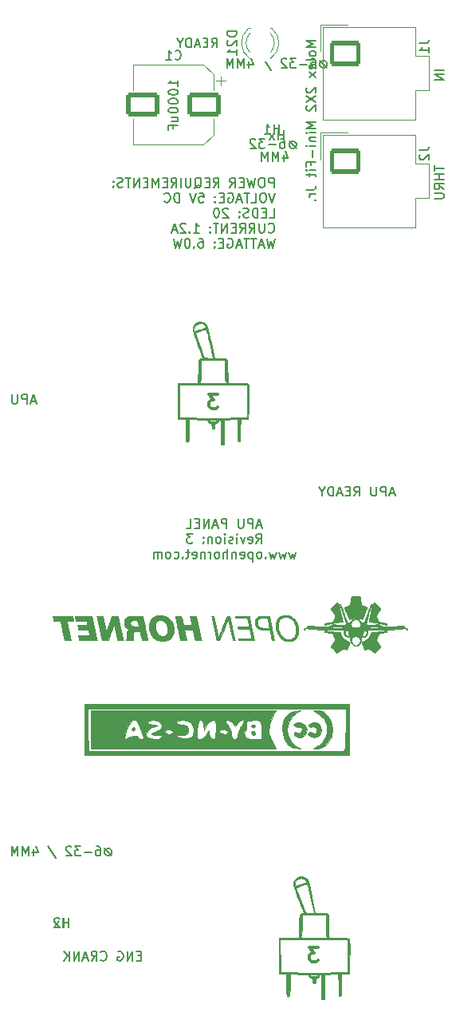
<source format=gbr>
%TF.GenerationSoftware,KiCad,Pcbnew,(6.0.9)*%
%TF.CreationDate,2023-03-29T17:51:04-08:00*%
%TF.ProjectId,APU PANEL,41505520-5041-44e4-954c-2e6b69636164,3*%
%TF.SameCoordinates,Original*%
%TF.FileFunction,Legend,Bot*%
%TF.FilePolarity,Positive*%
%FSLAX46Y46*%
G04 Gerber Fmt 4.6, Leading zero omitted, Abs format (unit mm)*
G04 Created by KiCad (PCBNEW (6.0.9)) date 2023-03-29 17:51:04*
%MOMM*%
%LPD*%
G01*
G04 APERTURE LIST*
G04 Aperture macros list*
%AMRoundRect*
0 Rectangle with rounded corners*
0 $1 Rounding radius*
0 $2 $3 $4 $5 $6 $7 $8 $9 X,Y pos of 4 corners*
0 Add a 4 corners polygon primitive as box body*
4,1,4,$2,$3,$4,$5,$6,$7,$8,$9,$2,$3,0*
0 Add four circle primitives for the rounded corners*
1,1,$1+$1,$2,$3*
1,1,$1+$1,$4,$5*
1,1,$1+$1,$6,$7*
1,1,$1+$1,$8,$9*
0 Add four rect primitives between the rounded corners*
20,1,$1+$1,$2,$3,$4,$5,0*
20,1,$1+$1,$4,$5,$6,$7,0*
20,1,$1+$1,$6,$7,$8,$9,0*
20,1,$1+$1,$8,$9,$2,$3,0*%
G04 Aperture macros list end*
%ADD10C,0.150000*%
%ADD11C,0.300000*%
%ADD12C,0.010000*%
%ADD13C,0.120000*%
%ADD14C,12.700000*%
%ADD15C,4.300000*%
%ADD16RoundRect,0.250001X-1.399999X1.099999X-1.399999X-1.099999X1.399999X-1.099999X1.399999X1.099999X0*%
%ADD17O,3.300000X2.700000*%
%ADD18RoundRect,0.250000X1.500000X1.000000X-1.500000X1.000000X-1.500000X-1.000000X1.500000X-1.000000X0*%
%ADD19R,1.800000X1.800000*%
%ADD20C,1.800000*%
G04 APERTURE END LIST*
D10*
X115547400Y-61005150D02*
X114547400Y-61005150D01*
X115547400Y-61481340D02*
X114547400Y-61481340D01*
X115547400Y-62052769D01*
X114547400Y-62052769D01*
D11*
X91510740Y-95414091D02*
X90582168Y-95414091D01*
X91082168Y-95985520D01*
X90867882Y-95985520D01*
X90725025Y-96056948D01*
X90653597Y-96128377D01*
X90582168Y-96271234D01*
X90582168Y-96628377D01*
X90653597Y-96771234D01*
X90725025Y-96842662D01*
X90867882Y-96914091D01*
X91296454Y-96914091D01*
X91439311Y-96842662D01*
X91510740Y-96771234D01*
X102145720Y-154103331D02*
X101217148Y-154103331D01*
X101717148Y-154674760D01*
X101502862Y-154674760D01*
X101360005Y-154746188D01*
X101288577Y-154817617D01*
X101217148Y-154960474D01*
X101217148Y-155317617D01*
X101288577Y-155460474D01*
X101360005Y-155531902D01*
X101502862Y-155603331D01*
X101931434Y-155603331D01*
X102074291Y-155531902D01*
X102145720Y-155460474D01*
D10*
X96154380Y-109300666D02*
X95678190Y-109300666D01*
X96249619Y-109586380D02*
X95916285Y-108586380D01*
X95582952Y-109586380D01*
X95249619Y-109586380D02*
X95249619Y-108586380D01*
X94868666Y-108586380D01*
X94773428Y-108634000D01*
X94725809Y-108681619D01*
X94678190Y-108776857D01*
X94678190Y-108919714D01*
X94725809Y-109014952D01*
X94773428Y-109062571D01*
X94868666Y-109110190D01*
X95249619Y-109110190D01*
X94249619Y-108586380D02*
X94249619Y-109395904D01*
X94202000Y-109491142D01*
X94154380Y-109538761D01*
X94059142Y-109586380D01*
X93868666Y-109586380D01*
X93773428Y-109538761D01*
X93725809Y-109491142D01*
X93678190Y-109395904D01*
X93678190Y-108586380D01*
X92440095Y-109586380D02*
X92440095Y-108586380D01*
X92059142Y-108586380D01*
X91963904Y-108634000D01*
X91916285Y-108681619D01*
X91868666Y-108776857D01*
X91868666Y-108919714D01*
X91916285Y-109014952D01*
X91963904Y-109062571D01*
X92059142Y-109110190D01*
X92440095Y-109110190D01*
X91487714Y-109300666D02*
X91011523Y-109300666D01*
X91582952Y-109586380D02*
X91249619Y-108586380D01*
X90916285Y-109586380D01*
X90582952Y-109586380D02*
X90582952Y-108586380D01*
X90011523Y-109586380D01*
X90011523Y-108586380D01*
X89535333Y-109062571D02*
X89202000Y-109062571D01*
X89059142Y-109586380D02*
X89535333Y-109586380D01*
X89535333Y-108586380D01*
X89059142Y-108586380D01*
X88154380Y-109586380D02*
X88630571Y-109586380D01*
X88630571Y-108586380D01*
X95582952Y-111196380D02*
X95916285Y-110720190D01*
X96154380Y-111196380D02*
X96154380Y-110196380D01*
X95773428Y-110196380D01*
X95678190Y-110244000D01*
X95630571Y-110291619D01*
X95582952Y-110386857D01*
X95582952Y-110529714D01*
X95630571Y-110624952D01*
X95678190Y-110672571D01*
X95773428Y-110720190D01*
X96154380Y-110720190D01*
X94773428Y-111148761D02*
X94868666Y-111196380D01*
X95059142Y-111196380D01*
X95154380Y-111148761D01*
X95202000Y-111053523D01*
X95202000Y-110672571D01*
X95154380Y-110577333D01*
X95059142Y-110529714D01*
X94868666Y-110529714D01*
X94773428Y-110577333D01*
X94725809Y-110672571D01*
X94725809Y-110767809D01*
X95202000Y-110863047D01*
X94392476Y-110529714D02*
X94154380Y-111196380D01*
X93916285Y-110529714D01*
X93535333Y-111196380D02*
X93535333Y-110529714D01*
X93535333Y-110196380D02*
X93582952Y-110244000D01*
X93535333Y-110291619D01*
X93487714Y-110244000D01*
X93535333Y-110196380D01*
X93535333Y-110291619D01*
X93106761Y-111148761D02*
X93011523Y-111196380D01*
X92821047Y-111196380D01*
X92725809Y-111148761D01*
X92678190Y-111053523D01*
X92678190Y-111005904D01*
X92725809Y-110910666D01*
X92821047Y-110863047D01*
X92963904Y-110863047D01*
X93059142Y-110815428D01*
X93106761Y-110720190D01*
X93106761Y-110672571D01*
X93059142Y-110577333D01*
X92963904Y-110529714D01*
X92821047Y-110529714D01*
X92725809Y-110577333D01*
X92249619Y-111196380D02*
X92249619Y-110529714D01*
X92249619Y-110196380D02*
X92297238Y-110244000D01*
X92249619Y-110291619D01*
X92202000Y-110244000D01*
X92249619Y-110196380D01*
X92249619Y-110291619D01*
X91630571Y-111196380D02*
X91725809Y-111148761D01*
X91773428Y-111101142D01*
X91821047Y-111005904D01*
X91821047Y-110720190D01*
X91773428Y-110624952D01*
X91725809Y-110577333D01*
X91630571Y-110529714D01*
X91487714Y-110529714D01*
X91392476Y-110577333D01*
X91344857Y-110624952D01*
X91297238Y-110720190D01*
X91297238Y-111005904D01*
X91344857Y-111101142D01*
X91392476Y-111148761D01*
X91487714Y-111196380D01*
X91630571Y-111196380D01*
X90868666Y-110529714D02*
X90868666Y-111196380D01*
X90868666Y-110624952D02*
X90821047Y-110577333D01*
X90725809Y-110529714D01*
X90582952Y-110529714D01*
X90487714Y-110577333D01*
X90440095Y-110672571D01*
X90440095Y-111196380D01*
X89963904Y-111101142D02*
X89916285Y-111148761D01*
X89963904Y-111196380D01*
X90011523Y-111148761D01*
X89963904Y-111101142D01*
X89963904Y-111196380D01*
X89963904Y-110577333D02*
X89916285Y-110624952D01*
X89963904Y-110672571D01*
X90011523Y-110624952D01*
X89963904Y-110577333D01*
X89963904Y-110672571D01*
X88821047Y-110196380D02*
X88202000Y-110196380D01*
X88535333Y-110577333D01*
X88392476Y-110577333D01*
X88297238Y-110624952D01*
X88249619Y-110672571D01*
X88202000Y-110767809D01*
X88202000Y-111005904D01*
X88249619Y-111101142D01*
X88297238Y-111148761D01*
X88392476Y-111196380D01*
X88678190Y-111196380D01*
X88773428Y-111148761D01*
X88821047Y-111101142D01*
X99821047Y-112139714D02*
X99630571Y-112806380D01*
X99440095Y-112330190D01*
X99249619Y-112806380D01*
X99059142Y-112139714D01*
X98773428Y-112139714D02*
X98582952Y-112806380D01*
X98392476Y-112330190D01*
X98202000Y-112806380D01*
X98011523Y-112139714D01*
X97725809Y-112139714D02*
X97535333Y-112806380D01*
X97344857Y-112330190D01*
X97154380Y-112806380D01*
X96963904Y-112139714D01*
X96582952Y-112711142D02*
X96535333Y-112758761D01*
X96582952Y-112806380D01*
X96630571Y-112758761D01*
X96582952Y-112711142D01*
X96582952Y-112806380D01*
X95963904Y-112806380D02*
X96059142Y-112758761D01*
X96106761Y-112711142D01*
X96154380Y-112615904D01*
X96154380Y-112330190D01*
X96106761Y-112234952D01*
X96059142Y-112187333D01*
X95963904Y-112139714D01*
X95821047Y-112139714D01*
X95725809Y-112187333D01*
X95678190Y-112234952D01*
X95630571Y-112330190D01*
X95630571Y-112615904D01*
X95678190Y-112711142D01*
X95725809Y-112758761D01*
X95821047Y-112806380D01*
X95963904Y-112806380D01*
X95202000Y-112139714D02*
X95202000Y-113139714D01*
X95202000Y-112187333D02*
X95106761Y-112139714D01*
X94916285Y-112139714D01*
X94821047Y-112187333D01*
X94773428Y-112234952D01*
X94725809Y-112330190D01*
X94725809Y-112615904D01*
X94773428Y-112711142D01*
X94821047Y-112758761D01*
X94916285Y-112806380D01*
X95106761Y-112806380D01*
X95202000Y-112758761D01*
X93916285Y-112758761D02*
X94011523Y-112806380D01*
X94202000Y-112806380D01*
X94297238Y-112758761D01*
X94344857Y-112663523D01*
X94344857Y-112282571D01*
X94297238Y-112187333D01*
X94202000Y-112139714D01*
X94011523Y-112139714D01*
X93916285Y-112187333D01*
X93868666Y-112282571D01*
X93868666Y-112377809D01*
X94344857Y-112473047D01*
X93440095Y-112139714D02*
X93440095Y-112806380D01*
X93440095Y-112234952D02*
X93392476Y-112187333D01*
X93297238Y-112139714D01*
X93154380Y-112139714D01*
X93059142Y-112187333D01*
X93011523Y-112282571D01*
X93011523Y-112806380D01*
X92535333Y-112806380D02*
X92535333Y-111806380D01*
X92106761Y-112806380D02*
X92106761Y-112282571D01*
X92154380Y-112187333D01*
X92249619Y-112139714D01*
X92392476Y-112139714D01*
X92487714Y-112187333D01*
X92535333Y-112234952D01*
X91487714Y-112806380D02*
X91582952Y-112758761D01*
X91630571Y-112711142D01*
X91678190Y-112615904D01*
X91678190Y-112330190D01*
X91630571Y-112234952D01*
X91582952Y-112187333D01*
X91487714Y-112139714D01*
X91344857Y-112139714D01*
X91249619Y-112187333D01*
X91202000Y-112234952D01*
X91154380Y-112330190D01*
X91154380Y-112615904D01*
X91202000Y-112711142D01*
X91249619Y-112758761D01*
X91344857Y-112806380D01*
X91487714Y-112806380D01*
X90725809Y-112806380D02*
X90725809Y-112139714D01*
X90725809Y-112330190D02*
X90678190Y-112234952D01*
X90630571Y-112187333D01*
X90535333Y-112139714D01*
X90440095Y-112139714D01*
X90106761Y-112139714D02*
X90106761Y-112806380D01*
X90106761Y-112234952D02*
X90059142Y-112187333D01*
X89963904Y-112139714D01*
X89821047Y-112139714D01*
X89725809Y-112187333D01*
X89678190Y-112282571D01*
X89678190Y-112806380D01*
X88821047Y-112758761D02*
X88916285Y-112806380D01*
X89106761Y-112806380D01*
X89202000Y-112758761D01*
X89249619Y-112663523D01*
X89249619Y-112282571D01*
X89202000Y-112187333D01*
X89106761Y-112139714D01*
X88916285Y-112139714D01*
X88821047Y-112187333D01*
X88773428Y-112282571D01*
X88773428Y-112377809D01*
X89249619Y-112473047D01*
X88487714Y-112139714D02*
X88106761Y-112139714D01*
X88344857Y-111806380D02*
X88344857Y-112663523D01*
X88297238Y-112758761D01*
X88202000Y-112806380D01*
X88106761Y-112806380D01*
X87773428Y-112711142D02*
X87725809Y-112758761D01*
X87773428Y-112806380D01*
X87821047Y-112758761D01*
X87773428Y-112711142D01*
X87773428Y-112806380D01*
X86868666Y-112758761D02*
X86963904Y-112806380D01*
X87154380Y-112806380D01*
X87249619Y-112758761D01*
X87297238Y-112711142D01*
X87344857Y-112615904D01*
X87344857Y-112330190D01*
X87297238Y-112234952D01*
X87249619Y-112187333D01*
X87154380Y-112139714D01*
X86963904Y-112139714D01*
X86868666Y-112187333D01*
X86297238Y-112806380D02*
X86392476Y-112758761D01*
X86440095Y-112711142D01*
X86487714Y-112615904D01*
X86487714Y-112330190D01*
X86440095Y-112234952D01*
X86392476Y-112187333D01*
X86297238Y-112139714D01*
X86154380Y-112139714D01*
X86059142Y-112187333D01*
X86011523Y-112234952D01*
X85963904Y-112330190D01*
X85963904Y-112615904D01*
X86011523Y-112711142D01*
X86059142Y-112758761D01*
X86154380Y-112806380D01*
X86297238Y-112806380D01*
X85535333Y-112806380D02*
X85535333Y-112139714D01*
X85535333Y-112234952D02*
X85487714Y-112187333D01*
X85392476Y-112139714D01*
X85249619Y-112139714D01*
X85154380Y-112187333D01*
X85106761Y-112282571D01*
X85106761Y-112806380D01*
X85106761Y-112282571D02*
X85059142Y-112187333D01*
X84963904Y-112139714D01*
X84821047Y-112139714D01*
X84725809Y-112187333D01*
X84678190Y-112282571D01*
X84678190Y-112806380D01*
X101902380Y-57897619D02*
X100902380Y-57897619D01*
X101616666Y-58230952D01*
X100902380Y-58564285D01*
X101902380Y-58564285D01*
X101902380Y-59183333D02*
X101854761Y-59088095D01*
X101807142Y-59040476D01*
X101711904Y-58992857D01*
X101426190Y-58992857D01*
X101330952Y-59040476D01*
X101283333Y-59088095D01*
X101235714Y-59183333D01*
X101235714Y-59326190D01*
X101283333Y-59421428D01*
X101330952Y-59469047D01*
X101426190Y-59516666D01*
X101711904Y-59516666D01*
X101807142Y-59469047D01*
X101854761Y-59421428D01*
X101902380Y-59326190D01*
X101902380Y-59183333D01*
X101902380Y-60088095D02*
X101854761Y-59992857D01*
X101759523Y-59945238D01*
X100902380Y-59945238D01*
X101854761Y-60850000D02*
X101902380Y-60754761D01*
X101902380Y-60564285D01*
X101854761Y-60469047D01*
X101759523Y-60421428D01*
X101378571Y-60421428D01*
X101283333Y-60469047D01*
X101235714Y-60564285D01*
X101235714Y-60754761D01*
X101283333Y-60850000D01*
X101378571Y-60897619D01*
X101473809Y-60897619D01*
X101569047Y-60421428D01*
X101902380Y-61230952D02*
X101235714Y-61754761D01*
X101235714Y-61230952D02*
X101902380Y-61754761D01*
X100997619Y-62850000D02*
X100950000Y-62897619D01*
X100902380Y-62992857D01*
X100902380Y-63230952D01*
X100950000Y-63326190D01*
X100997619Y-63373809D01*
X101092857Y-63421428D01*
X101188095Y-63421428D01*
X101330952Y-63373809D01*
X101902380Y-62802380D01*
X101902380Y-63421428D01*
X100902380Y-63754761D02*
X101902380Y-64421428D01*
X100902380Y-64421428D02*
X101902380Y-63754761D01*
X100997619Y-64754761D02*
X100950000Y-64802380D01*
X100902380Y-64897619D01*
X100902380Y-65135714D01*
X100950000Y-65230952D01*
X100997619Y-65278571D01*
X101092857Y-65326190D01*
X101188095Y-65326190D01*
X101330952Y-65278571D01*
X101902380Y-64707142D01*
X101902380Y-65326190D01*
X101902380Y-66516666D02*
X100902380Y-66516666D01*
X101616666Y-66850000D01*
X100902380Y-67183333D01*
X101902380Y-67183333D01*
X101902380Y-67659523D02*
X101235714Y-67659523D01*
X100902380Y-67659523D02*
X100950000Y-67611904D01*
X100997619Y-67659523D01*
X100950000Y-67707142D01*
X100902380Y-67659523D01*
X100997619Y-67659523D01*
X101235714Y-68135714D02*
X101902380Y-68135714D01*
X101330952Y-68135714D02*
X101283333Y-68183333D01*
X101235714Y-68278571D01*
X101235714Y-68421428D01*
X101283333Y-68516666D01*
X101378571Y-68564285D01*
X101902380Y-68564285D01*
X101902380Y-69040476D02*
X101235714Y-69040476D01*
X100902380Y-69040476D02*
X100950000Y-68992857D01*
X100997619Y-69040476D01*
X100950000Y-69088095D01*
X100902380Y-69040476D01*
X100997619Y-69040476D01*
X101521428Y-69516666D02*
X101521428Y-70278571D01*
X101378571Y-71088095D02*
X101378571Y-70754761D01*
X101902380Y-70754761D02*
X100902380Y-70754761D01*
X100902380Y-71230952D01*
X101902380Y-71611904D02*
X101235714Y-71611904D01*
X100902380Y-71611904D02*
X100950000Y-71564285D01*
X100997619Y-71611904D01*
X100950000Y-71659523D01*
X100902380Y-71611904D01*
X100997619Y-71611904D01*
X101235714Y-71945238D02*
X101235714Y-72326190D01*
X100902380Y-72088095D02*
X101759523Y-72088095D01*
X101854761Y-72135714D01*
X101902380Y-72230952D01*
X101902380Y-72326190D01*
X100902380Y-73707142D02*
X101616666Y-73707142D01*
X101759523Y-73659523D01*
X101854761Y-73564285D01*
X101902380Y-73421428D01*
X101902380Y-73326190D01*
X101902380Y-74183333D02*
X101235714Y-74183333D01*
X101426190Y-74183333D02*
X101330952Y-74230952D01*
X101283333Y-74278571D01*
X101235714Y-74373809D01*
X101235714Y-74469047D01*
X101807142Y-74802380D02*
X101854761Y-74850000D01*
X101902380Y-74802380D01*
X101854761Y-74754761D01*
X101807142Y-74802380D01*
X101902380Y-74802380D01*
X72135524Y-96125326D02*
X71659334Y-96125326D01*
X72230762Y-96411040D02*
X71897429Y-95411040D01*
X71564096Y-96411040D01*
X71230762Y-96411040D02*
X71230762Y-95411040D01*
X70849810Y-95411040D01*
X70754572Y-95458660D01*
X70706953Y-95506279D01*
X70659334Y-95601517D01*
X70659334Y-95744374D01*
X70706953Y-95839612D01*
X70754572Y-95887231D01*
X70849810Y-95934850D01*
X71230762Y-95934850D01*
X70230762Y-95411040D02*
X70230762Y-96220564D01*
X70183143Y-96315802D01*
X70135524Y-96363421D01*
X70040286Y-96411040D01*
X69849810Y-96411040D01*
X69754572Y-96363421D01*
X69706953Y-96315802D01*
X69659334Y-96220564D01*
X69659334Y-95411040D01*
X98480497Y-69987086D02*
X98480497Y-70653752D01*
X98718593Y-69606133D02*
X98956688Y-70320419D01*
X98337640Y-70320419D01*
X97956688Y-70653752D02*
X97956688Y-69653752D01*
X97623355Y-70368038D01*
X97290021Y-69653752D01*
X97290021Y-70653752D01*
X96813831Y-70653752D02*
X96813831Y-69653752D01*
X96480497Y-70368038D01*
X96147164Y-69653752D01*
X96147164Y-70653752D01*
X83360068Y-154962551D02*
X83026735Y-154962551D01*
X82883878Y-155486360D02*
X83360068Y-155486360D01*
X83360068Y-154486360D01*
X82883878Y-154486360D01*
X82455306Y-155486360D02*
X82455306Y-154486360D01*
X81883878Y-155486360D01*
X81883878Y-154486360D01*
X80883878Y-154533980D02*
X80979116Y-154486360D01*
X81121973Y-154486360D01*
X81264830Y-154533980D01*
X81360068Y-154629218D01*
X81407687Y-154724456D01*
X81455306Y-154914932D01*
X81455306Y-155057789D01*
X81407687Y-155248265D01*
X81360068Y-155343503D01*
X81264830Y-155438741D01*
X81121973Y-155486360D01*
X81026735Y-155486360D01*
X80883878Y-155438741D01*
X80836259Y-155391122D01*
X80836259Y-155057789D01*
X81026735Y-155057789D01*
X79074354Y-155391122D02*
X79121973Y-155438741D01*
X79264830Y-155486360D01*
X79360068Y-155486360D01*
X79502925Y-155438741D01*
X79598163Y-155343503D01*
X79645782Y-155248265D01*
X79693401Y-155057789D01*
X79693401Y-154914932D01*
X79645782Y-154724456D01*
X79598163Y-154629218D01*
X79502925Y-154533980D01*
X79360068Y-154486360D01*
X79264830Y-154486360D01*
X79121973Y-154533980D01*
X79074354Y-154581599D01*
X78074354Y-155486360D02*
X78407687Y-155010170D01*
X78645782Y-155486360D02*
X78645782Y-154486360D01*
X78264830Y-154486360D01*
X78169592Y-154533980D01*
X78121973Y-154581599D01*
X78074354Y-154676837D01*
X78074354Y-154819694D01*
X78121973Y-154914932D01*
X78169592Y-154962551D01*
X78264830Y-155010170D01*
X78645782Y-155010170D01*
X77693401Y-155200646D02*
X77217211Y-155200646D01*
X77788640Y-155486360D02*
X77455306Y-154486360D01*
X77121973Y-155486360D01*
X76788640Y-155486360D02*
X76788640Y-154486360D01*
X76217211Y-155486360D01*
X76217211Y-154486360D01*
X75741020Y-155486360D02*
X75741020Y-154486360D01*
X75169592Y-155486360D02*
X75598163Y-154914932D01*
X75169592Y-154486360D02*
X75741020Y-155057789D01*
X87262380Y-62696190D02*
X87262380Y-62124761D01*
X87262380Y-62410476D02*
X86262380Y-62410476D01*
X86405238Y-62315238D01*
X86500476Y-62220000D01*
X86548095Y-62124761D01*
X86262380Y-63315238D02*
X86262380Y-63410476D01*
X86310000Y-63505714D01*
X86357619Y-63553333D01*
X86452857Y-63600952D01*
X86643333Y-63648571D01*
X86881428Y-63648571D01*
X87071904Y-63600952D01*
X87167142Y-63553333D01*
X87214761Y-63505714D01*
X87262380Y-63410476D01*
X87262380Y-63315238D01*
X87214761Y-63220000D01*
X87167142Y-63172380D01*
X87071904Y-63124761D01*
X86881428Y-63077142D01*
X86643333Y-63077142D01*
X86452857Y-63124761D01*
X86357619Y-63172380D01*
X86310000Y-63220000D01*
X86262380Y-63315238D01*
X86262380Y-64267619D02*
X86262380Y-64362857D01*
X86310000Y-64458095D01*
X86357619Y-64505714D01*
X86452857Y-64553333D01*
X86643333Y-64600952D01*
X86881428Y-64600952D01*
X87071904Y-64553333D01*
X87167142Y-64505714D01*
X87214761Y-64458095D01*
X87262380Y-64362857D01*
X87262380Y-64267619D01*
X87214761Y-64172380D01*
X87167142Y-64124761D01*
X87071904Y-64077142D01*
X86881428Y-64029523D01*
X86643333Y-64029523D01*
X86452857Y-64077142D01*
X86357619Y-64124761D01*
X86310000Y-64172380D01*
X86262380Y-64267619D01*
X86262380Y-65220000D02*
X86262380Y-65315238D01*
X86310000Y-65410476D01*
X86357619Y-65458095D01*
X86452857Y-65505714D01*
X86643333Y-65553333D01*
X86881428Y-65553333D01*
X87071904Y-65505714D01*
X87167142Y-65458095D01*
X87214761Y-65410476D01*
X87262380Y-65315238D01*
X87262380Y-65220000D01*
X87214761Y-65124761D01*
X87167142Y-65077142D01*
X87071904Y-65029523D01*
X86881428Y-64981904D01*
X86643333Y-64981904D01*
X86452857Y-65029523D01*
X86357619Y-65077142D01*
X86310000Y-65124761D01*
X86262380Y-65220000D01*
X86595714Y-66410476D02*
X87262380Y-66410476D01*
X86595714Y-65981904D02*
X87119523Y-65981904D01*
X87214761Y-66029523D01*
X87262380Y-66124761D01*
X87262380Y-66267619D01*
X87214761Y-66362857D01*
X87167142Y-66410476D01*
X86738571Y-67220000D02*
X86738571Y-66886666D01*
X87262380Y-66886666D02*
X86262380Y-66886666D01*
X86262380Y-67362857D01*
X97454404Y-73432380D02*
X97454404Y-72432380D01*
X97073452Y-72432380D01*
X96978214Y-72480000D01*
X96930595Y-72527619D01*
X96882976Y-72622857D01*
X96882976Y-72765714D01*
X96930595Y-72860952D01*
X96978214Y-72908571D01*
X97073452Y-72956190D01*
X97454404Y-72956190D01*
X96263928Y-72432380D02*
X96073452Y-72432380D01*
X95978214Y-72480000D01*
X95882976Y-72575238D01*
X95835357Y-72765714D01*
X95835357Y-73099047D01*
X95882976Y-73289523D01*
X95978214Y-73384761D01*
X96073452Y-73432380D01*
X96263928Y-73432380D01*
X96359166Y-73384761D01*
X96454404Y-73289523D01*
X96502023Y-73099047D01*
X96502023Y-72765714D01*
X96454404Y-72575238D01*
X96359166Y-72480000D01*
X96263928Y-72432380D01*
X95502023Y-72432380D02*
X95263928Y-73432380D01*
X95073452Y-72718095D01*
X94882976Y-73432380D01*
X94644880Y-72432380D01*
X94263928Y-72908571D02*
X93930595Y-72908571D01*
X93787738Y-73432380D02*
X94263928Y-73432380D01*
X94263928Y-72432380D01*
X93787738Y-72432380D01*
X92787738Y-73432380D02*
X93121071Y-72956190D01*
X93359166Y-73432380D02*
X93359166Y-72432380D01*
X92978214Y-72432380D01*
X92882976Y-72480000D01*
X92835357Y-72527619D01*
X92787738Y-72622857D01*
X92787738Y-72765714D01*
X92835357Y-72860952D01*
X92882976Y-72908571D01*
X92978214Y-72956190D01*
X93359166Y-72956190D01*
X91025833Y-73432380D02*
X91359166Y-72956190D01*
X91597261Y-73432380D02*
X91597261Y-72432380D01*
X91216309Y-72432380D01*
X91121071Y-72480000D01*
X91073452Y-72527619D01*
X91025833Y-72622857D01*
X91025833Y-72765714D01*
X91073452Y-72860952D01*
X91121071Y-72908571D01*
X91216309Y-72956190D01*
X91597261Y-72956190D01*
X90597261Y-72908571D02*
X90263928Y-72908571D01*
X90121071Y-73432380D02*
X90597261Y-73432380D01*
X90597261Y-72432380D01*
X90121071Y-72432380D01*
X89025833Y-73527619D02*
X89121071Y-73480000D01*
X89216309Y-73384761D01*
X89359166Y-73241904D01*
X89454404Y-73194285D01*
X89549642Y-73194285D01*
X89502023Y-73432380D02*
X89597261Y-73384761D01*
X89692500Y-73289523D01*
X89740119Y-73099047D01*
X89740119Y-72765714D01*
X89692500Y-72575238D01*
X89597261Y-72480000D01*
X89502023Y-72432380D01*
X89311547Y-72432380D01*
X89216309Y-72480000D01*
X89121071Y-72575238D01*
X89073452Y-72765714D01*
X89073452Y-73099047D01*
X89121071Y-73289523D01*
X89216309Y-73384761D01*
X89311547Y-73432380D01*
X89502023Y-73432380D01*
X88644880Y-72432380D02*
X88644880Y-73241904D01*
X88597261Y-73337142D01*
X88549642Y-73384761D01*
X88454404Y-73432380D01*
X88263928Y-73432380D01*
X88168690Y-73384761D01*
X88121071Y-73337142D01*
X88073452Y-73241904D01*
X88073452Y-72432380D01*
X87597261Y-73432380D02*
X87597261Y-72432380D01*
X86549642Y-73432380D02*
X86882976Y-72956190D01*
X87121071Y-73432380D02*
X87121071Y-72432380D01*
X86740119Y-72432380D01*
X86644880Y-72480000D01*
X86597261Y-72527619D01*
X86549642Y-72622857D01*
X86549642Y-72765714D01*
X86597261Y-72860952D01*
X86644880Y-72908571D01*
X86740119Y-72956190D01*
X87121071Y-72956190D01*
X86121071Y-72908571D02*
X85787738Y-72908571D01*
X85644880Y-73432380D02*
X86121071Y-73432380D01*
X86121071Y-72432380D01*
X85644880Y-72432380D01*
X85216309Y-73432380D02*
X85216309Y-72432380D01*
X84882976Y-73146666D01*
X84549642Y-72432380D01*
X84549642Y-73432380D01*
X84073452Y-72908571D02*
X83740119Y-72908571D01*
X83597261Y-73432380D02*
X84073452Y-73432380D01*
X84073452Y-72432380D01*
X83597261Y-72432380D01*
X83168690Y-73432380D02*
X83168690Y-72432380D01*
X82597261Y-73432380D01*
X82597261Y-72432380D01*
X82263928Y-72432380D02*
X81692500Y-72432380D01*
X81978214Y-73432380D02*
X81978214Y-72432380D01*
X81406785Y-73384761D02*
X81263928Y-73432380D01*
X81025833Y-73432380D01*
X80930595Y-73384761D01*
X80882976Y-73337142D01*
X80835357Y-73241904D01*
X80835357Y-73146666D01*
X80882976Y-73051428D01*
X80930595Y-73003809D01*
X81025833Y-72956190D01*
X81216309Y-72908571D01*
X81311547Y-72860952D01*
X81359166Y-72813333D01*
X81406785Y-72718095D01*
X81406785Y-72622857D01*
X81359166Y-72527619D01*
X81311547Y-72480000D01*
X81216309Y-72432380D01*
X80978214Y-72432380D01*
X80835357Y-72480000D01*
X80406785Y-73337142D02*
X80359166Y-73384761D01*
X80406785Y-73432380D01*
X80454404Y-73384761D01*
X80406785Y-73337142D01*
X80406785Y-73432380D01*
X80406785Y-72813333D02*
X80359166Y-72860952D01*
X80406785Y-72908571D01*
X80454404Y-72860952D01*
X80406785Y-72813333D01*
X80406785Y-72908571D01*
X97597261Y-74042380D02*
X97263928Y-75042380D01*
X96930595Y-74042380D01*
X96406785Y-74042380D02*
X96216309Y-74042380D01*
X96121071Y-74090000D01*
X96025833Y-74185238D01*
X95978214Y-74375714D01*
X95978214Y-74709047D01*
X96025833Y-74899523D01*
X96121071Y-74994761D01*
X96216309Y-75042380D01*
X96406785Y-75042380D01*
X96502023Y-74994761D01*
X96597261Y-74899523D01*
X96644880Y-74709047D01*
X96644880Y-74375714D01*
X96597261Y-74185238D01*
X96502023Y-74090000D01*
X96406785Y-74042380D01*
X95073452Y-75042380D02*
X95549642Y-75042380D01*
X95549642Y-74042380D01*
X94882976Y-74042380D02*
X94311547Y-74042380D01*
X94597261Y-75042380D02*
X94597261Y-74042380D01*
X94025833Y-74756666D02*
X93549642Y-74756666D01*
X94121071Y-75042380D02*
X93787738Y-74042380D01*
X93454404Y-75042380D01*
X92597261Y-74090000D02*
X92692500Y-74042380D01*
X92835357Y-74042380D01*
X92978214Y-74090000D01*
X93073452Y-74185238D01*
X93121071Y-74280476D01*
X93168690Y-74470952D01*
X93168690Y-74613809D01*
X93121071Y-74804285D01*
X93073452Y-74899523D01*
X92978214Y-74994761D01*
X92835357Y-75042380D01*
X92740119Y-75042380D01*
X92597261Y-74994761D01*
X92549642Y-74947142D01*
X92549642Y-74613809D01*
X92740119Y-74613809D01*
X92121071Y-74518571D02*
X91787738Y-74518571D01*
X91644880Y-75042380D02*
X92121071Y-75042380D01*
X92121071Y-74042380D01*
X91644880Y-74042380D01*
X91216309Y-74947142D02*
X91168690Y-74994761D01*
X91216309Y-75042380D01*
X91263928Y-74994761D01*
X91216309Y-74947142D01*
X91216309Y-75042380D01*
X91216309Y-74423333D02*
X91168690Y-74470952D01*
X91216309Y-74518571D01*
X91263928Y-74470952D01*
X91216309Y-74423333D01*
X91216309Y-74518571D01*
X89502023Y-74042380D02*
X89978214Y-74042380D01*
X90025833Y-74518571D01*
X89978214Y-74470952D01*
X89882976Y-74423333D01*
X89644880Y-74423333D01*
X89549642Y-74470952D01*
X89502023Y-74518571D01*
X89454404Y-74613809D01*
X89454404Y-74851904D01*
X89502023Y-74947142D01*
X89549642Y-74994761D01*
X89644880Y-75042380D01*
X89882976Y-75042380D01*
X89978214Y-74994761D01*
X90025833Y-74947142D01*
X89168690Y-74042380D02*
X88835357Y-75042380D01*
X88502023Y-74042380D01*
X87406785Y-75042380D02*
X87406785Y-74042380D01*
X87168690Y-74042380D01*
X87025833Y-74090000D01*
X86930595Y-74185238D01*
X86882976Y-74280476D01*
X86835357Y-74470952D01*
X86835357Y-74613809D01*
X86882976Y-74804285D01*
X86930595Y-74899523D01*
X87025833Y-74994761D01*
X87168690Y-75042380D01*
X87406785Y-75042380D01*
X85835357Y-74947142D02*
X85882976Y-74994761D01*
X86025833Y-75042380D01*
X86121071Y-75042380D01*
X86263928Y-74994761D01*
X86359166Y-74899523D01*
X86406785Y-74804285D01*
X86454404Y-74613809D01*
X86454404Y-74470952D01*
X86406785Y-74280476D01*
X86359166Y-74185238D01*
X86263928Y-74090000D01*
X86121071Y-74042380D01*
X86025833Y-74042380D01*
X85882976Y-74090000D01*
X85835357Y-74137619D01*
X96978214Y-76652380D02*
X97454404Y-76652380D01*
X97454404Y-75652380D01*
X96644880Y-76128571D02*
X96311547Y-76128571D01*
X96168690Y-76652380D02*
X96644880Y-76652380D01*
X96644880Y-75652380D01*
X96168690Y-75652380D01*
X95740119Y-76652380D02*
X95740119Y-75652380D01*
X95502023Y-75652380D01*
X95359166Y-75700000D01*
X95263928Y-75795238D01*
X95216309Y-75890476D01*
X95168690Y-76080952D01*
X95168690Y-76223809D01*
X95216309Y-76414285D01*
X95263928Y-76509523D01*
X95359166Y-76604761D01*
X95502023Y-76652380D01*
X95740119Y-76652380D01*
X94787738Y-76604761D02*
X94644880Y-76652380D01*
X94406785Y-76652380D01*
X94311547Y-76604761D01*
X94263928Y-76557142D01*
X94216309Y-76461904D01*
X94216309Y-76366666D01*
X94263928Y-76271428D01*
X94311547Y-76223809D01*
X94406785Y-76176190D01*
X94597261Y-76128571D01*
X94692500Y-76080952D01*
X94740119Y-76033333D01*
X94787738Y-75938095D01*
X94787738Y-75842857D01*
X94740119Y-75747619D01*
X94692500Y-75700000D01*
X94597261Y-75652380D01*
X94359166Y-75652380D01*
X94216309Y-75700000D01*
X93787738Y-76557142D02*
X93740119Y-76604761D01*
X93787738Y-76652380D01*
X93835357Y-76604761D01*
X93787738Y-76557142D01*
X93787738Y-76652380D01*
X93787738Y-76033333D02*
X93740119Y-76080952D01*
X93787738Y-76128571D01*
X93835357Y-76080952D01*
X93787738Y-76033333D01*
X93787738Y-76128571D01*
X92597261Y-75747619D02*
X92549642Y-75700000D01*
X92454404Y-75652380D01*
X92216309Y-75652380D01*
X92121071Y-75700000D01*
X92073452Y-75747619D01*
X92025833Y-75842857D01*
X92025833Y-75938095D01*
X92073452Y-76080952D01*
X92644880Y-76652380D01*
X92025833Y-76652380D01*
X91406785Y-75652380D02*
X91311547Y-75652380D01*
X91216309Y-75700000D01*
X91168690Y-75747619D01*
X91121071Y-75842857D01*
X91073452Y-76033333D01*
X91073452Y-76271428D01*
X91121071Y-76461904D01*
X91168690Y-76557142D01*
X91216309Y-76604761D01*
X91311547Y-76652380D01*
X91406785Y-76652380D01*
X91502023Y-76604761D01*
X91549642Y-76557142D01*
X91597261Y-76461904D01*
X91644880Y-76271428D01*
X91644880Y-76033333D01*
X91597261Y-75842857D01*
X91549642Y-75747619D01*
X91502023Y-75700000D01*
X91406785Y-75652380D01*
X96882976Y-78167142D02*
X96930595Y-78214761D01*
X97073452Y-78262380D01*
X97168690Y-78262380D01*
X97311547Y-78214761D01*
X97406785Y-78119523D01*
X97454404Y-78024285D01*
X97502023Y-77833809D01*
X97502023Y-77690952D01*
X97454404Y-77500476D01*
X97406785Y-77405238D01*
X97311547Y-77310000D01*
X97168690Y-77262380D01*
X97073452Y-77262380D01*
X96930595Y-77310000D01*
X96882976Y-77357619D01*
X96454404Y-77262380D02*
X96454404Y-78071904D01*
X96406785Y-78167142D01*
X96359166Y-78214761D01*
X96263928Y-78262380D01*
X96073452Y-78262380D01*
X95978214Y-78214761D01*
X95930595Y-78167142D01*
X95882976Y-78071904D01*
X95882976Y-77262380D01*
X94835357Y-78262380D02*
X95168690Y-77786190D01*
X95406785Y-78262380D02*
X95406785Y-77262380D01*
X95025833Y-77262380D01*
X94930595Y-77310000D01*
X94882976Y-77357619D01*
X94835357Y-77452857D01*
X94835357Y-77595714D01*
X94882976Y-77690952D01*
X94930595Y-77738571D01*
X95025833Y-77786190D01*
X95406785Y-77786190D01*
X93835357Y-78262380D02*
X94168690Y-77786190D01*
X94406785Y-78262380D02*
X94406785Y-77262380D01*
X94025833Y-77262380D01*
X93930595Y-77310000D01*
X93882976Y-77357619D01*
X93835357Y-77452857D01*
X93835357Y-77595714D01*
X93882976Y-77690952D01*
X93930595Y-77738571D01*
X94025833Y-77786190D01*
X94406785Y-77786190D01*
X93406785Y-77738571D02*
X93073452Y-77738571D01*
X92930595Y-78262380D02*
X93406785Y-78262380D01*
X93406785Y-77262380D01*
X92930595Y-77262380D01*
X92502023Y-78262380D02*
X92502023Y-77262380D01*
X91930595Y-78262380D01*
X91930595Y-77262380D01*
X91597261Y-77262380D02*
X91025833Y-77262380D01*
X91311547Y-78262380D02*
X91311547Y-77262380D01*
X90692500Y-78167142D02*
X90644880Y-78214761D01*
X90692500Y-78262380D01*
X90740119Y-78214761D01*
X90692500Y-78167142D01*
X90692500Y-78262380D01*
X90692500Y-77643333D02*
X90644880Y-77690952D01*
X90692500Y-77738571D01*
X90740119Y-77690952D01*
X90692500Y-77643333D01*
X90692500Y-77738571D01*
X88930595Y-78262380D02*
X89502023Y-78262380D01*
X89216309Y-78262380D02*
X89216309Y-77262380D01*
X89311547Y-77405238D01*
X89406785Y-77500476D01*
X89502023Y-77548095D01*
X88502023Y-78167142D02*
X88454404Y-78214761D01*
X88502023Y-78262380D01*
X88549642Y-78214761D01*
X88502023Y-78167142D01*
X88502023Y-78262380D01*
X88073452Y-77357619D02*
X88025833Y-77310000D01*
X87930595Y-77262380D01*
X87692500Y-77262380D01*
X87597261Y-77310000D01*
X87549642Y-77357619D01*
X87502023Y-77452857D01*
X87502023Y-77548095D01*
X87549642Y-77690952D01*
X88121071Y-78262380D01*
X87502023Y-78262380D01*
X87121071Y-77976666D02*
X86644880Y-77976666D01*
X87216309Y-78262380D02*
X86882976Y-77262380D01*
X86549642Y-78262380D01*
X97549642Y-78872380D02*
X97311547Y-79872380D01*
X97121071Y-79158095D01*
X96930595Y-79872380D01*
X96692500Y-78872380D01*
X96359166Y-79586666D02*
X95882976Y-79586666D01*
X96454404Y-79872380D02*
X96121071Y-78872380D01*
X95787738Y-79872380D01*
X95597261Y-78872380D02*
X95025833Y-78872380D01*
X95311547Y-79872380D02*
X95311547Y-78872380D01*
X94835357Y-78872380D02*
X94263928Y-78872380D01*
X94549642Y-79872380D02*
X94549642Y-78872380D01*
X93978214Y-79586666D02*
X93502023Y-79586666D01*
X94073452Y-79872380D02*
X93740119Y-78872380D01*
X93406785Y-79872380D01*
X92549642Y-78920000D02*
X92644880Y-78872380D01*
X92787738Y-78872380D01*
X92930595Y-78920000D01*
X93025833Y-79015238D01*
X93073452Y-79110476D01*
X93121071Y-79300952D01*
X93121071Y-79443809D01*
X93073452Y-79634285D01*
X93025833Y-79729523D01*
X92930595Y-79824761D01*
X92787738Y-79872380D01*
X92692500Y-79872380D01*
X92549642Y-79824761D01*
X92502023Y-79777142D01*
X92502023Y-79443809D01*
X92692500Y-79443809D01*
X92073452Y-79348571D02*
X91740119Y-79348571D01*
X91597261Y-79872380D02*
X92073452Y-79872380D01*
X92073452Y-78872380D01*
X91597261Y-78872380D01*
X91168690Y-79777142D02*
X91121071Y-79824761D01*
X91168690Y-79872380D01*
X91216309Y-79824761D01*
X91168690Y-79777142D01*
X91168690Y-79872380D01*
X91168690Y-79253333D02*
X91121071Y-79300952D01*
X91168690Y-79348571D01*
X91216309Y-79300952D01*
X91168690Y-79253333D01*
X91168690Y-79348571D01*
X89502023Y-78872380D02*
X89692500Y-78872380D01*
X89787738Y-78920000D01*
X89835357Y-78967619D01*
X89930595Y-79110476D01*
X89978214Y-79300952D01*
X89978214Y-79681904D01*
X89930595Y-79777142D01*
X89882976Y-79824761D01*
X89787738Y-79872380D01*
X89597261Y-79872380D01*
X89502023Y-79824761D01*
X89454404Y-79777142D01*
X89406785Y-79681904D01*
X89406785Y-79443809D01*
X89454404Y-79348571D01*
X89502023Y-79300952D01*
X89597261Y-79253333D01*
X89787738Y-79253333D01*
X89882976Y-79300952D01*
X89930595Y-79348571D01*
X89978214Y-79443809D01*
X88978214Y-79777142D02*
X88930595Y-79824761D01*
X88978214Y-79872380D01*
X89025833Y-79824761D01*
X88978214Y-79777142D01*
X88978214Y-79872380D01*
X88311547Y-78872380D02*
X88216309Y-78872380D01*
X88121071Y-78920000D01*
X88073452Y-78967619D01*
X88025833Y-79062857D01*
X87978214Y-79253333D01*
X87978214Y-79491428D01*
X88025833Y-79681904D01*
X88073452Y-79777142D01*
X88121071Y-79824761D01*
X88216309Y-79872380D01*
X88311547Y-79872380D01*
X88406785Y-79824761D01*
X88454404Y-79777142D01*
X88502023Y-79681904D01*
X88549642Y-79491428D01*
X88549642Y-79253333D01*
X88502023Y-79062857D01*
X88454404Y-78967619D01*
X88406785Y-78920000D01*
X88311547Y-78872380D01*
X87644880Y-78872380D02*
X87406785Y-79872380D01*
X87216309Y-79158095D01*
X87025833Y-79872380D01*
X86787738Y-78872380D01*
X114504220Y-71130706D02*
X114504220Y-71702135D01*
X115504220Y-71416420D02*
X114504220Y-71416420D01*
X115504220Y-72035468D02*
X114504220Y-72035468D01*
X114980411Y-72035468D02*
X114980411Y-72606897D01*
X115504220Y-72606897D02*
X114504220Y-72606897D01*
X115504220Y-73654516D02*
X115028030Y-73321182D01*
X115504220Y-73083087D02*
X114504220Y-73083087D01*
X114504220Y-73464040D01*
X114551840Y-73559278D01*
X114599459Y-73606897D01*
X114694697Y-73654516D01*
X114837554Y-73654516D01*
X114932792Y-73606897D01*
X114980411Y-73559278D01*
X115028030Y-73464040D01*
X115028030Y-73083087D01*
X114504220Y-74083087D02*
X115313744Y-74083087D01*
X115408982Y-74130706D01*
X115456601Y-74178325D01*
X115504220Y-74273563D01*
X115504220Y-74464040D01*
X115456601Y-74559278D01*
X115408982Y-74606897D01*
X115313744Y-74654516D01*
X114504220Y-74654516D01*
X90850000Y-58602380D02*
X91183333Y-58126190D01*
X91421428Y-58602380D02*
X91421428Y-57602380D01*
X91040476Y-57602380D01*
X90945238Y-57650000D01*
X90897619Y-57697619D01*
X90850000Y-57792857D01*
X90850000Y-57935714D01*
X90897619Y-58030952D01*
X90945238Y-58078571D01*
X91040476Y-58126190D01*
X91421428Y-58126190D01*
X90421428Y-58078571D02*
X90088095Y-58078571D01*
X89945238Y-58602380D02*
X90421428Y-58602380D01*
X90421428Y-57602380D01*
X89945238Y-57602380D01*
X89564285Y-58316666D02*
X89088095Y-58316666D01*
X89659523Y-58602380D02*
X89326190Y-57602380D01*
X88992857Y-58602380D01*
X88659523Y-58602380D02*
X88659523Y-57602380D01*
X88421428Y-57602380D01*
X88278571Y-57650000D01*
X88183333Y-57745238D01*
X88135714Y-57840476D01*
X88088095Y-58030952D01*
X88088095Y-58173809D01*
X88135714Y-58364285D01*
X88183333Y-58459523D01*
X88278571Y-58554761D01*
X88421428Y-58602380D01*
X88659523Y-58602380D01*
X87469047Y-58126190D02*
X87469047Y-58602380D01*
X87802380Y-57602380D02*
X87469047Y-58126190D01*
X87135714Y-57602380D01*
X110251380Y-105906866D02*
X109775190Y-105906866D01*
X110346619Y-106192580D02*
X110013285Y-105192580D01*
X109679952Y-106192580D01*
X109346619Y-106192580D02*
X109346619Y-105192580D01*
X108965666Y-105192580D01*
X108870428Y-105240200D01*
X108822809Y-105287819D01*
X108775190Y-105383057D01*
X108775190Y-105525914D01*
X108822809Y-105621152D01*
X108870428Y-105668771D01*
X108965666Y-105716390D01*
X109346619Y-105716390D01*
X108346619Y-105192580D02*
X108346619Y-106002104D01*
X108299000Y-106097342D01*
X108251380Y-106144961D01*
X108156142Y-106192580D01*
X107965666Y-106192580D01*
X107870428Y-106144961D01*
X107822809Y-106097342D01*
X107775190Y-106002104D01*
X107775190Y-105192580D01*
X105965666Y-106192580D02*
X106299000Y-105716390D01*
X106537095Y-106192580D02*
X106537095Y-105192580D01*
X106156142Y-105192580D01*
X106060904Y-105240200D01*
X106013285Y-105287819D01*
X105965666Y-105383057D01*
X105965666Y-105525914D01*
X106013285Y-105621152D01*
X106060904Y-105668771D01*
X106156142Y-105716390D01*
X106537095Y-105716390D01*
X105537095Y-105668771D02*
X105203761Y-105668771D01*
X105060904Y-106192580D02*
X105537095Y-106192580D01*
X105537095Y-105192580D01*
X105060904Y-105192580D01*
X104679952Y-105906866D02*
X104203761Y-105906866D01*
X104775190Y-106192580D02*
X104441857Y-105192580D01*
X104108523Y-106192580D01*
X103775190Y-106192580D02*
X103775190Y-105192580D01*
X103537095Y-105192580D01*
X103394238Y-105240200D01*
X103299000Y-105335438D01*
X103251380Y-105430676D01*
X103203761Y-105621152D01*
X103203761Y-105764009D01*
X103251380Y-105954485D01*
X103299000Y-106049723D01*
X103394238Y-106144961D01*
X103537095Y-106192580D01*
X103775190Y-106192580D01*
X102584714Y-105716390D02*
X102584714Y-106192580D01*
X102918047Y-105192580D02*
X102584714Y-105716390D01*
X102251380Y-105192580D01*
%TO.C,4*%
X98480475Y-68397381D02*
X98480475Y-67397381D01*
X98480475Y-67873572D02*
X97909046Y-67873572D01*
X97909046Y-68397381D02*
X97909046Y-67397381D01*
X97528094Y-68397381D02*
X97004284Y-67730715D01*
X97528094Y-67730715D02*
X97004284Y-68397381D01*
X98027198Y-67762693D02*
X98027198Y-66762693D01*
X98027198Y-67238884D02*
X97455770Y-67238884D01*
X97455770Y-67762693D02*
X97455770Y-66762693D01*
X96455770Y-67762693D02*
X97027198Y-67762693D01*
X96741484Y-67762693D02*
X96741484Y-66762693D01*
X96836722Y-66905551D01*
X96931960Y-67000789D01*
X97027198Y-67048408D01*
X102837618Y-60015477D02*
X102647141Y-60015477D01*
X102456665Y-60110715D01*
X102361427Y-60301191D01*
X102361427Y-60491667D01*
X102456665Y-60682143D01*
X102647141Y-60777381D01*
X102837618Y-60777381D01*
X103028094Y-60682143D01*
X103123332Y-60491667D01*
X103123332Y-60301191D01*
X103028094Y-60110715D01*
X102837618Y-60015477D01*
X102361427Y-60015477D02*
X103123332Y-60777381D01*
X101456665Y-59777381D02*
X101647141Y-59777381D01*
X101742379Y-59825001D01*
X101789999Y-59872620D01*
X101885237Y-60015477D01*
X101932856Y-60205953D01*
X101932856Y-60586905D01*
X101885237Y-60682143D01*
X101837618Y-60729762D01*
X101742379Y-60777381D01*
X101551903Y-60777381D01*
X101456665Y-60729762D01*
X101409046Y-60682143D01*
X101361427Y-60586905D01*
X101361427Y-60348810D01*
X101409046Y-60253572D01*
X101456665Y-60205953D01*
X101551903Y-60158334D01*
X101742379Y-60158334D01*
X101837618Y-60205953D01*
X101885237Y-60253572D01*
X101932856Y-60348810D01*
X100932856Y-60396429D02*
X100170951Y-60396429D01*
X99789999Y-59777381D02*
X99170951Y-59777381D01*
X99504284Y-60158334D01*
X99361427Y-60158334D01*
X99266189Y-60205953D01*
X99218570Y-60253572D01*
X99170951Y-60348810D01*
X99170951Y-60586905D01*
X99218570Y-60682143D01*
X99266189Y-60729762D01*
X99361427Y-60777381D01*
X99647141Y-60777381D01*
X99742379Y-60729762D01*
X99789999Y-60682143D01*
X98789999Y-59872620D02*
X98742379Y-59825001D01*
X98647141Y-59777381D01*
X98409046Y-59777381D01*
X98313808Y-59825001D01*
X98266189Y-59872620D01*
X98218570Y-59967858D01*
X98218570Y-60063096D01*
X98266189Y-60205953D01*
X98837618Y-60777381D01*
X98218570Y-60777381D01*
X96313808Y-59729762D02*
X97170951Y-61015477D01*
X94789999Y-60110715D02*
X94789999Y-60777381D01*
X95028094Y-59729762D02*
X95266189Y-60444048D01*
X94647141Y-60444048D01*
X94266189Y-60777381D02*
X94266189Y-59777381D01*
X93932856Y-60491667D01*
X93599522Y-59777381D01*
X93599522Y-60777381D01*
X93123332Y-60777381D02*
X93123332Y-59777381D01*
X92789999Y-60491667D01*
X92456665Y-59777381D01*
X92456665Y-60777381D01*
X99539563Y-68533927D02*
X99349086Y-68533927D01*
X99158610Y-68629165D01*
X99063372Y-68819641D01*
X99063372Y-69010117D01*
X99158610Y-69200593D01*
X99349086Y-69295831D01*
X99539563Y-69295831D01*
X99730039Y-69200593D01*
X99825277Y-69010117D01*
X99825277Y-68819641D01*
X99730039Y-68629165D01*
X99539563Y-68533927D01*
X99063372Y-68533927D02*
X99825277Y-69295831D01*
X98158610Y-68295831D02*
X98349086Y-68295831D01*
X98444325Y-68343451D01*
X98491944Y-68391070D01*
X98587182Y-68533927D01*
X98634801Y-68724403D01*
X98634801Y-69105355D01*
X98587182Y-69200593D01*
X98539563Y-69248212D01*
X98444325Y-69295831D01*
X98253848Y-69295831D01*
X98158610Y-69248212D01*
X98110991Y-69200593D01*
X98063372Y-69105355D01*
X98063372Y-68867260D01*
X98110991Y-68772022D01*
X98158610Y-68724403D01*
X98253848Y-68676784D01*
X98444325Y-68676784D01*
X98539563Y-68724403D01*
X98587182Y-68772022D01*
X98634801Y-68867260D01*
X97634801Y-68914879D02*
X96872896Y-68914879D01*
X96491944Y-68295831D02*
X95872896Y-68295831D01*
X96206229Y-68676784D01*
X96063372Y-68676784D01*
X95968134Y-68724403D01*
X95920515Y-68772022D01*
X95872896Y-68867260D01*
X95872896Y-69105355D01*
X95920515Y-69200593D01*
X95968134Y-69248212D01*
X96063372Y-69295831D01*
X96349086Y-69295831D01*
X96444325Y-69248212D01*
X96491944Y-69200593D01*
X95491944Y-68391070D02*
X95444325Y-68343451D01*
X95349086Y-68295831D01*
X95110991Y-68295831D01*
X95015753Y-68343451D01*
X94968134Y-68391070D01*
X94920515Y-68486308D01*
X94920515Y-68581546D01*
X94968134Y-68724403D01*
X95539563Y-69295831D01*
X94920515Y-69295831D01*
%TO.C,5*%
X75689967Y-151956833D02*
X75689967Y-150956833D01*
X75689967Y-151433024D02*
X75118539Y-151433024D01*
X75118539Y-151956833D02*
X75118539Y-150956833D01*
X74689967Y-151052072D02*
X74642348Y-151004453D01*
X74547110Y-150956833D01*
X74309015Y-150956833D01*
X74213777Y-151004453D01*
X74166158Y-151052072D01*
X74118539Y-151147310D01*
X74118539Y-151242548D01*
X74166158Y-151385405D01*
X74737586Y-151956833D01*
X74118539Y-151956833D01*
X75620475Y-151963381D02*
X75620475Y-150963381D01*
X75620475Y-151439572D02*
X75049046Y-151439572D01*
X75049046Y-151963381D02*
X75049046Y-150963381D01*
X74668094Y-151963381D02*
X74144284Y-151296715D01*
X74668094Y-151296715D02*
X74144284Y-151963381D01*
X79977618Y-143581477D02*
X79787141Y-143581477D01*
X79596665Y-143676715D01*
X79501427Y-143867191D01*
X79501427Y-144057667D01*
X79596665Y-144248143D01*
X79787141Y-144343381D01*
X79977618Y-144343381D01*
X80168094Y-144248143D01*
X80263332Y-144057667D01*
X80263332Y-143867191D01*
X80168094Y-143676715D01*
X79977618Y-143581477D01*
X79501427Y-143581477D02*
X80263332Y-144343381D01*
X78596665Y-143343381D02*
X78787141Y-143343381D01*
X78882379Y-143391001D01*
X78929999Y-143438620D01*
X79025237Y-143581477D01*
X79072856Y-143771953D01*
X79072856Y-144152905D01*
X79025237Y-144248143D01*
X78977618Y-144295762D01*
X78882379Y-144343381D01*
X78691903Y-144343381D01*
X78596665Y-144295762D01*
X78549046Y-144248143D01*
X78501427Y-144152905D01*
X78501427Y-143914810D01*
X78549046Y-143819572D01*
X78596665Y-143771953D01*
X78691903Y-143724334D01*
X78882379Y-143724334D01*
X78977618Y-143771953D01*
X79025237Y-143819572D01*
X79072856Y-143914810D01*
X78072856Y-143962429D02*
X77310951Y-143962429D01*
X76929999Y-143343381D02*
X76310951Y-143343381D01*
X76644284Y-143724334D01*
X76501427Y-143724334D01*
X76406189Y-143771953D01*
X76358570Y-143819572D01*
X76310951Y-143914810D01*
X76310951Y-144152905D01*
X76358570Y-144248143D01*
X76406189Y-144295762D01*
X76501427Y-144343381D01*
X76787141Y-144343381D01*
X76882379Y-144295762D01*
X76929999Y-144248143D01*
X75929999Y-143438620D02*
X75882379Y-143391001D01*
X75787141Y-143343381D01*
X75549046Y-143343381D01*
X75453808Y-143391001D01*
X75406189Y-143438620D01*
X75358570Y-143533858D01*
X75358570Y-143629096D01*
X75406189Y-143771953D01*
X75977618Y-144343381D01*
X75358570Y-144343381D01*
X73453808Y-143295762D02*
X74310951Y-144581477D01*
X71929999Y-143676715D02*
X71929999Y-144343381D01*
X72168094Y-143295762D02*
X72406189Y-144010048D01*
X71787141Y-144010048D01*
X71406189Y-144343381D02*
X71406189Y-143343381D01*
X71072856Y-144057667D01*
X70739522Y-143343381D01*
X70739522Y-144343381D01*
X70263332Y-144343381D02*
X70263332Y-143343381D01*
X69929999Y-144057667D01*
X69596665Y-143343381D01*
X69596665Y-144343381D01*
%TO.C,J2*%
X112909270Y-69533464D02*
X113623556Y-69533464D01*
X113766413Y-69485845D01*
X113861651Y-69390607D01*
X113909270Y-69247750D01*
X113909270Y-69152512D01*
X113004509Y-69962036D02*
X112956890Y-70009655D01*
X112909270Y-70104893D01*
X112909270Y-70342988D01*
X112956890Y-70438226D01*
X113004509Y-70485845D01*
X113099747Y-70533464D01*
X113194985Y-70533464D01*
X113337842Y-70485845D01*
X113909270Y-69914417D01*
X113909270Y-70533464D01*
%TO.C,C1*%
X86957126Y-59830622D02*
X87004745Y-59878241D01*
X87147602Y-59925860D01*
X87242840Y-59925860D01*
X87385698Y-59878241D01*
X87480936Y-59783003D01*
X87528555Y-59687765D01*
X87576174Y-59497289D01*
X87576174Y-59354432D01*
X87528555Y-59163956D01*
X87480936Y-59068718D01*
X87385698Y-58973480D01*
X87242840Y-58925860D01*
X87147602Y-58925860D01*
X87004745Y-58973480D01*
X86957126Y-59021099D01*
X86004745Y-59925860D02*
X86576174Y-59925860D01*
X86290460Y-59925860D02*
X86290460Y-58925860D01*
X86385698Y-59068718D01*
X86480936Y-59163956D01*
X86576174Y-59211575D01*
%TO.C,D21*%
X93491680Y-56911074D02*
X92491680Y-56911074D01*
X92491680Y-57149169D01*
X92539300Y-57292026D01*
X92634538Y-57387264D01*
X92729776Y-57434883D01*
X92920252Y-57482502D01*
X93063109Y-57482502D01*
X93253585Y-57434883D01*
X93348823Y-57387264D01*
X93444061Y-57292026D01*
X93491680Y-57149169D01*
X93491680Y-56911074D01*
X92586919Y-57863455D02*
X92539300Y-57911074D01*
X92491680Y-58006312D01*
X92491680Y-58244407D01*
X92539300Y-58339645D01*
X92586919Y-58387264D01*
X92682157Y-58434883D01*
X92777395Y-58434883D01*
X92920252Y-58387264D01*
X93491680Y-57815836D01*
X93491680Y-58434883D01*
X93491680Y-59387264D02*
X93491680Y-58815836D01*
X93491680Y-59101550D02*
X92491680Y-59101550D01*
X92634538Y-59006312D01*
X92729776Y-58911074D01*
X92777395Y-58815836D01*
%TO.C,J1*%
X112909270Y-58173646D02*
X113623556Y-58173646D01*
X113766413Y-58126027D01*
X113861651Y-58030789D01*
X113909270Y-57887932D01*
X113909270Y-57792694D01*
X113909270Y-59173646D02*
X113909270Y-58602218D01*
X113909270Y-58887932D02*
X112909270Y-58887932D01*
X113052128Y-58792694D01*
X113147366Y-58697456D01*
X113194985Y-58602218D01*
%TO.C,*%
G36*
X90314613Y-98110778D02*
G01*
X90165141Y-98094671D01*
X89995819Y-98092260D01*
X89741358Y-98087390D01*
X89420416Y-98074475D01*
X89093070Y-98056050D01*
X89018975Y-98051001D01*
X88437720Y-98009742D01*
X88437720Y-99125307D01*
X88435601Y-99494742D01*
X88429728Y-99824259D01*
X88420822Y-100091069D01*
X88409605Y-100272383D01*
X88399176Y-100341316D01*
X88310334Y-100427934D01*
X88248363Y-100441760D01*
X88184618Y-100423416D01*
X88136268Y-100358849D01*
X88101357Y-100233748D01*
X88077929Y-100033809D01*
X88064029Y-99744721D01*
X88057700Y-99352178D01*
X88056935Y-99108260D01*
X88273335Y-99108260D01*
X88274369Y-99423412D01*
X88277248Y-99647340D01*
X88281644Y-99771367D01*
X88287225Y-99786818D01*
X88293662Y-99685016D01*
X88294500Y-99663885D01*
X88302216Y-99312238D01*
X88302344Y-98917392D01*
X88294884Y-98562920D01*
X88294500Y-98552635D01*
X88287981Y-98435751D01*
X88282276Y-98437192D01*
X88277716Y-98548280D01*
X88274631Y-98760340D01*
X88273352Y-99064696D01*
X88273335Y-99108260D01*
X88056935Y-99108260D01*
X88056720Y-99039852D01*
X88056720Y-98034820D01*
X87262970Y-97997010D01*
X87262970Y-94927392D01*
X87396501Y-94927392D01*
X87398231Y-95279769D01*
X87402262Y-95690913D01*
X87408498Y-96139635D01*
X87435390Y-97838260D01*
X88345557Y-97838260D01*
X88705327Y-97842574D01*
X88994797Y-97854718D01*
X89195999Y-97873487D01*
X89290964Y-97897682D01*
X89294970Y-97901760D01*
X89370756Y-97922142D01*
X89565488Y-97938942D01*
X89871151Y-97951861D01*
X90279733Y-97960603D01*
X90783221Y-97964871D01*
X91009470Y-97965260D01*
X91548688Y-97962864D01*
X91996206Y-97955877D01*
X92344011Y-97944593D01*
X92584091Y-97929311D01*
X92708433Y-97910326D01*
X92723970Y-97901760D01*
X92801206Y-97876899D01*
X92987579Y-97857261D01*
X93265291Y-97844028D01*
X93616542Y-97838380D01*
X93680217Y-97838260D01*
X94597220Y-97838260D01*
X94597220Y-94345760D01*
X91013217Y-94345760D01*
X90350863Y-94346579D01*
X89727345Y-94348939D01*
X89154079Y-94352687D01*
X88642481Y-94357673D01*
X88203968Y-94363746D01*
X87849955Y-94370756D01*
X87591861Y-94378552D01*
X87441100Y-94386982D01*
X87405410Y-94393385D01*
X87400060Y-94467147D01*
X87397100Y-94650834D01*
X87396501Y-94927392D01*
X87262970Y-94927392D01*
X87262970Y-94250510D01*
X88326594Y-94233099D01*
X88716272Y-94226212D01*
X88996985Y-94218504D01*
X89186754Y-94207304D01*
X89303600Y-94189938D01*
X89365545Y-94163733D01*
X89390609Y-94126015D01*
X89394716Y-94091760D01*
X89580720Y-94091760D01*
X89585369Y-94133144D01*
X89609725Y-94164402D01*
X89669394Y-94186953D01*
X89779986Y-94202215D01*
X89957109Y-94211607D01*
X90216372Y-94216549D01*
X90573383Y-94218459D01*
X90977720Y-94218760D01*
X91427568Y-94216137D01*
X91805098Y-94208644D01*
X92097214Y-94196841D01*
X92290820Y-94181287D01*
X92372820Y-94162542D01*
X92374720Y-94159007D01*
X92328561Y-94073007D01*
X92311220Y-94060010D01*
X92287952Y-93983121D01*
X92269315Y-93792744D01*
X92256032Y-93502334D01*
X92248828Y-93125342D01*
X92247720Y-92881512D01*
X92247720Y-91742260D01*
X89707720Y-91742260D01*
X89702460Y-92012135D01*
X89700727Y-92179140D01*
X89699821Y-92438680D01*
X89699792Y-92756288D01*
X89700693Y-93097503D01*
X89700801Y-93123385D01*
X89697811Y-93469687D01*
X89686302Y-93735782D01*
X89667358Y-93906018D01*
X89642560Y-93964760D01*
X89592310Y-94017959D01*
X89580720Y-94091760D01*
X89394716Y-94091760D01*
X89396804Y-94074349D01*
X89399561Y-93965027D01*
X89402959Y-93753424D01*
X89406672Y-93464259D01*
X89410372Y-93122247D01*
X89412679Y-92876047D01*
X89417511Y-92480106D01*
X89425466Y-92190923D01*
X89438759Y-91988259D01*
X89459603Y-91851876D01*
X89490212Y-91761536D01*
X89532801Y-91696998D01*
X89542936Y-91685422D01*
X89672005Y-91585985D01*
X89781061Y-91551760D01*
X89878979Y-91541954D01*
X89898220Y-91530096D01*
X89875657Y-91467476D01*
X89812486Y-91304220D01*
X89715482Y-91057523D01*
X89591421Y-90744580D01*
X89447079Y-90382584D01*
X89378999Y-90212471D01*
X89170956Y-89682629D01*
X89013848Y-89253540D01*
X88905049Y-88910804D01*
X88904740Y-88909476D01*
X89073015Y-88909476D01*
X89095463Y-88988115D01*
X89157800Y-89165257D01*
X89252809Y-89421463D01*
X89373272Y-89737296D01*
X89511970Y-90093319D01*
X89523659Y-90123010D01*
X89667379Y-90487841D01*
X89798083Y-90819754D01*
X89907465Y-91097646D01*
X89987219Y-91300416D01*
X90029040Y-91406960D01*
X90029791Y-91408885D01*
X90071835Y-91484781D01*
X90144491Y-91527833D01*
X90279234Y-91547128D01*
X90507536Y-91551750D01*
X90524693Y-91551760D01*
X90963809Y-91551760D01*
X90809684Y-90837385D01*
X90681273Y-90241499D01*
X90576785Y-89758008D01*
X90492779Y-89375289D01*
X90425811Y-89081720D01*
X90372438Y-88865679D01*
X90329216Y-88715543D01*
X90292704Y-88619691D01*
X90259457Y-88566501D01*
X90226032Y-88544350D01*
X90188987Y-88541616D01*
X90144878Y-88546677D01*
X90131406Y-88547866D01*
X89959218Y-88575235D01*
X89741630Y-88630356D01*
X89511488Y-88702009D01*
X89301636Y-88778971D01*
X89144921Y-88850021D01*
X89074187Y-88903936D01*
X89073015Y-88909476D01*
X88904740Y-88909476D01*
X88841934Y-88640021D01*
X88832385Y-88538497D01*
X88945720Y-88538497D01*
X88962306Y-88655946D01*
X88993345Y-88692970D01*
X89071199Y-88674466D01*
X89240560Y-88625894D01*
X89471965Y-88555859D01*
X89608882Y-88513234D01*
X89858176Y-88429172D01*
X90056664Y-88351434D01*
X90176255Y-88291567D01*
X90198061Y-88270986D01*
X90171120Y-88188833D01*
X90077553Y-88066561D01*
X90050114Y-88037973D01*
X89835522Y-87900648D01*
X89596449Y-87866701D01*
X89360435Y-87923652D01*
X89155018Y-88059020D01*
X89007735Y-88260325D01*
X88946123Y-88515085D01*
X88945720Y-88538497D01*
X88832385Y-88538497D01*
X88821877Y-88426792D01*
X88842254Y-88256714D01*
X88900438Y-88115390D01*
X88977060Y-88007827D01*
X89220571Y-87806151D01*
X89508530Y-87708644D01*
X89809630Y-87724836D01*
X89859028Y-87739304D01*
X89992474Y-87791306D01*
X90104720Y-87860083D01*
X90201539Y-87959313D01*
X90288703Y-88102676D01*
X90371983Y-88303849D01*
X90457151Y-88576512D01*
X90549979Y-88934343D01*
X90656239Y-89391020D01*
X90766299Y-89889458D01*
X91128545Y-91551760D01*
X91710041Y-91551760D01*
X91980338Y-91553244D01*
X92183583Y-91568273D01*
X92329487Y-91612709D01*
X92427762Y-91702416D01*
X92488122Y-91853257D01*
X92520279Y-92081094D01*
X92533944Y-92401792D01*
X92538830Y-92831212D01*
X92539410Y-92906358D01*
X92542720Y-93272579D01*
X92546497Y-93599771D01*
X92550408Y-93864533D01*
X92554116Y-94043467D01*
X92556591Y-94107635D01*
X92569922Y-94149070D01*
X92614479Y-94178777D01*
X92708275Y-94198672D01*
X92869322Y-94210675D01*
X93115634Y-94216702D01*
X93465224Y-94218673D01*
X93600270Y-94218760D01*
X94046051Y-94222685D01*
X94372675Y-94234810D01*
X94587752Y-94255655D01*
X94698893Y-94285744D01*
X94711520Y-94294960D01*
X94744073Y-94393405D01*
X94767742Y-94607424D01*
X94782388Y-94925891D01*
X94787871Y-95337683D01*
X94784053Y-95831673D01*
X94770795Y-96396737D01*
X94747960Y-97021751D01*
X94746055Y-97066163D01*
X94704391Y-98028760D01*
X93901522Y-98028760D01*
X93884246Y-99219385D01*
X93877612Y-99635363D01*
X93870180Y-99941231D01*
X93859903Y-100153875D01*
X93844736Y-100290178D01*
X93822632Y-100367025D01*
X93791545Y-100401300D01*
X93749430Y-100409888D01*
X93739970Y-100410010D01*
X93695517Y-100404405D01*
X93662484Y-100376336D01*
X93638824Y-100308918D01*
X93622490Y-100185266D01*
X93611438Y-99988496D01*
X93603621Y-99701723D01*
X93596993Y-99308063D01*
X93595693Y-99219385D01*
X93578417Y-98028760D01*
X93335399Y-98028760D01*
X93149252Y-98034258D01*
X92891329Y-98048701D01*
X92616284Y-98069009D01*
X92606550Y-98069827D01*
X92120720Y-98110895D01*
X92120720Y-100759260D01*
X91803220Y-100759260D01*
X91803220Y-99425760D01*
X91802761Y-98982312D01*
X91800371Y-98649889D01*
X91794529Y-98412520D01*
X91783713Y-98254230D01*
X91766401Y-98159045D01*
X91741073Y-98110993D01*
X91706208Y-98094100D01*
X91676220Y-98092260D01*
X91570991Y-98136191D01*
X91549220Y-98224775D01*
X91490169Y-98353927D01*
X91358720Y-98429197D01*
X91237348Y-98489584D01*
X91182357Y-98578220D01*
X91168354Y-98740919D01*
X91168220Y-98772931D01*
X91160826Y-98943776D01*
X91125116Y-99022626D01*
X91040795Y-99044231D01*
X91009470Y-99044760D01*
X90909694Y-99032100D01*
X90863646Y-98970953D01*
X90851028Y-98826569D01*
X90850720Y-98772931D01*
X90840658Y-98596182D01*
X90793077Y-98499789D01*
X90681887Y-98437626D01*
X90655224Y-98427311D01*
X90508758Y-98338274D01*
X90426347Y-98225716D01*
X90425568Y-98222890D01*
X90410149Y-98190540D01*
X90596720Y-98190540D01*
X90619509Y-98244813D01*
X90705211Y-98270952D01*
X90879821Y-98274221D01*
X90988555Y-98269915D01*
X91227841Y-98245833D01*
X91373021Y-98203741D01*
X91406596Y-98171635D01*
X91383638Y-98126276D01*
X91267090Y-98100892D01*
X91041314Y-98092315D01*
X91014761Y-98092260D01*
X90783118Y-98098129D01*
X90653529Y-98119587D01*
X90601429Y-98162409D01*
X90596720Y-98190540D01*
X90410149Y-98190540D01*
X90390990Y-98150347D01*
X90314613Y-98110778D01*
G37*
D12*
X90314613Y-98110778D02*
X90165141Y-98094671D01*
X89995819Y-98092260D01*
X89741358Y-98087390D01*
X89420416Y-98074475D01*
X89093070Y-98056050D01*
X89018975Y-98051001D01*
X88437720Y-98009742D01*
X88437720Y-99125307D01*
X88435601Y-99494742D01*
X88429728Y-99824259D01*
X88420822Y-100091069D01*
X88409605Y-100272383D01*
X88399176Y-100341316D01*
X88310334Y-100427934D01*
X88248363Y-100441760D01*
X88184618Y-100423416D01*
X88136268Y-100358849D01*
X88101357Y-100233748D01*
X88077929Y-100033809D01*
X88064029Y-99744721D01*
X88057700Y-99352178D01*
X88056935Y-99108260D01*
X88273335Y-99108260D01*
X88274369Y-99423412D01*
X88277248Y-99647340D01*
X88281644Y-99771367D01*
X88287225Y-99786818D01*
X88293662Y-99685016D01*
X88294500Y-99663885D01*
X88302216Y-99312238D01*
X88302344Y-98917392D01*
X88294884Y-98562920D01*
X88294500Y-98552635D01*
X88287981Y-98435751D01*
X88282276Y-98437192D01*
X88277716Y-98548280D01*
X88274631Y-98760340D01*
X88273352Y-99064696D01*
X88273335Y-99108260D01*
X88056935Y-99108260D01*
X88056720Y-99039852D01*
X88056720Y-98034820D01*
X87262970Y-97997010D01*
X87262970Y-94927392D01*
X87396501Y-94927392D01*
X87398231Y-95279769D01*
X87402262Y-95690913D01*
X87408498Y-96139635D01*
X87435390Y-97838260D01*
X88345557Y-97838260D01*
X88705327Y-97842574D01*
X88994797Y-97854718D01*
X89195999Y-97873487D01*
X89290964Y-97897682D01*
X89294970Y-97901760D01*
X89370756Y-97922142D01*
X89565488Y-97938942D01*
X89871151Y-97951861D01*
X90279733Y-97960603D01*
X90783221Y-97964871D01*
X91009470Y-97965260D01*
X91548688Y-97962864D01*
X91996206Y-97955877D01*
X92344011Y-97944593D01*
X92584091Y-97929311D01*
X92708433Y-97910326D01*
X92723970Y-97901760D01*
X92801206Y-97876899D01*
X92987579Y-97857261D01*
X93265291Y-97844028D01*
X93616542Y-97838380D01*
X93680217Y-97838260D01*
X94597220Y-97838260D01*
X94597220Y-94345760D01*
X91013217Y-94345760D01*
X90350863Y-94346579D01*
X89727345Y-94348939D01*
X89154079Y-94352687D01*
X88642481Y-94357673D01*
X88203968Y-94363746D01*
X87849955Y-94370756D01*
X87591861Y-94378552D01*
X87441100Y-94386982D01*
X87405410Y-94393385D01*
X87400060Y-94467147D01*
X87397100Y-94650834D01*
X87396501Y-94927392D01*
X87262970Y-94927392D01*
X87262970Y-94250510D01*
X88326594Y-94233099D01*
X88716272Y-94226212D01*
X88996985Y-94218504D01*
X89186754Y-94207304D01*
X89303600Y-94189938D01*
X89365545Y-94163733D01*
X89390609Y-94126015D01*
X89394716Y-94091760D01*
X89580720Y-94091760D01*
X89585369Y-94133144D01*
X89609725Y-94164402D01*
X89669394Y-94186953D01*
X89779986Y-94202215D01*
X89957109Y-94211607D01*
X90216372Y-94216549D01*
X90573383Y-94218459D01*
X90977720Y-94218760D01*
X91427568Y-94216137D01*
X91805098Y-94208644D01*
X92097214Y-94196841D01*
X92290820Y-94181287D01*
X92372820Y-94162542D01*
X92374720Y-94159007D01*
X92328561Y-94073007D01*
X92311220Y-94060010D01*
X92287952Y-93983121D01*
X92269315Y-93792744D01*
X92256032Y-93502334D01*
X92248828Y-93125342D01*
X92247720Y-92881512D01*
X92247720Y-91742260D01*
X89707720Y-91742260D01*
X89702460Y-92012135D01*
X89700727Y-92179140D01*
X89699821Y-92438680D01*
X89699792Y-92756288D01*
X89700693Y-93097503D01*
X89700801Y-93123385D01*
X89697811Y-93469687D01*
X89686302Y-93735782D01*
X89667358Y-93906018D01*
X89642560Y-93964760D01*
X89592310Y-94017959D01*
X89580720Y-94091760D01*
X89394716Y-94091760D01*
X89396804Y-94074349D01*
X89399561Y-93965027D01*
X89402959Y-93753424D01*
X89406672Y-93464259D01*
X89410372Y-93122247D01*
X89412679Y-92876047D01*
X89417511Y-92480106D01*
X89425466Y-92190923D01*
X89438759Y-91988259D01*
X89459603Y-91851876D01*
X89490212Y-91761536D01*
X89532801Y-91696998D01*
X89542936Y-91685422D01*
X89672005Y-91585985D01*
X89781061Y-91551760D01*
X89878979Y-91541954D01*
X89898220Y-91530096D01*
X89875657Y-91467476D01*
X89812486Y-91304220D01*
X89715482Y-91057523D01*
X89591421Y-90744580D01*
X89447079Y-90382584D01*
X89378999Y-90212471D01*
X89170956Y-89682629D01*
X89013848Y-89253540D01*
X88905049Y-88910804D01*
X88904740Y-88909476D01*
X89073015Y-88909476D01*
X89095463Y-88988115D01*
X89157800Y-89165257D01*
X89252809Y-89421463D01*
X89373272Y-89737296D01*
X89511970Y-90093319D01*
X89523659Y-90123010D01*
X89667379Y-90487841D01*
X89798083Y-90819754D01*
X89907465Y-91097646D01*
X89987219Y-91300416D01*
X90029040Y-91406960D01*
X90029791Y-91408885D01*
X90071835Y-91484781D01*
X90144491Y-91527833D01*
X90279234Y-91547128D01*
X90507536Y-91551750D01*
X90524693Y-91551760D01*
X90963809Y-91551760D01*
X90809684Y-90837385D01*
X90681273Y-90241499D01*
X90576785Y-89758008D01*
X90492779Y-89375289D01*
X90425811Y-89081720D01*
X90372438Y-88865679D01*
X90329216Y-88715543D01*
X90292704Y-88619691D01*
X90259457Y-88566501D01*
X90226032Y-88544350D01*
X90188987Y-88541616D01*
X90144878Y-88546677D01*
X90131406Y-88547866D01*
X89959218Y-88575235D01*
X89741630Y-88630356D01*
X89511488Y-88702009D01*
X89301636Y-88778971D01*
X89144921Y-88850021D01*
X89074187Y-88903936D01*
X89073015Y-88909476D01*
X88904740Y-88909476D01*
X88841934Y-88640021D01*
X88832385Y-88538497D01*
X88945720Y-88538497D01*
X88962306Y-88655946D01*
X88993345Y-88692970D01*
X89071199Y-88674466D01*
X89240560Y-88625894D01*
X89471965Y-88555859D01*
X89608882Y-88513234D01*
X89858176Y-88429172D01*
X90056664Y-88351434D01*
X90176255Y-88291567D01*
X90198061Y-88270986D01*
X90171120Y-88188833D01*
X90077553Y-88066561D01*
X90050114Y-88037973D01*
X89835522Y-87900648D01*
X89596449Y-87866701D01*
X89360435Y-87923652D01*
X89155018Y-88059020D01*
X89007735Y-88260325D01*
X88946123Y-88515085D01*
X88945720Y-88538497D01*
X88832385Y-88538497D01*
X88821877Y-88426792D01*
X88842254Y-88256714D01*
X88900438Y-88115390D01*
X88977060Y-88007827D01*
X89220571Y-87806151D01*
X89508530Y-87708644D01*
X89809630Y-87724836D01*
X89859028Y-87739304D01*
X89992474Y-87791306D01*
X90104720Y-87860083D01*
X90201539Y-87959313D01*
X90288703Y-88102676D01*
X90371983Y-88303849D01*
X90457151Y-88576512D01*
X90549979Y-88934343D01*
X90656239Y-89391020D01*
X90766299Y-89889458D01*
X91128545Y-91551760D01*
X91710041Y-91551760D01*
X91980338Y-91553244D01*
X92183583Y-91568273D01*
X92329487Y-91612709D01*
X92427762Y-91702416D01*
X92488122Y-91853257D01*
X92520279Y-92081094D01*
X92533944Y-92401792D01*
X92538830Y-92831212D01*
X92539410Y-92906358D01*
X92542720Y-93272579D01*
X92546497Y-93599771D01*
X92550408Y-93864533D01*
X92554116Y-94043467D01*
X92556591Y-94107635D01*
X92569922Y-94149070D01*
X92614479Y-94178777D01*
X92708275Y-94198672D01*
X92869322Y-94210675D01*
X93115634Y-94216702D01*
X93465224Y-94218673D01*
X93600270Y-94218760D01*
X94046051Y-94222685D01*
X94372675Y-94234810D01*
X94587752Y-94255655D01*
X94698893Y-94285744D01*
X94711520Y-94294960D01*
X94744073Y-94393405D01*
X94767742Y-94607424D01*
X94782388Y-94925891D01*
X94787871Y-95337683D01*
X94784053Y-95831673D01*
X94770795Y-96396737D01*
X94747960Y-97021751D01*
X94746055Y-97066163D01*
X94704391Y-98028760D01*
X93901522Y-98028760D01*
X93884246Y-99219385D01*
X93877612Y-99635363D01*
X93870180Y-99941231D01*
X93859903Y-100153875D01*
X93844736Y-100290178D01*
X93822632Y-100367025D01*
X93791545Y-100401300D01*
X93749430Y-100409888D01*
X93739970Y-100410010D01*
X93695517Y-100404405D01*
X93662484Y-100376336D01*
X93638824Y-100308918D01*
X93622490Y-100185266D01*
X93611438Y-99988496D01*
X93603621Y-99701723D01*
X93596993Y-99308063D01*
X93595693Y-99219385D01*
X93578417Y-98028760D01*
X93335399Y-98028760D01*
X93149252Y-98034258D01*
X92891329Y-98048701D01*
X92616284Y-98069009D01*
X92606550Y-98069827D01*
X92120720Y-98110895D01*
X92120720Y-100759260D01*
X91803220Y-100759260D01*
X91803220Y-99425760D01*
X91802761Y-98982312D01*
X91800371Y-98649889D01*
X91794529Y-98412520D01*
X91783713Y-98254230D01*
X91766401Y-98159045D01*
X91741073Y-98110993D01*
X91706208Y-98094100D01*
X91676220Y-98092260D01*
X91570991Y-98136191D01*
X91549220Y-98224775D01*
X91490169Y-98353927D01*
X91358720Y-98429197D01*
X91237348Y-98489584D01*
X91182357Y-98578220D01*
X91168354Y-98740919D01*
X91168220Y-98772931D01*
X91160826Y-98943776D01*
X91125116Y-99022626D01*
X91040795Y-99044231D01*
X91009470Y-99044760D01*
X90909694Y-99032100D01*
X90863646Y-98970953D01*
X90851028Y-98826569D01*
X90850720Y-98772931D01*
X90840658Y-98596182D01*
X90793077Y-98499789D01*
X90681887Y-98437626D01*
X90655224Y-98427311D01*
X90508758Y-98338274D01*
X90426347Y-98225716D01*
X90425568Y-98222890D01*
X90410149Y-98190540D01*
X90596720Y-98190540D01*
X90619509Y-98244813D01*
X90705211Y-98270952D01*
X90879821Y-98274221D01*
X90988555Y-98269915D01*
X91227841Y-98245833D01*
X91373021Y-98203741D01*
X91406596Y-98171635D01*
X91383638Y-98126276D01*
X91267090Y-98100892D01*
X91041314Y-98092315D01*
X91014761Y-98092260D01*
X90783118Y-98098129D01*
X90653529Y-98119587D01*
X90601429Y-98162409D01*
X90596720Y-98190540D01*
X90410149Y-98190540D01*
X90390990Y-98150347D01*
X90314613Y-98110778D01*
G36*
X101038493Y-156960038D02*
G01*
X100889021Y-156943931D01*
X100719699Y-156941520D01*
X100465238Y-156936650D01*
X100144296Y-156923735D01*
X99816950Y-156905310D01*
X99742855Y-156900261D01*
X99161600Y-156859002D01*
X99161600Y-157974567D01*
X99159481Y-158344002D01*
X99153608Y-158673519D01*
X99144702Y-158940329D01*
X99133485Y-159121643D01*
X99123056Y-159190576D01*
X99034214Y-159277194D01*
X98972243Y-159291020D01*
X98908498Y-159272676D01*
X98860148Y-159208109D01*
X98825237Y-159083008D01*
X98801809Y-158883069D01*
X98787909Y-158593981D01*
X98781580Y-158201438D01*
X98780815Y-157957520D01*
X98997215Y-157957520D01*
X98998249Y-158272672D01*
X99001128Y-158496600D01*
X99005524Y-158620627D01*
X99011105Y-158636078D01*
X99017542Y-158534276D01*
X99018380Y-158513145D01*
X99026096Y-158161498D01*
X99026224Y-157766652D01*
X99018764Y-157412180D01*
X99018380Y-157401895D01*
X99011861Y-157285011D01*
X99006156Y-157286452D01*
X99001596Y-157397540D01*
X98998511Y-157609600D01*
X98997232Y-157913956D01*
X98997215Y-157957520D01*
X98780815Y-157957520D01*
X98780600Y-157889112D01*
X98780600Y-156884080D01*
X97986850Y-156846270D01*
X97986850Y-153776652D01*
X98120381Y-153776652D01*
X98122111Y-154129029D01*
X98126142Y-154540173D01*
X98132378Y-154988895D01*
X98159270Y-156687520D01*
X99069437Y-156687520D01*
X99429207Y-156691834D01*
X99718677Y-156703978D01*
X99919879Y-156722747D01*
X100014844Y-156746942D01*
X100018850Y-156751020D01*
X100094636Y-156771402D01*
X100289368Y-156788202D01*
X100595031Y-156801121D01*
X101003613Y-156809863D01*
X101507101Y-156814131D01*
X101733350Y-156814520D01*
X102272568Y-156812124D01*
X102720086Y-156805137D01*
X103067891Y-156793853D01*
X103307971Y-156778571D01*
X103432313Y-156759586D01*
X103447850Y-156751020D01*
X103525086Y-156726159D01*
X103711459Y-156706521D01*
X103989171Y-156693288D01*
X104340422Y-156687640D01*
X104404097Y-156687520D01*
X105321100Y-156687520D01*
X105321100Y-153195020D01*
X101737097Y-153195020D01*
X101074743Y-153195839D01*
X100451225Y-153198199D01*
X99877959Y-153201947D01*
X99366361Y-153206933D01*
X98927848Y-153213006D01*
X98573835Y-153220016D01*
X98315741Y-153227812D01*
X98164980Y-153236242D01*
X98129290Y-153242645D01*
X98123940Y-153316407D01*
X98120980Y-153500094D01*
X98120381Y-153776652D01*
X97986850Y-153776652D01*
X97986850Y-153099770D01*
X99050474Y-153082359D01*
X99440152Y-153075472D01*
X99720865Y-153067764D01*
X99910634Y-153056564D01*
X100027480Y-153039198D01*
X100089425Y-153012993D01*
X100114489Y-152975275D01*
X100118596Y-152941020D01*
X100304600Y-152941020D01*
X100309249Y-152982404D01*
X100333605Y-153013662D01*
X100393274Y-153036213D01*
X100503866Y-153051475D01*
X100680989Y-153060867D01*
X100940252Y-153065809D01*
X101297263Y-153067719D01*
X101701600Y-153068020D01*
X102151448Y-153065397D01*
X102528978Y-153057904D01*
X102821094Y-153046101D01*
X103014700Y-153030547D01*
X103096700Y-153011802D01*
X103098600Y-153008267D01*
X103052441Y-152922267D01*
X103035100Y-152909270D01*
X103011832Y-152832381D01*
X102993195Y-152642004D01*
X102979912Y-152351594D01*
X102972708Y-151974602D01*
X102971600Y-151730772D01*
X102971600Y-150591520D01*
X100431600Y-150591520D01*
X100426340Y-150861395D01*
X100424607Y-151028400D01*
X100423701Y-151287940D01*
X100423672Y-151605548D01*
X100424573Y-151946763D01*
X100424681Y-151972645D01*
X100421691Y-152318947D01*
X100410182Y-152585042D01*
X100391238Y-152755278D01*
X100366440Y-152814020D01*
X100316190Y-152867219D01*
X100304600Y-152941020D01*
X100118596Y-152941020D01*
X100120684Y-152923609D01*
X100123441Y-152814287D01*
X100126839Y-152602684D01*
X100130552Y-152313519D01*
X100134252Y-151971507D01*
X100136559Y-151725307D01*
X100141391Y-151329366D01*
X100149346Y-151040183D01*
X100162639Y-150837519D01*
X100183483Y-150701136D01*
X100214092Y-150610796D01*
X100256681Y-150546258D01*
X100266816Y-150534682D01*
X100395885Y-150435245D01*
X100504941Y-150401020D01*
X100602859Y-150391214D01*
X100622100Y-150379356D01*
X100599537Y-150316736D01*
X100536366Y-150153480D01*
X100439362Y-149906783D01*
X100315301Y-149593840D01*
X100170959Y-149231844D01*
X100102879Y-149061731D01*
X99894836Y-148531889D01*
X99737728Y-148102800D01*
X99628929Y-147760064D01*
X99628620Y-147758736D01*
X99796895Y-147758736D01*
X99819343Y-147837375D01*
X99881680Y-148014517D01*
X99976689Y-148270723D01*
X100097152Y-148586556D01*
X100235850Y-148942579D01*
X100247539Y-148972270D01*
X100391259Y-149337101D01*
X100521963Y-149669014D01*
X100631345Y-149946906D01*
X100711099Y-150149676D01*
X100752920Y-150256220D01*
X100753671Y-150258145D01*
X100795715Y-150334041D01*
X100868371Y-150377093D01*
X101003114Y-150396388D01*
X101231416Y-150401010D01*
X101248573Y-150401020D01*
X101687689Y-150401020D01*
X101533564Y-149686645D01*
X101405153Y-149090759D01*
X101300665Y-148607268D01*
X101216659Y-148224549D01*
X101149691Y-147930980D01*
X101096318Y-147714939D01*
X101053096Y-147564803D01*
X101016584Y-147468951D01*
X100983337Y-147415761D01*
X100949912Y-147393610D01*
X100912867Y-147390876D01*
X100868758Y-147395937D01*
X100855286Y-147397126D01*
X100683098Y-147424495D01*
X100465510Y-147479616D01*
X100235368Y-147551269D01*
X100025516Y-147628231D01*
X99868801Y-147699281D01*
X99798067Y-147753196D01*
X99796895Y-147758736D01*
X99628620Y-147758736D01*
X99565814Y-147489281D01*
X99556265Y-147387757D01*
X99669600Y-147387757D01*
X99686186Y-147505206D01*
X99717225Y-147542230D01*
X99795079Y-147523726D01*
X99964440Y-147475154D01*
X100195845Y-147405119D01*
X100332762Y-147362494D01*
X100582056Y-147278432D01*
X100780544Y-147200694D01*
X100900135Y-147140827D01*
X100921941Y-147120246D01*
X100895000Y-147038093D01*
X100801433Y-146915821D01*
X100773994Y-146887233D01*
X100559402Y-146749908D01*
X100320329Y-146715961D01*
X100084315Y-146772912D01*
X99878898Y-146908280D01*
X99731615Y-147109585D01*
X99670003Y-147364345D01*
X99669600Y-147387757D01*
X99556265Y-147387757D01*
X99545757Y-147276052D01*
X99566134Y-147105974D01*
X99624318Y-146964650D01*
X99700940Y-146857087D01*
X99944451Y-146655411D01*
X100232410Y-146557904D01*
X100533510Y-146574096D01*
X100582908Y-146588564D01*
X100716354Y-146640566D01*
X100828600Y-146709343D01*
X100925419Y-146808573D01*
X101012583Y-146951936D01*
X101095863Y-147153109D01*
X101181031Y-147425772D01*
X101273859Y-147783603D01*
X101380119Y-148240280D01*
X101490179Y-148738718D01*
X101852425Y-150401020D01*
X102433921Y-150401020D01*
X102704218Y-150402504D01*
X102907463Y-150417533D01*
X103053367Y-150461969D01*
X103151642Y-150551676D01*
X103212002Y-150702517D01*
X103244159Y-150930354D01*
X103257824Y-151251052D01*
X103262710Y-151680472D01*
X103263290Y-151755618D01*
X103266600Y-152121839D01*
X103270377Y-152449031D01*
X103274288Y-152713793D01*
X103277996Y-152892727D01*
X103280471Y-152956895D01*
X103293802Y-152998330D01*
X103338359Y-153028037D01*
X103432155Y-153047932D01*
X103593202Y-153059935D01*
X103839514Y-153065962D01*
X104189104Y-153067933D01*
X104324150Y-153068020D01*
X104769931Y-153071945D01*
X105096555Y-153084070D01*
X105311632Y-153104915D01*
X105422773Y-153135004D01*
X105435400Y-153144220D01*
X105467953Y-153242665D01*
X105491622Y-153456684D01*
X105506268Y-153775151D01*
X105511751Y-154186943D01*
X105507933Y-154680933D01*
X105494675Y-155245997D01*
X105471840Y-155871011D01*
X105469935Y-155915423D01*
X105428271Y-156878020D01*
X104625402Y-156878020D01*
X104608126Y-158068645D01*
X104601492Y-158484623D01*
X104594060Y-158790491D01*
X104583783Y-159003135D01*
X104568616Y-159139438D01*
X104546512Y-159216285D01*
X104515425Y-159250560D01*
X104473310Y-159259148D01*
X104463850Y-159259270D01*
X104419397Y-159253665D01*
X104386364Y-159225596D01*
X104362704Y-159158178D01*
X104346370Y-159034526D01*
X104335318Y-158837756D01*
X104327501Y-158550983D01*
X104320873Y-158157323D01*
X104319573Y-158068645D01*
X104302297Y-156878020D01*
X104059279Y-156878020D01*
X103873132Y-156883518D01*
X103615209Y-156897961D01*
X103340164Y-156918269D01*
X103330430Y-156919087D01*
X102844600Y-156960155D01*
X102844600Y-159608520D01*
X102527100Y-159608520D01*
X102527100Y-158275020D01*
X102526641Y-157831572D01*
X102524251Y-157499149D01*
X102518409Y-157261780D01*
X102507593Y-157103490D01*
X102490281Y-157008305D01*
X102464953Y-156960253D01*
X102430088Y-156943360D01*
X102400100Y-156941520D01*
X102294871Y-156985451D01*
X102273100Y-157074035D01*
X102214049Y-157203187D01*
X102082600Y-157278457D01*
X101961228Y-157338844D01*
X101906237Y-157427480D01*
X101892234Y-157590179D01*
X101892100Y-157622191D01*
X101884706Y-157793036D01*
X101848996Y-157871886D01*
X101764675Y-157893491D01*
X101733350Y-157894020D01*
X101633574Y-157881360D01*
X101587526Y-157820213D01*
X101574908Y-157675829D01*
X101574600Y-157622191D01*
X101564538Y-157445442D01*
X101516957Y-157349049D01*
X101405767Y-157286886D01*
X101379104Y-157276571D01*
X101232638Y-157187534D01*
X101150227Y-157074976D01*
X101149448Y-157072150D01*
X101134029Y-157039800D01*
X101320600Y-157039800D01*
X101343389Y-157094073D01*
X101429091Y-157120212D01*
X101603701Y-157123481D01*
X101712435Y-157119175D01*
X101951721Y-157095093D01*
X102096901Y-157053001D01*
X102130476Y-157020895D01*
X102107518Y-156975536D01*
X101990970Y-156950152D01*
X101765194Y-156941575D01*
X101738641Y-156941520D01*
X101506998Y-156947389D01*
X101377409Y-156968847D01*
X101325309Y-157011669D01*
X101320600Y-157039800D01*
X101134029Y-157039800D01*
X101114870Y-156999607D01*
X101038493Y-156960038D01*
G37*
X101038493Y-156960038D02*
X100889021Y-156943931D01*
X100719699Y-156941520D01*
X100465238Y-156936650D01*
X100144296Y-156923735D01*
X99816950Y-156905310D01*
X99742855Y-156900261D01*
X99161600Y-156859002D01*
X99161600Y-157974567D01*
X99159481Y-158344002D01*
X99153608Y-158673519D01*
X99144702Y-158940329D01*
X99133485Y-159121643D01*
X99123056Y-159190576D01*
X99034214Y-159277194D01*
X98972243Y-159291020D01*
X98908498Y-159272676D01*
X98860148Y-159208109D01*
X98825237Y-159083008D01*
X98801809Y-158883069D01*
X98787909Y-158593981D01*
X98781580Y-158201438D01*
X98780815Y-157957520D01*
X98997215Y-157957520D01*
X98998249Y-158272672D01*
X99001128Y-158496600D01*
X99005524Y-158620627D01*
X99011105Y-158636078D01*
X99017542Y-158534276D01*
X99018380Y-158513145D01*
X99026096Y-158161498D01*
X99026224Y-157766652D01*
X99018764Y-157412180D01*
X99018380Y-157401895D01*
X99011861Y-157285011D01*
X99006156Y-157286452D01*
X99001596Y-157397540D01*
X98998511Y-157609600D01*
X98997232Y-157913956D01*
X98997215Y-157957520D01*
X98780815Y-157957520D01*
X98780600Y-157889112D01*
X98780600Y-156884080D01*
X97986850Y-156846270D01*
X97986850Y-153776652D01*
X98120381Y-153776652D01*
X98122111Y-154129029D01*
X98126142Y-154540173D01*
X98132378Y-154988895D01*
X98159270Y-156687520D01*
X99069437Y-156687520D01*
X99429207Y-156691834D01*
X99718677Y-156703978D01*
X99919879Y-156722747D01*
X100014844Y-156746942D01*
X100018850Y-156751020D01*
X100094636Y-156771402D01*
X100289368Y-156788202D01*
X100595031Y-156801121D01*
X101003613Y-156809863D01*
X101507101Y-156814131D01*
X101733350Y-156814520D01*
X102272568Y-156812124D01*
X102720086Y-156805137D01*
X103067891Y-156793853D01*
X103307971Y-156778571D01*
X103432313Y-156759586D01*
X103447850Y-156751020D01*
X103525086Y-156726159D01*
X103711459Y-156706521D01*
X103989171Y-156693288D01*
X104340422Y-156687640D01*
X104404097Y-156687520D01*
X105321100Y-156687520D01*
X105321100Y-153195020D01*
X101737097Y-153195020D01*
X101074743Y-153195839D01*
X100451225Y-153198199D01*
X99877959Y-153201947D01*
X99366361Y-153206933D01*
X98927848Y-153213006D01*
X98573835Y-153220016D01*
X98315741Y-153227812D01*
X98164980Y-153236242D01*
X98129290Y-153242645D01*
X98123940Y-153316407D01*
X98120980Y-153500094D01*
X98120381Y-153776652D01*
X97986850Y-153776652D01*
X97986850Y-153099770D01*
X99050474Y-153082359D01*
X99440152Y-153075472D01*
X99720865Y-153067764D01*
X99910634Y-153056564D01*
X100027480Y-153039198D01*
X100089425Y-153012993D01*
X100114489Y-152975275D01*
X100118596Y-152941020D01*
X100304600Y-152941020D01*
X100309249Y-152982404D01*
X100333605Y-153013662D01*
X100393274Y-153036213D01*
X100503866Y-153051475D01*
X100680989Y-153060867D01*
X100940252Y-153065809D01*
X101297263Y-153067719D01*
X101701600Y-153068020D01*
X102151448Y-153065397D01*
X102528978Y-153057904D01*
X102821094Y-153046101D01*
X103014700Y-153030547D01*
X103096700Y-153011802D01*
X103098600Y-153008267D01*
X103052441Y-152922267D01*
X103035100Y-152909270D01*
X103011832Y-152832381D01*
X102993195Y-152642004D01*
X102979912Y-152351594D01*
X102972708Y-151974602D01*
X102971600Y-151730772D01*
X102971600Y-150591520D01*
X100431600Y-150591520D01*
X100426340Y-150861395D01*
X100424607Y-151028400D01*
X100423701Y-151287940D01*
X100423672Y-151605548D01*
X100424573Y-151946763D01*
X100424681Y-151972645D01*
X100421691Y-152318947D01*
X100410182Y-152585042D01*
X100391238Y-152755278D01*
X100366440Y-152814020D01*
X100316190Y-152867219D01*
X100304600Y-152941020D01*
X100118596Y-152941020D01*
X100120684Y-152923609D01*
X100123441Y-152814287D01*
X100126839Y-152602684D01*
X100130552Y-152313519D01*
X100134252Y-151971507D01*
X100136559Y-151725307D01*
X100141391Y-151329366D01*
X100149346Y-151040183D01*
X100162639Y-150837519D01*
X100183483Y-150701136D01*
X100214092Y-150610796D01*
X100256681Y-150546258D01*
X100266816Y-150534682D01*
X100395885Y-150435245D01*
X100504941Y-150401020D01*
X100602859Y-150391214D01*
X100622100Y-150379356D01*
X100599537Y-150316736D01*
X100536366Y-150153480D01*
X100439362Y-149906783D01*
X100315301Y-149593840D01*
X100170959Y-149231844D01*
X100102879Y-149061731D01*
X99894836Y-148531889D01*
X99737728Y-148102800D01*
X99628929Y-147760064D01*
X99628620Y-147758736D01*
X99796895Y-147758736D01*
X99819343Y-147837375D01*
X99881680Y-148014517D01*
X99976689Y-148270723D01*
X100097152Y-148586556D01*
X100235850Y-148942579D01*
X100247539Y-148972270D01*
X100391259Y-149337101D01*
X100521963Y-149669014D01*
X100631345Y-149946906D01*
X100711099Y-150149676D01*
X100752920Y-150256220D01*
X100753671Y-150258145D01*
X100795715Y-150334041D01*
X100868371Y-150377093D01*
X101003114Y-150396388D01*
X101231416Y-150401010D01*
X101248573Y-150401020D01*
X101687689Y-150401020D01*
X101533564Y-149686645D01*
X101405153Y-149090759D01*
X101300665Y-148607268D01*
X101216659Y-148224549D01*
X101149691Y-147930980D01*
X101096318Y-147714939D01*
X101053096Y-147564803D01*
X101016584Y-147468951D01*
X100983337Y-147415761D01*
X100949912Y-147393610D01*
X100912867Y-147390876D01*
X100868758Y-147395937D01*
X100855286Y-147397126D01*
X100683098Y-147424495D01*
X100465510Y-147479616D01*
X100235368Y-147551269D01*
X100025516Y-147628231D01*
X99868801Y-147699281D01*
X99798067Y-147753196D01*
X99796895Y-147758736D01*
X99628620Y-147758736D01*
X99565814Y-147489281D01*
X99556265Y-147387757D01*
X99669600Y-147387757D01*
X99686186Y-147505206D01*
X99717225Y-147542230D01*
X99795079Y-147523726D01*
X99964440Y-147475154D01*
X100195845Y-147405119D01*
X100332762Y-147362494D01*
X100582056Y-147278432D01*
X100780544Y-147200694D01*
X100900135Y-147140827D01*
X100921941Y-147120246D01*
X100895000Y-147038093D01*
X100801433Y-146915821D01*
X100773994Y-146887233D01*
X100559402Y-146749908D01*
X100320329Y-146715961D01*
X100084315Y-146772912D01*
X99878898Y-146908280D01*
X99731615Y-147109585D01*
X99670003Y-147364345D01*
X99669600Y-147387757D01*
X99556265Y-147387757D01*
X99545757Y-147276052D01*
X99566134Y-147105974D01*
X99624318Y-146964650D01*
X99700940Y-146857087D01*
X99944451Y-146655411D01*
X100232410Y-146557904D01*
X100533510Y-146574096D01*
X100582908Y-146588564D01*
X100716354Y-146640566D01*
X100828600Y-146709343D01*
X100925419Y-146808573D01*
X101012583Y-146951936D01*
X101095863Y-147153109D01*
X101181031Y-147425772D01*
X101273859Y-147783603D01*
X101380119Y-148240280D01*
X101490179Y-148738718D01*
X101852425Y-150401020D01*
X102433921Y-150401020D01*
X102704218Y-150402504D01*
X102907463Y-150417533D01*
X103053367Y-150461969D01*
X103151642Y-150551676D01*
X103212002Y-150702517D01*
X103244159Y-150930354D01*
X103257824Y-151251052D01*
X103262710Y-151680472D01*
X103263290Y-151755618D01*
X103266600Y-152121839D01*
X103270377Y-152449031D01*
X103274288Y-152713793D01*
X103277996Y-152892727D01*
X103280471Y-152956895D01*
X103293802Y-152998330D01*
X103338359Y-153028037D01*
X103432155Y-153047932D01*
X103593202Y-153059935D01*
X103839514Y-153065962D01*
X104189104Y-153067933D01*
X104324150Y-153068020D01*
X104769931Y-153071945D01*
X105096555Y-153084070D01*
X105311632Y-153104915D01*
X105422773Y-153135004D01*
X105435400Y-153144220D01*
X105467953Y-153242665D01*
X105491622Y-153456684D01*
X105506268Y-153775151D01*
X105511751Y-154186943D01*
X105507933Y-154680933D01*
X105494675Y-155245997D01*
X105471840Y-155871011D01*
X105469935Y-155915423D01*
X105428271Y-156878020D01*
X104625402Y-156878020D01*
X104608126Y-158068645D01*
X104601492Y-158484623D01*
X104594060Y-158790491D01*
X104583783Y-159003135D01*
X104568616Y-159139438D01*
X104546512Y-159216285D01*
X104515425Y-159250560D01*
X104473310Y-159259148D01*
X104463850Y-159259270D01*
X104419397Y-159253665D01*
X104386364Y-159225596D01*
X104362704Y-159158178D01*
X104346370Y-159034526D01*
X104335318Y-158837756D01*
X104327501Y-158550983D01*
X104320873Y-158157323D01*
X104319573Y-158068645D01*
X104302297Y-156878020D01*
X104059279Y-156878020D01*
X103873132Y-156883518D01*
X103615209Y-156897961D01*
X103340164Y-156918269D01*
X103330430Y-156919087D01*
X102844600Y-156960155D01*
X102844600Y-159608520D01*
X102527100Y-159608520D01*
X102527100Y-158275020D01*
X102526641Y-157831572D01*
X102524251Y-157499149D01*
X102518409Y-157261780D01*
X102507593Y-157103490D01*
X102490281Y-157008305D01*
X102464953Y-156960253D01*
X102430088Y-156943360D01*
X102400100Y-156941520D01*
X102294871Y-156985451D01*
X102273100Y-157074035D01*
X102214049Y-157203187D01*
X102082600Y-157278457D01*
X101961228Y-157338844D01*
X101906237Y-157427480D01*
X101892234Y-157590179D01*
X101892100Y-157622191D01*
X101884706Y-157793036D01*
X101848996Y-157871886D01*
X101764675Y-157893491D01*
X101733350Y-157894020D01*
X101633574Y-157881360D01*
X101587526Y-157820213D01*
X101574908Y-157675829D01*
X101574600Y-157622191D01*
X101564538Y-157445442D01*
X101516957Y-157349049D01*
X101405767Y-157286886D01*
X101379104Y-157276571D01*
X101232638Y-157187534D01*
X101150227Y-157074976D01*
X101149448Y-157072150D01*
X101134029Y-157039800D01*
X101320600Y-157039800D01*
X101343389Y-157094073D01*
X101429091Y-157120212D01*
X101603701Y-157123481D01*
X101712435Y-157119175D01*
X101951721Y-157095093D01*
X102096901Y-157053001D01*
X102130476Y-157020895D01*
X102107518Y-156975536D01*
X101990970Y-156950152D01*
X101765194Y-156941575D01*
X101738641Y-156941520D01*
X101506998Y-156947389D01*
X101377409Y-156968847D01*
X101325309Y-157011669D01*
X101320600Y-157039800D01*
X101134029Y-157039800D01*
X101114870Y-156999607D01*
X101038493Y-156960038D01*
D13*
%TO.C,J2*%
X102679160Y-67860420D02*
X112499160Y-67860420D01*
X113899160Y-70960420D02*
X113899160Y-72770420D01*
X112499160Y-70960420D02*
X113899160Y-70960420D01*
X102679160Y-72770420D02*
X102679160Y-77680420D01*
X112499160Y-67860420D02*
X112499160Y-70960420D01*
X102679160Y-77680420D02*
X112499160Y-77680420D01*
X112499160Y-74580420D02*
X113899160Y-74580420D01*
X102679160Y-72770420D02*
X102679160Y-67860420D01*
X102439160Y-70470420D02*
X102439160Y-67620420D01*
X112499160Y-77680420D02*
X112499160Y-74580420D01*
X102439160Y-67620420D02*
X105289160Y-67620420D01*
X113899160Y-74580420D02*
X113899160Y-72770420D01*
%TO.C,C1*%
X91790460Y-61663480D02*
X91790460Y-62663480D01*
X82530460Y-60413480D02*
X82530460Y-63163480D01*
X89986023Y-60413480D02*
X82530460Y-60413480D01*
X91050460Y-67869043D02*
X89986023Y-68933480D01*
X91050460Y-67869043D02*
X91050460Y-66183480D01*
X89986023Y-68933480D02*
X82530460Y-68933480D01*
X91050460Y-61477917D02*
X89986023Y-60413480D01*
X91050460Y-61477917D02*
X91050460Y-63163480D01*
X92290460Y-62163480D02*
X91290460Y-62163480D01*
X82530460Y-68933480D02*
X82530460Y-66183480D01*
%TO.C,D21*%
X94763300Y-56565360D02*
X94919300Y-56565360D01*
X97079300Y-56565360D02*
X97235300Y-56565360D01*
X94919300Y-57084399D02*
G75*
G03*
X94919463Y-59166490I1080000J-1040961D01*
G01*
X97079137Y-59166490D02*
G75*
G03*
X97079300Y-57084399I-1079837J1041130D01*
G01*
X97077908Y-59797695D02*
G75*
G03*
X97234816Y-56565360I-1078608J1672335D01*
G01*
X94763784Y-56565360D02*
G75*
G03*
X94920692Y-59797695I1235516J-1560000D01*
G01*
%TO.C,J1*%
X102679160Y-56417720D02*
X112499160Y-56417720D01*
X102439160Y-56177720D02*
X105289160Y-56177720D01*
X112499160Y-59517720D02*
X113899160Y-59517720D01*
X113899160Y-59517720D02*
X113899160Y-61327720D01*
X113899160Y-63137720D02*
X113899160Y-61327720D01*
X102679160Y-66237720D02*
X112499160Y-66237720D01*
X112499160Y-56417720D02*
X112499160Y-59517720D01*
X112499160Y-63137720D02*
X113899160Y-63137720D01*
X102439160Y-59027720D02*
X102439160Y-56177720D01*
X112499160Y-66237720D02*
X112499160Y-63137720D01*
X102679160Y-61327720D02*
X102679160Y-66237720D01*
X102679160Y-61327720D02*
X102679160Y-56417720D01*
%TO.C,*%
G36*
X102652935Y-129040741D02*
G01*
X103111525Y-129432063D01*
X103507122Y-130062606D01*
X103694543Y-130878033D01*
X103562677Y-131698281D01*
X103111525Y-132467937D01*
X103108701Y-132471288D01*
X102663539Y-132854346D01*
X102158557Y-132967914D01*
X101626821Y-132967286D01*
X102183632Y-132627807D01*
X102209349Y-132611675D01*
X102667582Y-132190872D01*
X103003773Y-131661218D01*
X103112489Y-131309650D01*
X103108117Y-130565113D01*
X102806857Y-129875998D01*
X102232740Y-129315418D01*
X101661176Y-128931457D01*
X102175734Y-128931457D01*
X102652935Y-129040741D01*
G37*
D12*
X102652935Y-129040741D02*
X103111525Y-129432063D01*
X103507122Y-130062606D01*
X103694543Y-130878033D01*
X103562677Y-131698281D01*
X103111525Y-132467937D01*
X103108701Y-132471288D01*
X102663539Y-132854346D01*
X102158557Y-132967914D01*
X101626821Y-132967286D01*
X102183632Y-132627807D01*
X102209349Y-132611675D01*
X102667582Y-132190872D01*
X103003773Y-131661218D01*
X103112489Y-131309650D01*
X103108117Y-130565113D01*
X102806857Y-129875998D01*
X102232740Y-129315418D01*
X101661176Y-128931457D01*
X102175734Y-128931457D01*
X102652935Y-129040741D01*
G36*
X95350168Y-130465951D02*
G01*
X95487086Y-130613576D01*
X95482556Y-130653486D01*
X95328802Y-130781788D01*
X95281608Y-130775372D01*
X95066556Y-130613576D01*
X95050732Y-130526912D01*
X95224841Y-130445364D01*
X95350168Y-130465951D01*
G37*
X95350168Y-130465951D02*
X95487086Y-130613576D01*
X95482556Y-130653486D01*
X95328802Y-130781788D01*
X95281608Y-130775372D01*
X95066556Y-130613576D01*
X95050732Y-130526912D01*
X95224841Y-130445364D01*
X95350168Y-130465951D01*
G36*
X95351650Y-131152828D02*
G01*
X95487086Y-131384548D01*
X95389991Y-131568342D01*
X95188428Y-131540099D01*
X95020999Y-131317964D01*
X95024567Y-131216017D01*
X95220751Y-131118212D01*
X95351650Y-131152828D01*
G37*
X95351650Y-131152828D02*
X95487086Y-131384548D01*
X95389991Y-131568342D01*
X95188428Y-131540099D01*
X95020999Y-131317964D01*
X95024567Y-131216017D01*
X95220751Y-131118212D01*
X95351650Y-131152828D01*
G36*
X97628084Y-132968543D02*
G01*
X77993047Y-132968543D01*
X77993047Y-131829574D01*
X81596254Y-131829574D01*
X81722033Y-131956323D01*
X82035500Y-131826745D01*
X82192690Y-131744563D01*
X82581567Y-131637655D01*
X82904565Y-131651705D01*
X83039404Y-131791060D01*
X83101370Y-131888366D01*
X83373373Y-131959272D01*
X83389987Y-131959263D01*
X83565971Y-131942537D01*
X83620702Y-131842117D01*
X83553247Y-131581662D01*
X83479209Y-131388646D01*
X83886033Y-131388646D01*
X83958661Y-131781499D01*
X84014383Y-131829739D01*
X84057281Y-131842117D01*
X84328433Y-131920357D01*
X84770892Y-131957792D01*
X85194111Y-131935548D01*
X85450442Y-131847130D01*
X85569906Y-131646559D01*
X85444312Y-131516665D01*
X85073961Y-131535225D01*
X84709261Y-131563064D01*
X84474071Y-131462508D01*
X84472255Y-131459469D01*
X84537406Y-131302670D01*
X84813143Y-131202318D01*
X85899007Y-131202318D01*
X85981314Y-131366900D01*
X86319537Y-131454636D01*
X86593839Y-131405251D01*
X86740066Y-131202318D01*
X86657759Y-131037736D01*
X86319537Y-130950000D01*
X86045234Y-130999385D01*
X85899007Y-131202318D01*
X84813143Y-131202318D01*
X84873609Y-131180312D01*
X84957694Y-131160890D01*
X85373230Y-130941062D01*
X85529864Y-130626846D01*
X85444643Y-130300527D01*
X85379233Y-130246488D01*
X87114172Y-130246488D01*
X87219291Y-130396078D01*
X87639879Y-130445364D01*
X87791853Y-130449258D01*
X88165115Y-130540739D01*
X88340642Y-130789860D01*
X88363679Y-130878407D01*
X88322928Y-131202318D01*
X88312459Y-131285534D01*
X88014279Y-131531815D01*
X87534978Y-131554744D01*
X87494499Y-131546929D01*
X87171609Y-131531753D01*
X87125925Y-131646559D01*
X87118029Y-131666403D01*
X87132516Y-131696718D01*
X87379343Y-131843316D01*
X87800798Y-131913184D01*
X88263095Y-131896117D01*
X88632451Y-131781911D01*
X88838827Y-131530978D01*
X88841225Y-131518619D01*
X89277644Y-131518619D01*
X89309442Y-131817039D01*
X89423263Y-131937117D01*
X89648380Y-131959272D01*
X89958260Y-131877452D01*
X90280183Y-131496689D01*
X90510063Y-131034106D01*
X90570675Y-131496689D01*
X90683056Y-131835667D01*
X90956537Y-131959272D01*
X91092047Y-131942183D01*
X91213850Y-131820266D01*
X91268901Y-131514969D01*
X91276992Y-131160265D01*
X91659423Y-131160265D01*
X91663838Y-131172262D01*
X91885035Y-131360313D01*
X92231254Y-131433865D01*
X92508247Y-131349590D01*
X92623315Y-131174624D01*
X92516499Y-131008637D01*
X92108830Y-130950000D01*
X91747041Y-131000184D01*
X91659423Y-131160265D01*
X91276992Y-131160265D01*
X91281788Y-130950000D01*
X91275860Y-130512874D01*
X91235634Y-130143878D01*
X91153903Y-130009322D01*
X92330101Y-130009322D01*
X92357126Y-130218695D01*
X92627484Y-130613576D01*
X92852695Y-131025056D01*
X92886778Y-131174624D01*
X92960167Y-131496689D01*
X92961249Y-131548572D01*
X93044468Y-131869663D01*
X93300331Y-131959272D01*
X93338072Y-131958360D01*
X93572489Y-131847504D01*
X93640495Y-131496689D01*
X93680819Y-131307377D01*
X94314315Y-131307377D01*
X94365887Y-131635844D01*
X94575678Y-131857169D01*
X94624624Y-131872896D01*
X95008699Y-131934369D01*
X95509238Y-131959272D01*
X96176723Y-131959272D01*
X96126275Y-130992053D01*
X96098507Y-130576187D01*
X96033907Y-130209517D01*
X95906797Y-130035312D01*
X95680242Y-129968840D01*
X95359522Y-129956496D01*
X94863108Y-130018648D01*
X94772493Y-130043893D01*
X94738376Y-130066888D01*
X94527201Y-130209221D01*
X94521235Y-130541240D01*
X94537825Y-130833983D01*
X94455256Y-131048048D01*
X94447903Y-131052778D01*
X94314315Y-131307377D01*
X93680819Y-131307377D01*
X93731828Y-131067897D01*
X93973179Y-130613576D01*
X93980195Y-130604580D01*
X94208926Y-130275677D01*
X94305862Y-130066888D01*
X94285723Y-129985174D01*
X94105154Y-129936984D01*
X93830252Y-130052486D01*
X93575298Y-130295863D01*
X93326552Y-130650998D01*
X93104767Y-130295863D01*
X92898459Y-130072105D01*
X92587021Y-129940729D01*
X92543763Y-129941454D01*
X92330101Y-130009322D01*
X91153903Y-130009322D01*
X91135322Y-129978732D01*
X90949684Y-129940729D01*
X90629796Y-130087191D01*
X90319306Y-130487417D01*
X90021032Y-131034106D01*
X89967149Y-130477282D01*
X89950117Y-130336844D01*
X89842391Y-130028351D01*
X89630308Y-129974280D01*
X89623515Y-129975644D01*
X89452577Y-130095599D01*
X89351305Y-130411713D01*
X89296904Y-130993688D01*
X89293687Y-131081362D01*
X89277644Y-131518619D01*
X88841225Y-131518619D01*
X88926076Y-131081362D01*
X88847748Y-130594533D01*
X88606132Y-130207286D01*
X88569151Y-130176664D01*
X88192494Y-130014442D01*
X87736989Y-129971751D01*
X87334647Y-130046126D01*
X87117480Y-130235100D01*
X87114172Y-130246488D01*
X85379233Y-130246488D01*
X85134613Y-130044393D01*
X84616821Y-129940729D01*
X84197964Y-130008350D01*
X84036855Y-130175951D01*
X84168270Y-130363148D01*
X84595364Y-130489296D01*
X85142053Y-130554543D01*
X84593182Y-130689629D01*
X84466866Y-130729538D01*
X84075529Y-131003415D01*
X83886033Y-131388646D01*
X83479209Y-131388646D01*
X83362671Y-131084832D01*
X83205965Y-130690063D01*
X83021308Y-130261781D01*
X82881422Y-130038775D01*
X82738410Y-129954079D01*
X82544378Y-129940729D01*
X82398496Y-129985242D01*
X82143508Y-130278187D01*
X81859467Y-130871939D01*
X81656489Y-131437429D01*
X81596254Y-131829574D01*
X77993047Y-131829574D01*
X77993047Y-128931457D01*
X97662495Y-128931457D01*
X97340234Y-129478146D01*
X97317460Y-129517239D01*
X96955006Y-130412674D01*
X96922746Y-131285934D01*
X97148668Y-131959272D01*
X97219217Y-132169537D01*
X97628084Y-132968543D01*
G37*
X97628084Y-132968543D02*
X77993047Y-132968543D01*
X77993047Y-131829574D01*
X81596254Y-131829574D01*
X81722033Y-131956323D01*
X82035500Y-131826745D01*
X82192690Y-131744563D01*
X82581567Y-131637655D01*
X82904565Y-131651705D01*
X83039404Y-131791060D01*
X83101370Y-131888366D01*
X83373373Y-131959272D01*
X83389987Y-131959263D01*
X83565971Y-131942537D01*
X83620702Y-131842117D01*
X83553247Y-131581662D01*
X83479209Y-131388646D01*
X83886033Y-131388646D01*
X83958661Y-131781499D01*
X84014383Y-131829739D01*
X84057281Y-131842117D01*
X84328433Y-131920357D01*
X84770892Y-131957792D01*
X85194111Y-131935548D01*
X85450442Y-131847130D01*
X85569906Y-131646559D01*
X85444312Y-131516665D01*
X85073961Y-131535225D01*
X84709261Y-131563064D01*
X84474071Y-131462508D01*
X84472255Y-131459469D01*
X84537406Y-131302670D01*
X84813143Y-131202318D01*
X85899007Y-131202318D01*
X85981314Y-131366900D01*
X86319537Y-131454636D01*
X86593839Y-131405251D01*
X86740066Y-131202318D01*
X86657759Y-131037736D01*
X86319537Y-130950000D01*
X86045234Y-130999385D01*
X85899007Y-131202318D01*
X84813143Y-131202318D01*
X84873609Y-131180312D01*
X84957694Y-131160890D01*
X85373230Y-130941062D01*
X85529864Y-130626846D01*
X85444643Y-130300527D01*
X85379233Y-130246488D01*
X87114172Y-130246488D01*
X87219291Y-130396078D01*
X87639879Y-130445364D01*
X87791853Y-130449258D01*
X88165115Y-130540739D01*
X88340642Y-130789860D01*
X88363679Y-130878407D01*
X88322928Y-131202318D01*
X88312459Y-131285534D01*
X88014279Y-131531815D01*
X87534978Y-131554744D01*
X87494499Y-131546929D01*
X87171609Y-131531753D01*
X87125925Y-131646559D01*
X87118029Y-131666403D01*
X87132516Y-131696718D01*
X87379343Y-131843316D01*
X87800798Y-131913184D01*
X88263095Y-131896117D01*
X88632451Y-131781911D01*
X88838827Y-131530978D01*
X88841225Y-131518619D01*
X89277644Y-131518619D01*
X89309442Y-131817039D01*
X89423263Y-131937117D01*
X89648380Y-131959272D01*
X89958260Y-131877452D01*
X90280183Y-131496689D01*
X90510063Y-131034106D01*
X90570675Y-131496689D01*
X90683056Y-131835667D01*
X90956537Y-131959272D01*
X91092047Y-131942183D01*
X91213850Y-131820266D01*
X91268901Y-131514969D01*
X91276992Y-131160265D01*
X91659423Y-131160265D01*
X91663838Y-131172262D01*
X91885035Y-131360313D01*
X92231254Y-131433865D01*
X92508247Y-131349590D01*
X92623315Y-131174624D01*
X92516499Y-131008637D01*
X92108830Y-130950000D01*
X91747041Y-131000184D01*
X91659423Y-131160265D01*
X91276992Y-131160265D01*
X91281788Y-130950000D01*
X91275860Y-130512874D01*
X91235634Y-130143878D01*
X91153903Y-130009322D01*
X92330101Y-130009322D01*
X92357126Y-130218695D01*
X92627484Y-130613576D01*
X92852695Y-131025056D01*
X92886778Y-131174624D01*
X92960167Y-131496689D01*
X92961249Y-131548572D01*
X93044468Y-131869663D01*
X93300331Y-131959272D01*
X93338072Y-131958360D01*
X93572489Y-131847504D01*
X93640495Y-131496689D01*
X93680819Y-131307377D01*
X94314315Y-131307377D01*
X94365887Y-131635844D01*
X94575678Y-131857169D01*
X94624624Y-131872896D01*
X95008699Y-131934369D01*
X95509238Y-131959272D01*
X96176723Y-131959272D01*
X96126275Y-130992053D01*
X96098507Y-130576187D01*
X96033907Y-130209517D01*
X95906797Y-130035312D01*
X95680242Y-129968840D01*
X95359522Y-129956496D01*
X94863108Y-130018648D01*
X94772493Y-130043893D01*
X94738376Y-130066888D01*
X94527201Y-130209221D01*
X94521235Y-130541240D01*
X94537825Y-130833983D01*
X94455256Y-131048048D01*
X94447903Y-131052778D01*
X94314315Y-131307377D01*
X93680819Y-131307377D01*
X93731828Y-131067897D01*
X93973179Y-130613576D01*
X93980195Y-130604580D01*
X94208926Y-130275677D01*
X94305862Y-130066888D01*
X94285723Y-129985174D01*
X94105154Y-129936984D01*
X93830252Y-130052486D01*
X93575298Y-130295863D01*
X93326552Y-130650998D01*
X93104767Y-130295863D01*
X92898459Y-130072105D01*
X92587021Y-129940729D01*
X92543763Y-129941454D01*
X92330101Y-130009322D01*
X91153903Y-130009322D01*
X91135322Y-129978732D01*
X90949684Y-129940729D01*
X90629796Y-130087191D01*
X90319306Y-130487417D01*
X90021032Y-131034106D01*
X89967149Y-130477282D01*
X89950117Y-130336844D01*
X89842391Y-130028351D01*
X89630308Y-129974280D01*
X89623515Y-129975644D01*
X89452577Y-130095599D01*
X89351305Y-130411713D01*
X89296904Y-130993688D01*
X89293687Y-131081362D01*
X89277644Y-131518619D01*
X88841225Y-131518619D01*
X88926076Y-131081362D01*
X88847748Y-130594533D01*
X88606132Y-130207286D01*
X88569151Y-130176664D01*
X88192494Y-130014442D01*
X87736989Y-129971751D01*
X87334647Y-130046126D01*
X87117480Y-130235100D01*
X87114172Y-130246488D01*
X85379233Y-130246488D01*
X85134613Y-130044393D01*
X84616821Y-129940729D01*
X84197964Y-130008350D01*
X84036855Y-130175951D01*
X84168270Y-130363148D01*
X84595364Y-130489296D01*
X85142053Y-130554543D01*
X84593182Y-130689629D01*
X84466866Y-130729538D01*
X84075529Y-131003415D01*
X83886033Y-131388646D01*
X83479209Y-131388646D01*
X83362671Y-131084832D01*
X83205965Y-130690063D01*
X83021308Y-130261781D01*
X82881422Y-130038775D01*
X82738410Y-129954079D01*
X82544378Y-129940729D01*
X82398496Y-129985242D01*
X82143508Y-130278187D01*
X81859467Y-130871939D01*
X81656489Y-131437429D01*
X81596254Y-131829574D01*
X77993047Y-131829574D01*
X77993047Y-128931457D01*
X97662495Y-128931457D01*
X97340234Y-129478146D01*
X97317460Y-129517239D01*
X96955006Y-130412674D01*
X96922746Y-131285934D01*
X97148668Y-131959272D01*
X97219217Y-132169537D01*
X97628084Y-132968543D01*
G36*
X102214880Y-130360640D02*
G01*
X102445514Y-130643046D01*
X102529718Y-131094447D01*
X102287654Y-131526727D01*
X102196370Y-131607063D01*
X101724686Y-131780677D01*
X101226794Y-131639079D01*
X101119713Y-131548228D01*
X101076598Y-131346200D01*
X101245532Y-131227750D01*
X101542715Y-131286424D01*
X101825165Y-131355238D01*
X102011779Y-131197065D01*
X101976107Y-130838755D01*
X101868401Y-130698082D01*
X101540839Y-130662806D01*
X101395306Y-130690257D01*
X101146884Y-130637909D01*
X101157983Y-130462090D01*
X101448441Y-130251179D01*
X101574240Y-130197984D01*
X101902588Y-130157805D01*
X102214880Y-130360640D01*
G37*
X102214880Y-130360640D02*
X102445514Y-130643046D01*
X102529718Y-131094447D01*
X102287654Y-131526727D01*
X102196370Y-131607063D01*
X101724686Y-131780677D01*
X101226794Y-131639079D01*
X101119713Y-131548228D01*
X101076598Y-131346200D01*
X101245532Y-131227750D01*
X101542715Y-131286424D01*
X101825165Y-131355238D01*
X102011779Y-131197065D01*
X101976107Y-130838755D01*
X101868401Y-130698082D01*
X101540839Y-130662806D01*
X101395306Y-130690257D01*
X101146884Y-130637909D01*
X101157983Y-130462090D01*
X101448441Y-130251179D01*
X101574240Y-130197984D01*
X101902588Y-130157805D01*
X102214880Y-130360640D01*
G36*
X99839200Y-129206742D02*
G01*
X99439392Y-129539361D01*
X99036738Y-130167342D01*
X98873118Y-130878152D01*
X98948950Y-131592327D01*
X99264657Y-132230403D01*
X99820658Y-132712916D01*
X100281126Y-132970453D01*
X99697754Y-132927445D01*
X99438178Y-132880883D01*
X98938394Y-132589053D01*
X98590676Y-132098636D01*
X98395025Y-131480780D01*
X98351439Y-130806631D01*
X98459919Y-130147337D01*
X98720464Y-129574044D01*
X99133076Y-129157900D01*
X99697754Y-128970050D01*
X100281126Y-128924537D01*
X99839200Y-129206742D01*
G37*
X99839200Y-129206742D02*
X99439392Y-129539361D01*
X99036738Y-130167342D01*
X98873118Y-130878152D01*
X98948950Y-131592327D01*
X99264657Y-132230403D01*
X99820658Y-132712916D01*
X100281126Y-132970453D01*
X99697754Y-132927445D01*
X99438178Y-132880883D01*
X98938394Y-132589053D01*
X98590676Y-132098636D01*
X98395025Y-131480780D01*
X98351439Y-130806631D01*
X98459919Y-130147337D01*
X98720464Y-129574044D01*
X99133076Y-129157900D01*
X99697754Y-128970050D01*
X100281126Y-128924537D01*
X99839200Y-129206742D01*
G36*
X77320199Y-133641391D02*
G01*
X77320199Y-128763245D01*
X77646858Y-128763245D01*
X77693793Y-130992053D01*
X77740729Y-133220861D01*
X91294817Y-133263903D01*
X92189855Y-133266498D01*
X94257984Y-133270567D01*
X96218002Y-133271769D01*
X98044542Y-133270236D01*
X99712235Y-133266096D01*
X101195714Y-133259480D01*
X102469612Y-133250518D01*
X103508561Y-133239341D01*
X104287193Y-133226078D01*
X104780140Y-133210859D01*
X104962036Y-133193814D01*
X104968229Y-133184401D01*
X105009985Y-132941127D01*
X105043962Y-132438081D01*
X105066806Y-131742585D01*
X105075166Y-130921965D01*
X105075166Y-128763245D01*
X77646858Y-128763245D01*
X77320199Y-128763245D01*
X77320199Y-128258610D01*
X105411590Y-128258610D01*
X105411590Y-133641391D01*
X77320199Y-133641391D01*
G37*
X77320199Y-133641391D02*
X77320199Y-128763245D01*
X77646858Y-128763245D01*
X77693793Y-130992053D01*
X77740729Y-133220861D01*
X91294817Y-133263903D01*
X92189855Y-133266498D01*
X94257984Y-133270567D01*
X96218002Y-133271769D01*
X98044542Y-133270236D01*
X99712235Y-133266096D01*
X101195714Y-133259480D01*
X102469612Y-133250518D01*
X103508561Y-133239341D01*
X104287193Y-133226078D01*
X104780140Y-133210859D01*
X104962036Y-133193814D01*
X104968229Y-133184401D01*
X105009985Y-132941127D01*
X105043962Y-132438081D01*
X105066806Y-131742585D01*
X105075166Y-130921965D01*
X105075166Y-128763245D01*
X77646858Y-128763245D01*
X77320199Y-128763245D01*
X77320199Y-128258610D01*
X105411590Y-128258610D01*
X105411590Y-133641391D01*
X77320199Y-133641391D01*
G36*
X82702980Y-130855967D02*
G01*
X82682393Y-130981294D01*
X82534768Y-131118212D01*
X82494859Y-131113682D01*
X82366556Y-130959928D01*
X82372973Y-130912734D01*
X82534768Y-130697682D01*
X82621433Y-130681858D01*
X82702980Y-130855967D01*
G37*
X82702980Y-130855967D02*
X82682393Y-130981294D01*
X82534768Y-131118212D01*
X82494859Y-131113682D01*
X82366556Y-130959928D01*
X82372973Y-130912734D01*
X82534768Y-130697682D01*
X82621433Y-130681858D01*
X82702980Y-130855967D01*
G36*
X100710260Y-130453969D02*
G01*
X100933476Y-130853970D01*
X100911880Y-131306606D01*
X100636931Y-131662325D01*
X100534096Y-131716559D01*
X100172060Y-131775295D01*
X99824607Y-131699774D01*
X99598801Y-131527771D01*
X99601703Y-131297063D01*
X99704981Y-131197448D01*
X99937360Y-131280330D01*
X100114811Y-131363551D01*
X100357395Y-131211761D01*
X100476763Y-130920082D01*
X100346354Y-130693754D01*
X100009991Y-130667236D01*
X99958847Y-130678492D01*
X99668230Y-130641362D01*
X99561923Y-130468912D01*
X99712887Y-130260922D01*
X99909541Y-130160711D01*
X100297636Y-130156697D01*
X100710260Y-130453969D01*
G37*
X100710260Y-130453969D02*
X100933476Y-130853970D01*
X100911880Y-131306606D01*
X100636931Y-131662325D01*
X100534096Y-131716559D01*
X100172060Y-131775295D01*
X99824607Y-131699774D01*
X99598801Y-131527771D01*
X99601703Y-131297063D01*
X99704981Y-131197448D01*
X99937360Y-131280330D01*
X100114811Y-131363551D01*
X100357395Y-131211761D01*
X100476763Y-130920082D01*
X100346354Y-130693754D01*
X100009991Y-130667236D01*
X99958847Y-130678492D01*
X99668230Y-130641362D01*
X99561923Y-130468912D01*
X99712887Y-130260922D01*
X99909541Y-130160711D01*
X100297636Y-130156697D01*
X100710260Y-130453969D01*
G36*
X111452931Y-120164701D02*
G01*
X111486065Y-120189044D01*
X111516797Y-120211771D01*
X111544416Y-120232368D01*
X111568210Y-120250320D01*
X111587470Y-120265112D01*
X111601484Y-120276231D01*
X111609541Y-120283161D01*
X111623011Y-120297289D01*
X111632855Y-120311352D01*
X111638625Y-120325791D01*
X111640239Y-120332358D01*
X111642098Y-120344483D01*
X111641734Y-120352123D01*
X111640819Y-120353916D01*
X111632200Y-120359848D01*
X111616747Y-120362309D01*
X111595254Y-120361143D01*
X111588188Y-120359964D01*
X111580750Y-120357809D01*
X111572260Y-120354140D01*
X111561748Y-120348385D01*
X111548246Y-120339969D01*
X111530783Y-120328320D01*
X111508392Y-120312865D01*
X111480103Y-120293030D01*
X111473914Y-120288675D01*
X111447193Y-120269958D01*
X111426274Y-120255540D01*
X111410261Y-120244894D01*
X111398255Y-120237495D01*
X111389359Y-120232815D01*
X111382676Y-120230328D01*
X111377308Y-120229508D01*
X111372358Y-120229828D01*
X111369895Y-120230128D01*
X111358757Y-120231292D01*
X111340070Y-120233128D01*
X111314437Y-120235580D01*
X111282459Y-120238595D01*
X111244736Y-120242119D01*
X111201871Y-120246096D01*
X111154465Y-120250471D01*
X111103119Y-120255192D01*
X111048434Y-120260202D01*
X110991012Y-120265447D01*
X110931455Y-120270873D01*
X110870363Y-120276425D01*
X110808339Y-120282049D01*
X110745983Y-120287689D01*
X110683896Y-120293293D01*
X110622681Y-120298804D01*
X110562939Y-120304169D01*
X110505270Y-120309332D01*
X110450277Y-120314240D01*
X110398560Y-120318837D01*
X110350722Y-120323070D01*
X110307363Y-120326883D01*
X110269085Y-120330222D01*
X110236489Y-120333033D01*
X110210176Y-120335260D01*
X110199533Y-120336058D01*
X110176767Y-120337371D01*
X110148093Y-120338613D01*
X110113191Y-120339793D01*
X110071743Y-120340917D01*
X110023427Y-120341994D01*
X109967924Y-120343030D01*
X109904914Y-120344034D01*
X109834077Y-120345013D01*
X109755093Y-120345975D01*
X109691326Y-120346717D01*
X109621623Y-120347547D01*
X109548890Y-120348430D01*
X109474565Y-120349348D01*
X109400085Y-120350282D01*
X109326886Y-120351215D01*
X109256405Y-120352128D01*
X109190080Y-120353003D01*
X109129347Y-120353822D01*
X109075643Y-120354566D01*
X109028797Y-120355227D01*
X108898680Y-120357061D01*
X108776673Y-120358779D01*
X108662511Y-120360388D01*
X108555929Y-120361893D01*
X108456663Y-120363297D01*
X108364448Y-120364608D01*
X108279020Y-120365830D01*
X108200114Y-120366968D01*
X108127465Y-120368027D01*
X108060808Y-120369013D01*
X107999879Y-120369931D01*
X107944413Y-120370787D01*
X107894146Y-120371584D01*
X107848813Y-120372330D01*
X107808149Y-120373028D01*
X107771890Y-120373684D01*
X107739770Y-120374303D01*
X107711526Y-120374892D01*
X107686892Y-120375453D01*
X107665605Y-120375994D01*
X107647398Y-120376519D01*
X107632008Y-120377034D01*
X107619171Y-120377543D01*
X107608620Y-120378052D01*
X107600092Y-120378566D01*
X107593323Y-120379090D01*
X107588046Y-120379631D01*
X107583998Y-120380191D01*
X107580914Y-120380778D01*
X107578530Y-120381396D01*
X107576580Y-120382051D01*
X107574801Y-120382747D01*
X107572927Y-120383491D01*
X107570693Y-120384286D01*
X107552728Y-120389049D01*
X107524455Y-120394013D01*
X107491077Y-120397806D01*
X107454429Y-120400228D01*
X107416343Y-120401079D01*
X107398085Y-120401164D01*
X107382202Y-120401410D01*
X107371448Y-120401780D01*
X107367493Y-120402234D01*
X107367708Y-120403000D01*
X107370100Y-120409697D01*
X107374583Y-120421674D01*
X107380451Y-120437040D01*
X107389690Y-120462637D01*
X107406097Y-120520080D01*
X107416492Y-120576744D01*
X107420650Y-120631162D01*
X107418342Y-120681863D01*
X107416783Y-120694243D01*
X107413858Y-120711836D01*
X107412285Y-120721302D01*
X107406140Y-120746964D01*
X107397806Y-120772612D01*
X107386739Y-120799629D01*
X107372397Y-120829398D01*
X107354238Y-120863304D01*
X107331719Y-120902729D01*
X107316869Y-120927423D01*
X107298809Y-120954630D01*
X107280292Y-120978660D01*
X107259249Y-121002151D01*
X107233610Y-121027739D01*
X107196483Y-121060611D01*
X107144360Y-121097931D01*
X107088199Y-121128398D01*
X107026719Y-121152785D01*
X106993575Y-121162716D01*
X106935478Y-121174506D01*
X106878800Y-121178866D01*
X106824347Y-121175757D01*
X106772925Y-121165140D01*
X106764232Y-121162683D01*
X106749167Y-121158761D01*
X106738401Y-121156417D01*
X106733836Y-121156092D01*
X106733486Y-121156972D01*
X106732346Y-121164517D01*
X106731016Y-121178308D01*
X106729593Y-121196720D01*
X106728173Y-121218132D01*
X106726853Y-121240919D01*
X106725728Y-121263459D01*
X106724897Y-121284128D01*
X106724454Y-121301304D01*
X106724496Y-121313363D01*
X106725243Y-121336475D01*
X106726021Y-121378589D01*
X106725579Y-121414997D01*
X106723667Y-121447529D01*
X106720740Y-121472113D01*
X106720038Y-121478013D01*
X106714442Y-121508279D01*
X106706631Y-121540153D01*
X106696357Y-121575466D01*
X106683371Y-121616046D01*
X106670988Y-121651421D01*
X106649727Y-121704114D01*
X106626509Y-121753195D01*
X106602120Y-121797050D01*
X106577346Y-121834063D01*
X106567221Y-121847049D01*
X106544044Y-121874150D01*
X106517178Y-121902976D01*
X106488360Y-121931814D01*
X106459328Y-121958953D01*
X106431820Y-121982682D01*
X106407573Y-122001289D01*
X106395530Y-122009545D01*
X106346037Y-122039563D01*
X106295763Y-122064135D01*
X106246264Y-122082567D01*
X106199093Y-122094166D01*
X106174253Y-122096849D01*
X106141880Y-122097228D01*
X106107421Y-122095074D01*
X106073959Y-122090588D01*
X106044576Y-122083975D01*
X106012154Y-122073366D01*
X105952617Y-122047208D01*
X105894466Y-122012786D01*
X105837637Y-121970062D01*
X105782068Y-121918996D01*
X105753036Y-121888584D01*
X105716652Y-121845559D01*
X105685719Y-121801895D01*
X105658772Y-121755460D01*
X105634345Y-121704120D01*
X105619294Y-121667678D01*
X105599140Y-121612007D01*
X105582589Y-121557231D01*
X105569913Y-121504542D01*
X105566805Y-121486529D01*
X105677647Y-121486529D01*
X105682235Y-121536691D01*
X105692141Y-121589895D01*
X105707185Y-121645151D01*
X105727184Y-121701470D01*
X105751961Y-121757863D01*
X105770581Y-121792822D01*
X105801979Y-121840774D01*
X105838157Y-121885620D01*
X105878210Y-121926617D01*
X105921231Y-121963018D01*
X105966312Y-121994080D01*
X106012547Y-122019056D01*
X106059029Y-122037202D01*
X106104851Y-122047772D01*
X106118508Y-122049573D01*
X106141020Y-122051254D01*
X106161888Y-122050530D01*
X106185388Y-122047379D01*
X106216557Y-122040338D01*
X106262943Y-122023505D01*
X106309616Y-121999441D01*
X106355680Y-121968763D01*
X106400238Y-121932089D01*
X106442395Y-121890037D01*
X106481255Y-121843227D01*
X106487036Y-121835389D01*
X106518809Y-121785374D01*
X106546680Y-121728668D01*
X106570920Y-121664730D01*
X106573947Y-121655530D01*
X106587073Y-121612541D01*
X106596611Y-121574660D01*
X106602930Y-121539931D01*
X106606400Y-121506400D01*
X106607393Y-121472113D01*
X106607293Y-121457328D01*
X106606739Y-121438104D01*
X106605298Y-121422763D01*
X106602506Y-121408454D01*
X106597897Y-121392328D01*
X106591007Y-121371533D01*
X106576283Y-121333962D01*
X106557664Y-121295607D01*
X106536332Y-121258477D01*
X106513385Y-121224339D01*
X106489923Y-121194962D01*
X106467045Y-121172115D01*
X106448790Y-121158182D01*
X106413866Y-121137516D01*
X106372841Y-121119020D01*
X106327092Y-121103150D01*
X106277995Y-121090358D01*
X106226927Y-121081099D01*
X106175265Y-121075828D01*
X106149102Y-121074918D01*
X106093281Y-121077078D01*
X106036874Y-121084372D01*
X105981574Y-121096393D01*
X105929075Y-121112732D01*
X105881069Y-121132982D01*
X105839251Y-121156735D01*
X105831092Y-121162578D01*
X105806572Y-121184616D01*
X105781705Y-121212933D01*
X105757458Y-121246022D01*
X105734799Y-121282372D01*
X105714693Y-121320477D01*
X105698107Y-121358826D01*
X105686008Y-121395913D01*
X105685143Y-121399285D01*
X105678556Y-121440397D01*
X105677647Y-121486529D01*
X105566805Y-121486529D01*
X105561387Y-121455132D01*
X105557285Y-121410193D01*
X105557879Y-121370916D01*
X105558149Y-121367636D01*
X105559459Y-121347641D01*
X105560141Y-121327065D01*
X105560181Y-121304337D01*
X105559563Y-121277886D01*
X105558271Y-121246141D01*
X105556290Y-121207530D01*
X105555191Y-121189439D01*
X105553777Y-121173307D01*
X105552117Y-121163418D01*
X105549987Y-121158532D01*
X105547160Y-121157411D01*
X105545981Y-121157587D01*
X105537273Y-121159448D01*
X105523459Y-121162790D01*
X105506943Y-121167037D01*
X105460018Y-121176055D01*
X105404825Y-121178984D01*
X105347919Y-121174430D01*
X105290122Y-121162565D01*
X105232254Y-121143566D01*
X105175138Y-121117606D01*
X105119593Y-121084858D01*
X105100414Y-121070675D01*
X105077715Y-121051376D01*
X105053655Y-121028950D01*
X105029864Y-121005037D01*
X105007970Y-120981274D01*
X104989602Y-120959300D01*
X104976388Y-120940755D01*
X104951247Y-120899418D01*
X104927817Y-120858636D01*
X104908843Y-120822364D01*
X104893916Y-120789473D01*
X104882624Y-120758835D01*
X104874557Y-120729319D01*
X104870425Y-120706099D01*
X104999617Y-120706099D01*
X105001916Y-120741355D01*
X105007179Y-120771496D01*
X105020390Y-120812627D01*
X105043828Y-120861936D01*
X105074471Y-120908378D01*
X105111637Y-120950787D01*
X105113330Y-120952462D01*
X105158383Y-120991187D01*
X105208348Y-121023922D01*
X105261793Y-121049848D01*
X105317283Y-121068149D01*
X105362810Y-121077004D01*
X105409664Y-121080420D01*
X105453991Y-121077792D01*
X105494581Y-121069197D01*
X105530226Y-121054711D01*
X105540191Y-121049291D01*
X105546173Y-121044670D01*
X105546841Y-121042352D01*
X106733278Y-121042352D01*
X106734280Y-121043127D01*
X106742730Y-121047921D01*
X106756049Y-121054275D01*
X106771738Y-121061091D01*
X106787297Y-121067274D01*
X106800226Y-121071727D01*
X106819088Y-121075898D01*
X106845137Y-121079105D01*
X106873580Y-121080673D01*
X106901283Y-121080438D01*
X106925110Y-121078236D01*
X106927319Y-121077884D01*
X106972711Y-121067404D01*
X107020008Y-121050848D01*
X107066696Y-121029228D01*
X107110261Y-121003560D01*
X107135746Y-120984528D01*
X107163969Y-120959390D01*
X107191105Y-120931469D01*
X107215007Y-120902984D01*
X107233527Y-120876155D01*
X107243289Y-120858996D01*
X107265208Y-120810953D01*
X107279377Y-120762108D01*
X107285843Y-120711836D01*
X107284657Y-120659516D01*
X107275867Y-120604524D01*
X107259523Y-120546236D01*
X107257444Y-120540212D01*
X107250871Y-120522596D01*
X107242869Y-120502555D01*
X107234086Y-120481560D01*
X107225169Y-120461083D01*
X107216769Y-120442595D01*
X107209533Y-120427567D01*
X107204110Y-120417472D01*
X107201147Y-120413779D01*
X107199254Y-120414297D01*
X107190401Y-120417070D01*
X107175368Y-120421913D01*
X107155290Y-120428459D01*
X107131304Y-120436336D01*
X107104545Y-120445177D01*
X107089384Y-120450171D01*
X107062431Y-120458905D01*
X107038036Y-120466631D01*
X107017565Y-120472925D01*
X107002385Y-120477364D01*
X106993862Y-120479523D01*
X106991375Y-120480025D01*
X106980510Y-120484312D01*
X106975933Y-120491516D01*
X106975286Y-120494425D01*
X106972883Y-120505231D01*
X106969097Y-120522270D01*
X106964210Y-120544256D01*
X106958511Y-120569905D01*
X106952284Y-120597929D01*
X106941784Y-120644158D01*
X106930811Y-120689721D01*
X106920700Y-120728342D01*
X106911226Y-120760784D01*
X106902165Y-120787808D01*
X106893294Y-120810175D01*
X106884388Y-120828646D01*
X106866426Y-120859814D01*
X106844089Y-120894867D01*
X106819145Y-120931188D01*
X106793250Y-120966365D01*
X106768058Y-120997990D01*
X106764771Y-121001933D01*
X106752044Y-121017436D01*
X106741913Y-121030156D01*
X106735337Y-121038870D01*
X106734963Y-121039502D01*
X106733278Y-121042352D01*
X105546841Y-121042352D01*
X105547663Y-121039502D01*
X105544440Y-121032288D01*
X105536283Y-121021530D01*
X105522969Y-121005732D01*
X105503438Y-120981732D01*
X105477476Y-120947396D01*
X105451608Y-120910828D01*
X105427777Y-120874789D01*
X105407923Y-120842042D01*
X105401039Y-120829598D01*
X105393217Y-120814103D01*
X105386030Y-120797853D01*
X105379191Y-120779904D01*
X105372413Y-120759314D01*
X105365410Y-120735138D01*
X105357895Y-120706433D01*
X105349581Y-120672256D01*
X105340181Y-120631664D01*
X105329409Y-120583712D01*
X105307415Y-120484828D01*
X105239962Y-120464408D01*
X105229601Y-120461244D01*
X105202175Y-120452650D01*
X105174812Y-120443808D01*
X105150200Y-120435594D01*
X105131025Y-120428884D01*
X105118220Y-120424295D01*
X105102441Y-120418865D01*
X105090851Y-120415154D01*
X105085323Y-120413779D01*
X105082617Y-120415549D01*
X105076750Y-120424085D01*
X105069122Y-120438557D01*
X105060245Y-120457703D01*
X105050634Y-120480261D01*
X105040802Y-120504968D01*
X105031262Y-120530562D01*
X105022529Y-120555782D01*
X105015115Y-120579364D01*
X105009535Y-120600046D01*
X105003753Y-120631458D01*
X105000242Y-120668533D01*
X104999617Y-120706099D01*
X104870425Y-120706099D01*
X104869303Y-120699796D01*
X104866452Y-120669136D01*
X104865593Y-120636212D01*
X104865795Y-120623189D01*
X104867062Y-120597472D01*
X104869236Y-120572300D01*
X104872015Y-120551630D01*
X104874939Y-120537505D01*
X104880837Y-120514048D01*
X104888455Y-120486985D01*
X104897073Y-120458750D01*
X104905971Y-120431773D01*
X104914428Y-120408488D01*
X104914904Y-120407029D01*
X104914542Y-120404326D01*
X104910989Y-120402590D01*
X104902926Y-120401611D01*
X104889034Y-120401177D01*
X104867996Y-120401079D01*
X104837023Y-120400522D01*
X104799761Y-120398387D01*
X104765495Y-120394838D01*
X104736036Y-120390070D01*
X104713193Y-120384280D01*
X104713161Y-120384269D01*
X104709817Y-120383183D01*
X104706415Y-120382187D01*
X104702574Y-120381271D01*
X104697911Y-120380425D01*
X104692044Y-120379640D01*
X104684591Y-120378907D01*
X104675169Y-120378215D01*
X104663397Y-120377556D01*
X104648891Y-120376919D01*
X104631271Y-120376295D01*
X104610154Y-120375674D01*
X104585157Y-120375047D01*
X104555899Y-120374405D01*
X104521997Y-120373737D01*
X104483069Y-120373034D01*
X104438732Y-120372287D01*
X104388605Y-120371485D01*
X104332306Y-120370620D01*
X104269452Y-120369681D01*
X104199661Y-120368659D01*
X104122550Y-120367545D01*
X104037739Y-120366329D01*
X103944843Y-120365001D01*
X103924281Y-120364707D01*
X103812291Y-120363108D01*
X103708190Y-120361624D01*
X103611490Y-120360249D01*
X103521699Y-120358975D01*
X103438330Y-120357796D01*
X103360891Y-120356706D01*
X103288893Y-120355698D01*
X103221846Y-120354766D01*
X103159260Y-120353902D01*
X103100647Y-120353100D01*
X103045515Y-120352354D01*
X102993375Y-120351657D01*
X102943737Y-120351003D01*
X102896112Y-120350384D01*
X102850010Y-120349795D01*
X102804941Y-120349228D01*
X102760415Y-120348677D01*
X102715943Y-120348135D01*
X102671035Y-120347597D01*
X102625200Y-120347055D01*
X102577949Y-120346502D01*
X102528793Y-120345932D01*
X102471907Y-120345260D01*
X102408887Y-120344464D01*
X102353128Y-120343687D01*
X102303963Y-120342913D01*
X102260726Y-120342123D01*
X102222751Y-120341300D01*
X102189372Y-120340425D01*
X102159923Y-120339481D01*
X102133737Y-120338451D01*
X102110149Y-120337316D01*
X102088493Y-120336059D01*
X102068102Y-120334662D01*
X102048310Y-120333106D01*
X102036234Y-120332081D01*
X102013654Y-120330116D01*
X101983881Y-120327491D01*
X101947615Y-120324269D01*
X101905555Y-120320514D01*
X101858401Y-120316288D01*
X101806850Y-120311656D01*
X101751603Y-120306680D01*
X101693359Y-120301424D01*
X101632816Y-120295951D01*
X101570674Y-120290324D01*
X101507632Y-120284608D01*
X101444388Y-120278865D01*
X101381643Y-120273158D01*
X101320095Y-120267552D01*
X101260444Y-120262109D01*
X101203388Y-120256892D01*
X101149627Y-120251966D01*
X101099859Y-120247393D01*
X101054784Y-120243237D01*
X101015101Y-120239561D01*
X100981510Y-120236429D01*
X100896843Y-120228498D01*
X100804480Y-120293353D01*
X100803696Y-120293904D01*
X100775687Y-120313493D01*
X100753551Y-120328734D01*
X100736308Y-120340200D01*
X100722978Y-120348469D01*
X100712582Y-120354115D01*
X100704140Y-120357714D01*
X100696672Y-120359841D01*
X100689199Y-120361072D01*
X100670940Y-120362523D01*
X100654975Y-120360932D01*
X100645704Y-120355215D01*
X100642533Y-120344950D01*
X100644867Y-120329718D01*
X100652741Y-120309332D01*
X100666996Y-120289039D01*
X100688259Y-120269935D01*
X100688814Y-120269515D01*
X100708663Y-120254601D01*
X100732962Y-120236580D01*
X100761005Y-120215958D01*
X100792087Y-120193240D01*
X100825502Y-120168934D01*
X100860545Y-120143545D01*
X100896510Y-120117579D01*
X100899070Y-120115737D01*
X101192173Y-120115737D01*
X101192348Y-120115787D01*
X101198166Y-120116413D01*
X101211838Y-120117609D01*
X101232865Y-120119336D01*
X101260745Y-120121556D01*
X101294979Y-120124231D01*
X101335066Y-120127322D01*
X101380506Y-120130791D01*
X101430798Y-120134600D01*
X101485443Y-120138711D01*
X101543939Y-120143086D01*
X101605787Y-120147686D01*
X101670486Y-120152472D01*
X101737536Y-120157408D01*
X102281143Y-120197323D01*
X103449543Y-120208264D01*
X103476246Y-120208514D01*
X103574846Y-120209436D01*
X103671257Y-120210335D01*
X103765130Y-120211209D01*
X103856116Y-120212055D01*
X103943868Y-120212868D01*
X104028036Y-120213646D01*
X104108271Y-120214387D01*
X104184225Y-120215085D01*
X104255549Y-120215740D01*
X104321894Y-120216346D01*
X104382911Y-120216901D01*
X104438252Y-120217402D01*
X104487568Y-120217846D01*
X104530510Y-120218229D01*
X104566730Y-120218549D01*
X104595878Y-120218801D01*
X104617607Y-120218984D01*
X104631566Y-120219093D01*
X104637408Y-120219125D01*
X104656873Y-120219046D01*
X104659436Y-120167188D01*
X104660715Y-120148511D01*
X104663268Y-120124019D01*
X104666485Y-120101601D01*
X104669960Y-120084453D01*
X104670697Y-120081546D01*
X104673953Y-120067153D01*
X104675656Y-120056747D01*
X104675448Y-120052412D01*
X104673698Y-120052399D01*
X104664235Y-120052588D01*
X104646884Y-120053027D01*
X104621999Y-120053704D01*
X104589935Y-120054611D01*
X104551047Y-120055734D01*
X104505688Y-120057065D01*
X104454213Y-120058592D01*
X104396978Y-120060305D01*
X104334335Y-120062192D01*
X104266640Y-120064244D01*
X104194246Y-120066450D01*
X104117510Y-120068798D01*
X104036784Y-120071278D01*
X103952424Y-120073880D01*
X103864784Y-120076592D01*
X103774218Y-120079405D01*
X103681081Y-120082307D01*
X103585727Y-120085287D01*
X102498478Y-120119327D01*
X101892394Y-120097136D01*
X101831164Y-120094888D01*
X101761673Y-120092318D01*
X101694720Y-120089824D01*
X101630799Y-120087425D01*
X101570402Y-120085140D01*
X101514024Y-120082988D01*
X101462158Y-120080988D01*
X101415298Y-120079160D01*
X101373937Y-120077522D01*
X101338570Y-120076093D01*
X101309689Y-120074894D01*
X101287788Y-120073942D01*
X101273362Y-120073258D01*
X101266903Y-120072860D01*
X101260206Y-120072280D01*
X101251626Y-120072681D01*
X101243447Y-120075531D01*
X101233336Y-120081780D01*
X101218957Y-120092378D01*
X101213788Y-120096343D01*
X101202178Y-120105702D01*
X101194489Y-120112589D01*
X101192173Y-120115737D01*
X100899070Y-120115737D01*
X100932691Y-120091543D01*
X100968383Y-120065943D01*
X101002881Y-120041283D01*
X101035478Y-120018072D01*
X101065469Y-119996815D01*
X101092148Y-119978018D01*
X101114811Y-119962187D01*
X101132750Y-119949828D01*
X101145262Y-119941447D01*
X101151639Y-119937551D01*
X101158524Y-119934465D01*
X101178915Y-119928459D01*
X101195682Y-119928338D01*
X101207967Y-119933796D01*
X101214907Y-119944529D01*
X101215642Y-119960232D01*
X101213861Y-119972366D01*
X101264902Y-119974958D01*
X101270042Y-119975199D01*
X101285140Y-119975842D01*
X101307845Y-119976766D01*
X101337620Y-119977950D01*
X101373930Y-119979372D01*
X101416237Y-119981013D01*
X101464006Y-119982852D01*
X101516700Y-119984869D01*
X101573783Y-119987042D01*
X101634719Y-119989352D01*
X101698971Y-119991777D01*
X101766003Y-119994298D01*
X101835279Y-119996894D01*
X101906262Y-119999543D01*
X102496582Y-120021536D01*
X103142396Y-120001598D01*
X103167081Y-120000835D01*
X103239764Y-119998592D01*
X103310049Y-119996424D01*
X103377471Y-119994344D01*
X103441564Y-119992368D01*
X103501859Y-119990510D01*
X103557891Y-119988783D01*
X103609193Y-119987204D01*
X103655299Y-119985785D01*
X103695741Y-119984541D01*
X103730054Y-119983488D01*
X103757770Y-119982638D01*
X103778424Y-119982006D01*
X103791548Y-119981607D01*
X103796677Y-119981456D01*
X103797086Y-119981444D01*
X103800713Y-119981038D01*
X103800137Y-119980095D01*
X103794836Y-119978514D01*
X103784293Y-119976194D01*
X103767987Y-119973034D01*
X103745399Y-119968933D01*
X103716010Y-119963790D01*
X103679301Y-119957505D01*
X103634752Y-119949975D01*
X103623188Y-119948033D01*
X103585005Y-119941636D01*
X103554249Y-119936379D01*
X103530210Y-119931963D01*
X103512175Y-119928092D01*
X103499434Y-119924468D01*
X103491275Y-119920793D01*
X103486987Y-119916770D01*
X103485857Y-119912101D01*
X103487174Y-119906489D01*
X103490228Y-119899636D01*
X103494305Y-119891245D01*
X103501027Y-119878456D01*
X103516415Y-119858534D01*
X103535724Y-119845004D01*
X103560507Y-119836586D01*
X103575380Y-119833749D01*
X103604817Y-119829801D01*
X103642190Y-119826317D01*
X103687187Y-119823321D01*
X103739492Y-119820836D01*
X103798793Y-119818885D01*
X103810857Y-119818589D01*
X103826067Y-119818311D01*
X103841587Y-119818161D01*
X103857868Y-119818160D01*
X103875363Y-119818328D01*
X103894525Y-119818687D01*
X103915805Y-119819257D01*
X103939656Y-119820060D01*
X103966531Y-119821115D01*
X103996882Y-119822445D01*
X104031160Y-119824069D01*
X104069820Y-119826009D01*
X104113312Y-119828285D01*
X104162089Y-119830918D01*
X104216604Y-119833930D01*
X104277309Y-119837341D01*
X104344656Y-119841171D01*
X104419097Y-119845442D01*
X104501086Y-119850174D01*
X104591074Y-119855389D01*
X104894405Y-119872991D01*
X104983821Y-119827019D01*
X104998870Y-119819238D01*
X105023758Y-119806173D01*
X105045962Y-119794275D01*
X105064266Y-119784209D01*
X105077451Y-119776637D01*
X105084300Y-119772225D01*
X105095365Y-119763402D01*
X105087667Y-119737418D01*
X105651198Y-119737418D01*
X105651294Y-119766080D01*
X105651356Y-119773553D01*
X105652412Y-119812626D01*
X105654591Y-119852484D01*
X105657744Y-119891969D01*
X105661721Y-119929927D01*
X105666375Y-119965201D01*
X105671554Y-119996633D01*
X105677110Y-120023069D01*
X105682895Y-120043350D01*
X105688757Y-120056322D01*
X105689061Y-120056747D01*
X105692337Y-120061333D01*
X105696948Y-120066242D01*
X105702816Y-120070484D01*
X105710597Y-120074150D01*
X105720946Y-120077332D01*
X105734517Y-120080122D01*
X105751964Y-120082613D01*
X105773943Y-120084894D01*
X105801109Y-120087059D01*
X105834115Y-120089198D01*
X105873617Y-120091405D01*
X105920269Y-120093769D01*
X105974726Y-120096384D01*
X105995722Y-120097369D01*
X106033004Y-120099083D01*
X106067368Y-120100617D01*
X106097891Y-120101932D01*
X106123650Y-120102990D01*
X106143721Y-120103752D01*
X106157182Y-120104181D01*
X106163110Y-120104236D01*
X106164613Y-120104129D01*
X106174931Y-120103490D01*
X106192157Y-120102496D01*
X106215089Y-120101212D01*
X106242522Y-120099703D01*
X106273252Y-120098033D01*
X106306075Y-120096268D01*
X106339787Y-120094472D01*
X106373184Y-120092710D01*
X106405062Y-120091047D01*
X106434216Y-120089547D01*
X106459443Y-120088277D01*
X106461739Y-120088161D01*
X106488741Y-120086588D01*
X106513759Y-120084759D01*
X106535171Y-120082821D01*
X106551361Y-120080917D01*
X106560710Y-120079195D01*
X106579784Y-120069937D01*
X106595543Y-120054318D01*
X106596598Y-120052104D01*
X107609665Y-120052104D01*
X107609697Y-120054352D01*
X107611029Y-120063373D01*
X107613589Y-120077636D01*
X107617074Y-120095367D01*
X107620545Y-120115231D01*
X107624333Y-120147983D01*
X107625727Y-120178436D01*
X107625727Y-120219046D01*
X107766485Y-120218456D01*
X107783261Y-120218363D01*
X107808263Y-120218189D01*
X107840881Y-120217940D01*
X107880686Y-120217619D01*
X107927252Y-120217230D01*
X107980148Y-120216777D01*
X108038947Y-120216263D01*
X108103222Y-120215694D01*
X108172543Y-120215072D01*
X108246482Y-120214401D01*
X108324612Y-120213685D01*
X108406503Y-120212929D01*
X108491729Y-120212136D01*
X108579860Y-120211309D01*
X108670469Y-120210453D01*
X108763126Y-120209572D01*
X108857405Y-120208669D01*
X108952876Y-120207748D01*
X109998510Y-120197631D01*
X110546509Y-120157403D01*
X110562448Y-120156232D01*
X110629252Y-120151317D01*
X110693582Y-120146568D01*
X110754940Y-120142023D01*
X110812830Y-120137719D01*
X110866753Y-120133695D01*
X110916213Y-120129986D01*
X110960711Y-120126632D01*
X110999750Y-120123670D01*
X111032832Y-120121136D01*
X111059460Y-120119068D01*
X111079137Y-120117504D01*
X111091364Y-120116482D01*
X111095645Y-120116038D01*
X111095401Y-120115506D01*
X111090660Y-120111124D01*
X111081141Y-120103424D01*
X111068346Y-120093638D01*
X111039910Y-120072373D01*
X110413752Y-120095863D01*
X109787595Y-120119353D01*
X108699252Y-120085327D01*
X108638724Y-120083436D01*
X108544704Y-120080503D01*
X108453132Y-120077654D01*
X108364362Y-120074898D01*
X108278749Y-120072246D01*
X108196646Y-120069709D01*
X108118406Y-120067298D01*
X108044384Y-120065023D01*
X107974933Y-120062896D01*
X107910407Y-120060927D01*
X107851160Y-120059127D01*
X107797545Y-120057507D01*
X107749916Y-120056077D01*
X107708628Y-120054849D01*
X107674033Y-120053833D01*
X107646485Y-120053039D01*
X107626339Y-120052479D01*
X107613948Y-120052164D01*
X107609665Y-120052104D01*
X106596598Y-120052104D01*
X106604985Y-120034507D01*
X106607506Y-120024479D01*
X106613972Y-119993114D01*
X106619736Y-119957115D01*
X106624701Y-119917924D01*
X106628771Y-119876979D01*
X106631850Y-119835718D01*
X106633841Y-119795582D01*
X106634649Y-119758009D01*
X106634177Y-119724439D01*
X106632328Y-119696310D01*
X106629008Y-119675063D01*
X106625210Y-119660897D01*
X106612131Y-119624435D01*
X106593787Y-119584465D01*
X106570948Y-119542446D01*
X106544379Y-119499836D01*
X106514849Y-119458093D01*
X106486918Y-119423406D01*
X106459164Y-119394516D01*
X106429613Y-119369888D01*
X106396071Y-119347697D01*
X106356343Y-119326114D01*
X106303030Y-119301926D01*
X106248156Y-119283232D01*
X106195028Y-119272119D01*
X106142717Y-119268526D01*
X106090296Y-119272395D01*
X106036836Y-119283666D01*
X105981410Y-119302281D01*
X105974945Y-119304857D01*
X105920337Y-119330018D01*
X105871902Y-119358707D01*
X105830305Y-119390481D01*
X105796217Y-119424899D01*
X105793872Y-119427687D01*
X105761644Y-119469286D01*
X105731111Y-119514548D01*
X105703555Y-119561307D01*
X105680262Y-119607395D01*
X105662514Y-119650646D01*
X105661040Y-119654834D01*
X105657392Y-119665850D01*
X105654752Y-119675860D01*
X105652966Y-119686444D01*
X105651881Y-119699179D01*
X105651342Y-119715644D01*
X105651198Y-119737418D01*
X105087667Y-119737418D01*
X104785274Y-118716656D01*
X104475183Y-117669911D01*
X104487214Y-117657353D01*
X104495702Y-117649726D01*
X104504824Y-117646150D01*
X104517915Y-117646046D01*
X104536584Y-117647296D01*
X104753544Y-118256896D01*
X104757753Y-118268722D01*
X104801711Y-118392227D01*
X104842930Y-118508024D01*
X104881500Y-118616360D01*
X104917509Y-118717481D01*
X104951046Y-118811635D01*
X104982201Y-118899067D01*
X105011063Y-118980025D01*
X105037721Y-119054755D01*
X105062263Y-119123504D01*
X105084780Y-119186519D01*
X105105361Y-119244046D01*
X105124093Y-119296332D01*
X105141068Y-119343624D01*
X105156373Y-119386168D01*
X105170098Y-119424211D01*
X105182332Y-119458001D01*
X105193164Y-119487782D01*
X105202683Y-119513803D01*
X105210979Y-119536310D01*
X105218140Y-119555550D01*
X105224256Y-119571768D01*
X105229416Y-119585213D01*
X105233709Y-119596131D01*
X105237224Y-119604768D01*
X105240050Y-119611371D01*
X105242277Y-119616186D01*
X105243993Y-119619462D01*
X105245288Y-119621443D01*
X105246250Y-119622378D01*
X105246970Y-119622512D01*
X105281029Y-119613902D01*
X105326920Y-119605347D01*
X105377769Y-119598599D01*
X105431746Y-119593895D01*
X105487024Y-119591471D01*
X105534838Y-119590430D01*
X105551229Y-119560564D01*
X105570448Y-119528886D01*
X105596710Y-119491679D01*
X105626709Y-119453886D01*
X105658685Y-119417602D01*
X105690876Y-119384923D01*
X105721522Y-119357943D01*
X105736063Y-119347018D01*
X105772502Y-119323890D01*
X105815146Y-119301472D01*
X105862460Y-119280418D01*
X105912908Y-119261382D01*
X105964953Y-119245019D01*
X106017060Y-119231983D01*
X106030714Y-119229378D01*
X106067180Y-119224768D01*
X106108210Y-119222175D01*
X106151247Y-119221601D01*
X106193734Y-119223044D01*
X106233113Y-119226505D01*
X106266826Y-119231983D01*
X106310458Y-119242761D01*
X106357479Y-119257043D01*
X106404160Y-119273711D01*
X106448887Y-119292098D01*
X106490045Y-119311539D01*
X106526019Y-119331367D01*
X106555194Y-119350917D01*
X106583204Y-119374464D01*
X106614731Y-119405343D01*
X106646742Y-119440658D01*
X106677766Y-119478692D01*
X106706329Y-119517725D01*
X106730961Y-119556041D01*
X106751386Y-119590476D01*
X106795915Y-119591454D01*
X106805398Y-119591700D01*
X106844664Y-119593449D01*
X106883753Y-119596267D01*
X106921285Y-119599983D01*
X106955877Y-119604424D01*
X106986148Y-119609418D01*
X107010716Y-119614794D01*
X107028199Y-119620379D01*
X107030759Y-119621426D01*
X107039683Y-119624644D01*
X107043760Y-119625377D01*
X107044132Y-119624441D01*
X107046909Y-119616867D01*
X107052210Y-119602187D01*
X107059822Y-119580998D01*
X107069533Y-119553894D01*
X107081130Y-119521472D01*
X107094399Y-119484325D01*
X107109129Y-119443051D01*
X107125105Y-119398244D01*
X107142115Y-119350499D01*
X107159947Y-119300413D01*
X107162407Y-119293500D01*
X107173696Y-119261781D01*
X107187075Y-119224197D01*
X107202377Y-119181208D01*
X107219439Y-119133278D01*
X107238098Y-119080866D01*
X107258188Y-119024435D01*
X107279544Y-118964446D01*
X107302004Y-118901360D01*
X107325403Y-118835638D01*
X107349576Y-118767742D01*
X107374359Y-118698134D01*
X107399588Y-118627274D01*
X107425099Y-118555624D01*
X107450726Y-118483646D01*
X107476307Y-118411801D01*
X107501677Y-118340550D01*
X107526671Y-118270354D01*
X107551125Y-118201675D01*
X107574875Y-118134975D01*
X107597757Y-118070714D01*
X107619606Y-118009354D01*
X107640258Y-117951357D01*
X107659549Y-117897184D01*
X107677314Y-117847296D01*
X107693390Y-117802154D01*
X107707611Y-117762221D01*
X107719814Y-117727957D01*
X107729835Y-117699823D01*
X107737509Y-117678282D01*
X107742672Y-117663794D01*
X107745159Y-117656821D01*
X107745368Y-117656244D01*
X107749195Y-117649064D01*
X107755534Y-117645892D01*
X107767339Y-117645179D01*
X107783747Y-117647866D01*
X107796985Y-117655204D01*
X107805078Y-117665793D01*
X107806371Y-117678231D01*
X107805895Y-117680008D01*
X107803219Y-117689343D01*
X107798294Y-117706261D01*
X107791222Y-117730416D01*
X107782106Y-117761464D01*
X107771046Y-117799060D01*
X107758145Y-117842859D01*
X107743505Y-117892516D01*
X107727227Y-117947686D01*
X107709413Y-118008025D01*
X107690165Y-118073186D01*
X107669586Y-118142826D01*
X107647776Y-118216600D01*
X107624838Y-118294161D01*
X107600873Y-118375167D01*
X107575984Y-118459271D01*
X107550272Y-118546128D01*
X107523839Y-118635394D01*
X107496786Y-118726724D01*
X107191272Y-119758009D01*
X107189551Y-119763819D01*
X107199147Y-119771379D01*
X107202803Y-119773757D01*
X107213721Y-119779982D01*
X107230239Y-119788939D01*
X107251186Y-119800003D01*
X107275395Y-119812554D01*
X107301695Y-119825968D01*
X107394646Y-119872995D01*
X107511245Y-119866053D01*
X107553761Y-119863535D01*
X107609717Y-119860253D01*
X107669286Y-119856790D01*
X107731462Y-119853202D01*
X107795240Y-119849546D01*
X107859615Y-119845879D01*
X107923581Y-119842258D01*
X107986133Y-119838740D01*
X108046265Y-119835380D01*
X108102972Y-119832236D01*
X108155249Y-119829364D01*
X108202090Y-119826822D01*
X108242489Y-119824665D01*
X108275443Y-119822951D01*
X108280626Y-119822688D01*
X108323778Y-119820637D01*
X108360928Y-119819208D01*
X108394278Y-119818381D01*
X108426028Y-119818137D01*
X108458377Y-119818457D01*
X108493526Y-119819323D01*
X108533676Y-119820715D01*
X108554749Y-119821563D01*
X108607250Y-119824188D01*
X108651587Y-119827248D01*
X108687974Y-119830764D01*
X108716627Y-119834761D01*
X108737760Y-119839262D01*
X108751589Y-119844290D01*
X108756852Y-119847564D01*
X108770663Y-119860476D01*
X108783568Y-119877728D01*
X108793647Y-119896495D01*
X108798976Y-119913950D01*
X108799029Y-119914280D01*
X108799576Y-119916437D01*
X108799951Y-119918277D01*
X108799526Y-119919937D01*
X108797673Y-119921552D01*
X108793763Y-119923258D01*
X108787168Y-119925192D01*
X108777259Y-119927490D01*
X108763408Y-119930287D01*
X108744987Y-119933720D01*
X108721367Y-119937925D01*
X108691919Y-119943037D01*
X108656015Y-119949194D01*
X108613027Y-119956530D01*
X108562326Y-119965182D01*
X108558641Y-119965812D01*
X108534047Y-119970084D01*
X108512833Y-119973876D01*
X108496241Y-119976957D01*
X108485513Y-119979098D01*
X108481893Y-119980068D01*
X108482771Y-119980142D01*
X108490652Y-119980489D01*
X108506337Y-119981075D01*
X108529368Y-119981883D01*
X108559291Y-119982900D01*
X108595647Y-119984111D01*
X108637980Y-119985501D01*
X108685834Y-119987055D01*
X108738752Y-119988758D01*
X108796277Y-119990595D01*
X108857952Y-119992553D01*
X108923322Y-119994615D01*
X108991928Y-119996768D01*
X109063315Y-119998996D01*
X109137026Y-120001284D01*
X109791077Y-120021539D01*
X110379510Y-119999551D01*
X110420148Y-119998031D01*
X110490107Y-119995406D01*
X110558052Y-119992847D01*
X110623445Y-119990376D01*
X110685749Y-119988011D01*
X110744426Y-119985775D01*
X110798940Y-119983687D01*
X110848754Y-119981769D01*
X110893329Y-119980041D01*
X110932130Y-119978523D01*
X110964618Y-119977237D01*
X110990258Y-119976203D01*
X111008510Y-119975441D01*
X111018839Y-119974973D01*
X111069736Y-119972383D01*
X111069736Y-119956549D01*
X111069768Y-119954824D01*
X111071622Y-119942545D01*
X111075449Y-119933831D01*
X111079303Y-119930668D01*
X111091660Y-119927360D01*
X111108213Y-119928429D01*
X111126904Y-119933875D01*
X111133227Y-119937409D01*
X111145866Y-119945572D01*
X111163923Y-119957779D01*
X111186686Y-119973515D01*
X111213446Y-119992265D01*
X111243490Y-120013515D01*
X111276109Y-120036750D01*
X111310591Y-120061457D01*
X111346225Y-120087119D01*
X111382300Y-120113224D01*
X111386171Y-120116038D01*
X111418106Y-120139256D01*
X111452931Y-120164701D01*
G37*
X111452931Y-120164701D02*
X111486065Y-120189044D01*
X111516797Y-120211771D01*
X111544416Y-120232368D01*
X111568210Y-120250320D01*
X111587470Y-120265112D01*
X111601484Y-120276231D01*
X111609541Y-120283161D01*
X111623011Y-120297289D01*
X111632855Y-120311352D01*
X111638625Y-120325791D01*
X111640239Y-120332358D01*
X111642098Y-120344483D01*
X111641734Y-120352123D01*
X111640819Y-120353916D01*
X111632200Y-120359848D01*
X111616747Y-120362309D01*
X111595254Y-120361143D01*
X111588188Y-120359964D01*
X111580750Y-120357809D01*
X111572260Y-120354140D01*
X111561748Y-120348385D01*
X111548246Y-120339969D01*
X111530783Y-120328320D01*
X111508392Y-120312865D01*
X111480103Y-120293030D01*
X111473914Y-120288675D01*
X111447193Y-120269958D01*
X111426274Y-120255540D01*
X111410261Y-120244894D01*
X111398255Y-120237495D01*
X111389359Y-120232815D01*
X111382676Y-120230328D01*
X111377308Y-120229508D01*
X111372358Y-120229828D01*
X111369895Y-120230128D01*
X111358757Y-120231292D01*
X111340070Y-120233128D01*
X111314437Y-120235580D01*
X111282459Y-120238595D01*
X111244736Y-120242119D01*
X111201871Y-120246096D01*
X111154465Y-120250471D01*
X111103119Y-120255192D01*
X111048434Y-120260202D01*
X110991012Y-120265447D01*
X110931455Y-120270873D01*
X110870363Y-120276425D01*
X110808339Y-120282049D01*
X110745983Y-120287689D01*
X110683896Y-120293293D01*
X110622681Y-120298804D01*
X110562939Y-120304169D01*
X110505270Y-120309332D01*
X110450277Y-120314240D01*
X110398560Y-120318837D01*
X110350722Y-120323070D01*
X110307363Y-120326883D01*
X110269085Y-120330222D01*
X110236489Y-120333033D01*
X110210176Y-120335260D01*
X110199533Y-120336058D01*
X110176767Y-120337371D01*
X110148093Y-120338613D01*
X110113191Y-120339793D01*
X110071743Y-120340917D01*
X110023427Y-120341994D01*
X109967924Y-120343030D01*
X109904914Y-120344034D01*
X109834077Y-120345013D01*
X109755093Y-120345975D01*
X109691326Y-120346717D01*
X109621623Y-120347547D01*
X109548890Y-120348430D01*
X109474565Y-120349348D01*
X109400085Y-120350282D01*
X109326886Y-120351215D01*
X109256405Y-120352128D01*
X109190080Y-120353003D01*
X109129347Y-120353822D01*
X109075643Y-120354566D01*
X109028797Y-120355227D01*
X108898680Y-120357061D01*
X108776673Y-120358779D01*
X108662511Y-120360388D01*
X108555929Y-120361893D01*
X108456663Y-120363297D01*
X108364448Y-120364608D01*
X108279020Y-120365830D01*
X108200114Y-120366968D01*
X108127465Y-120368027D01*
X108060808Y-120369013D01*
X107999879Y-120369931D01*
X107944413Y-120370787D01*
X107894146Y-120371584D01*
X107848813Y-120372330D01*
X107808149Y-120373028D01*
X107771890Y-120373684D01*
X107739770Y-120374303D01*
X107711526Y-120374892D01*
X107686892Y-120375453D01*
X107665605Y-120375994D01*
X107647398Y-120376519D01*
X107632008Y-120377034D01*
X107619171Y-120377543D01*
X107608620Y-120378052D01*
X107600092Y-120378566D01*
X107593323Y-120379090D01*
X107588046Y-120379631D01*
X107583998Y-120380191D01*
X107580914Y-120380778D01*
X107578530Y-120381396D01*
X107576580Y-120382051D01*
X107574801Y-120382747D01*
X107572927Y-120383491D01*
X107570693Y-120384286D01*
X107552728Y-120389049D01*
X107524455Y-120394013D01*
X107491077Y-120397806D01*
X107454429Y-120400228D01*
X107416343Y-120401079D01*
X107398085Y-120401164D01*
X107382202Y-120401410D01*
X107371448Y-120401780D01*
X107367493Y-120402234D01*
X107367708Y-120403000D01*
X107370100Y-120409697D01*
X107374583Y-120421674D01*
X107380451Y-120437040D01*
X107389690Y-120462637D01*
X107406097Y-120520080D01*
X107416492Y-120576744D01*
X107420650Y-120631162D01*
X107418342Y-120681863D01*
X107416783Y-120694243D01*
X107413858Y-120711836D01*
X107412285Y-120721302D01*
X107406140Y-120746964D01*
X107397806Y-120772612D01*
X107386739Y-120799629D01*
X107372397Y-120829398D01*
X107354238Y-120863304D01*
X107331719Y-120902729D01*
X107316869Y-120927423D01*
X107298809Y-120954630D01*
X107280292Y-120978660D01*
X107259249Y-121002151D01*
X107233610Y-121027739D01*
X107196483Y-121060611D01*
X107144360Y-121097931D01*
X107088199Y-121128398D01*
X107026719Y-121152785D01*
X106993575Y-121162716D01*
X106935478Y-121174506D01*
X106878800Y-121178866D01*
X106824347Y-121175757D01*
X106772925Y-121165140D01*
X106764232Y-121162683D01*
X106749167Y-121158761D01*
X106738401Y-121156417D01*
X106733836Y-121156092D01*
X106733486Y-121156972D01*
X106732346Y-121164517D01*
X106731016Y-121178308D01*
X106729593Y-121196720D01*
X106728173Y-121218132D01*
X106726853Y-121240919D01*
X106725728Y-121263459D01*
X106724897Y-121284128D01*
X106724454Y-121301304D01*
X106724496Y-121313363D01*
X106725243Y-121336475D01*
X106726021Y-121378589D01*
X106725579Y-121414997D01*
X106723667Y-121447529D01*
X106720740Y-121472113D01*
X106720038Y-121478013D01*
X106714442Y-121508279D01*
X106706631Y-121540153D01*
X106696357Y-121575466D01*
X106683371Y-121616046D01*
X106670988Y-121651421D01*
X106649727Y-121704114D01*
X106626509Y-121753195D01*
X106602120Y-121797050D01*
X106577346Y-121834063D01*
X106567221Y-121847049D01*
X106544044Y-121874150D01*
X106517178Y-121902976D01*
X106488360Y-121931814D01*
X106459328Y-121958953D01*
X106431820Y-121982682D01*
X106407573Y-122001289D01*
X106395530Y-122009545D01*
X106346037Y-122039563D01*
X106295763Y-122064135D01*
X106246264Y-122082567D01*
X106199093Y-122094166D01*
X106174253Y-122096849D01*
X106141880Y-122097228D01*
X106107421Y-122095074D01*
X106073959Y-122090588D01*
X106044576Y-122083975D01*
X106012154Y-122073366D01*
X105952617Y-122047208D01*
X105894466Y-122012786D01*
X105837637Y-121970062D01*
X105782068Y-121918996D01*
X105753036Y-121888584D01*
X105716652Y-121845559D01*
X105685719Y-121801895D01*
X105658772Y-121755460D01*
X105634345Y-121704120D01*
X105619294Y-121667678D01*
X105599140Y-121612007D01*
X105582589Y-121557231D01*
X105569913Y-121504542D01*
X105566805Y-121486529D01*
X105677647Y-121486529D01*
X105682235Y-121536691D01*
X105692141Y-121589895D01*
X105707185Y-121645151D01*
X105727184Y-121701470D01*
X105751961Y-121757863D01*
X105770581Y-121792822D01*
X105801979Y-121840774D01*
X105838157Y-121885620D01*
X105878210Y-121926617D01*
X105921231Y-121963018D01*
X105966312Y-121994080D01*
X106012547Y-122019056D01*
X106059029Y-122037202D01*
X106104851Y-122047772D01*
X106118508Y-122049573D01*
X106141020Y-122051254D01*
X106161888Y-122050530D01*
X106185388Y-122047379D01*
X106216557Y-122040338D01*
X106262943Y-122023505D01*
X106309616Y-121999441D01*
X106355680Y-121968763D01*
X106400238Y-121932089D01*
X106442395Y-121890037D01*
X106481255Y-121843227D01*
X106487036Y-121835389D01*
X106518809Y-121785374D01*
X106546680Y-121728668D01*
X106570920Y-121664730D01*
X106573947Y-121655530D01*
X106587073Y-121612541D01*
X106596611Y-121574660D01*
X106602930Y-121539931D01*
X106606400Y-121506400D01*
X106607393Y-121472113D01*
X106607293Y-121457328D01*
X106606739Y-121438104D01*
X106605298Y-121422763D01*
X106602506Y-121408454D01*
X106597897Y-121392328D01*
X106591007Y-121371533D01*
X106576283Y-121333962D01*
X106557664Y-121295607D01*
X106536332Y-121258477D01*
X106513385Y-121224339D01*
X106489923Y-121194962D01*
X106467045Y-121172115D01*
X106448790Y-121158182D01*
X106413866Y-121137516D01*
X106372841Y-121119020D01*
X106327092Y-121103150D01*
X106277995Y-121090358D01*
X106226927Y-121081099D01*
X106175265Y-121075828D01*
X106149102Y-121074918D01*
X106093281Y-121077078D01*
X106036874Y-121084372D01*
X105981574Y-121096393D01*
X105929075Y-121112732D01*
X105881069Y-121132982D01*
X105839251Y-121156735D01*
X105831092Y-121162578D01*
X105806572Y-121184616D01*
X105781705Y-121212933D01*
X105757458Y-121246022D01*
X105734799Y-121282372D01*
X105714693Y-121320477D01*
X105698107Y-121358826D01*
X105686008Y-121395913D01*
X105685143Y-121399285D01*
X105678556Y-121440397D01*
X105677647Y-121486529D01*
X105566805Y-121486529D01*
X105561387Y-121455132D01*
X105557285Y-121410193D01*
X105557879Y-121370916D01*
X105558149Y-121367636D01*
X105559459Y-121347641D01*
X105560141Y-121327065D01*
X105560181Y-121304337D01*
X105559563Y-121277886D01*
X105558271Y-121246141D01*
X105556290Y-121207530D01*
X105555191Y-121189439D01*
X105553777Y-121173307D01*
X105552117Y-121163418D01*
X105549987Y-121158532D01*
X105547160Y-121157411D01*
X105545981Y-121157587D01*
X105537273Y-121159448D01*
X105523459Y-121162790D01*
X105506943Y-121167037D01*
X105460018Y-121176055D01*
X105404825Y-121178984D01*
X105347919Y-121174430D01*
X105290122Y-121162565D01*
X105232254Y-121143566D01*
X105175138Y-121117606D01*
X105119593Y-121084858D01*
X105100414Y-121070675D01*
X105077715Y-121051376D01*
X105053655Y-121028950D01*
X105029864Y-121005037D01*
X105007970Y-120981274D01*
X104989602Y-120959300D01*
X104976388Y-120940755D01*
X104951247Y-120899418D01*
X104927817Y-120858636D01*
X104908843Y-120822364D01*
X104893916Y-120789473D01*
X104882624Y-120758835D01*
X104874557Y-120729319D01*
X104870425Y-120706099D01*
X104999617Y-120706099D01*
X105001916Y-120741355D01*
X105007179Y-120771496D01*
X105020390Y-120812627D01*
X105043828Y-120861936D01*
X105074471Y-120908378D01*
X105111637Y-120950787D01*
X105113330Y-120952462D01*
X105158383Y-120991187D01*
X105208348Y-121023922D01*
X105261793Y-121049848D01*
X105317283Y-121068149D01*
X105362810Y-121077004D01*
X105409664Y-121080420D01*
X105453991Y-121077792D01*
X105494581Y-121069197D01*
X105530226Y-121054711D01*
X105540191Y-121049291D01*
X105546173Y-121044670D01*
X105546841Y-121042352D01*
X106733278Y-121042352D01*
X106734280Y-121043127D01*
X106742730Y-121047921D01*
X106756049Y-121054275D01*
X106771738Y-121061091D01*
X106787297Y-121067274D01*
X106800226Y-121071727D01*
X106819088Y-121075898D01*
X106845137Y-121079105D01*
X106873580Y-121080673D01*
X106901283Y-121080438D01*
X106925110Y-121078236D01*
X106927319Y-121077884D01*
X106972711Y-121067404D01*
X107020008Y-121050848D01*
X107066696Y-121029228D01*
X107110261Y-121003560D01*
X107135746Y-120984528D01*
X107163969Y-120959390D01*
X107191105Y-120931469D01*
X107215007Y-120902984D01*
X107233527Y-120876155D01*
X107243289Y-120858996D01*
X107265208Y-120810953D01*
X107279377Y-120762108D01*
X107285843Y-120711836D01*
X107284657Y-120659516D01*
X107275867Y-120604524D01*
X107259523Y-120546236D01*
X107257444Y-120540212D01*
X107250871Y-120522596D01*
X107242869Y-120502555D01*
X107234086Y-120481560D01*
X107225169Y-120461083D01*
X107216769Y-120442595D01*
X107209533Y-120427567D01*
X107204110Y-120417472D01*
X107201147Y-120413779D01*
X107199254Y-120414297D01*
X107190401Y-120417070D01*
X107175368Y-120421913D01*
X107155290Y-120428459D01*
X107131304Y-120436336D01*
X107104545Y-120445177D01*
X107089384Y-120450171D01*
X107062431Y-120458905D01*
X107038036Y-120466631D01*
X107017565Y-120472925D01*
X107002385Y-120477364D01*
X106993862Y-120479523D01*
X106991375Y-120480025D01*
X106980510Y-120484312D01*
X106975933Y-120491516D01*
X106975286Y-120494425D01*
X106972883Y-120505231D01*
X106969097Y-120522270D01*
X106964210Y-120544256D01*
X106958511Y-120569905D01*
X106952284Y-120597929D01*
X106941784Y-120644158D01*
X106930811Y-120689721D01*
X106920700Y-120728342D01*
X106911226Y-120760784D01*
X106902165Y-120787808D01*
X106893294Y-120810175D01*
X106884388Y-120828646D01*
X106866426Y-120859814D01*
X106844089Y-120894867D01*
X106819145Y-120931188D01*
X106793250Y-120966365D01*
X106768058Y-120997990D01*
X106764771Y-121001933D01*
X106752044Y-121017436D01*
X106741913Y-121030156D01*
X106735337Y-121038870D01*
X106734963Y-121039502D01*
X106733278Y-121042352D01*
X105546841Y-121042352D01*
X105547663Y-121039502D01*
X105544440Y-121032288D01*
X105536283Y-121021530D01*
X105522969Y-121005732D01*
X105503438Y-120981732D01*
X105477476Y-120947396D01*
X105451608Y-120910828D01*
X105427777Y-120874789D01*
X105407923Y-120842042D01*
X105401039Y-120829598D01*
X105393217Y-120814103D01*
X105386030Y-120797853D01*
X105379191Y-120779904D01*
X105372413Y-120759314D01*
X105365410Y-120735138D01*
X105357895Y-120706433D01*
X105349581Y-120672256D01*
X105340181Y-120631664D01*
X105329409Y-120583712D01*
X105307415Y-120484828D01*
X105239962Y-120464408D01*
X105229601Y-120461244D01*
X105202175Y-120452650D01*
X105174812Y-120443808D01*
X105150200Y-120435594D01*
X105131025Y-120428884D01*
X105118220Y-120424295D01*
X105102441Y-120418865D01*
X105090851Y-120415154D01*
X105085323Y-120413779D01*
X105082617Y-120415549D01*
X105076750Y-120424085D01*
X105069122Y-120438557D01*
X105060245Y-120457703D01*
X105050634Y-120480261D01*
X105040802Y-120504968D01*
X105031262Y-120530562D01*
X105022529Y-120555782D01*
X105015115Y-120579364D01*
X105009535Y-120600046D01*
X105003753Y-120631458D01*
X105000242Y-120668533D01*
X104999617Y-120706099D01*
X104870425Y-120706099D01*
X104869303Y-120699796D01*
X104866452Y-120669136D01*
X104865593Y-120636212D01*
X104865795Y-120623189D01*
X104867062Y-120597472D01*
X104869236Y-120572300D01*
X104872015Y-120551630D01*
X104874939Y-120537505D01*
X104880837Y-120514048D01*
X104888455Y-120486985D01*
X104897073Y-120458750D01*
X104905971Y-120431773D01*
X104914428Y-120408488D01*
X104914904Y-120407029D01*
X104914542Y-120404326D01*
X104910989Y-120402590D01*
X104902926Y-120401611D01*
X104889034Y-120401177D01*
X104867996Y-120401079D01*
X104837023Y-120400522D01*
X104799761Y-120398387D01*
X104765495Y-120394838D01*
X104736036Y-120390070D01*
X104713193Y-120384280D01*
X104713161Y-120384269D01*
X104709817Y-120383183D01*
X104706415Y-120382187D01*
X104702574Y-120381271D01*
X104697911Y-120380425D01*
X104692044Y-120379640D01*
X104684591Y-120378907D01*
X104675169Y-120378215D01*
X104663397Y-120377556D01*
X104648891Y-120376919D01*
X104631271Y-120376295D01*
X104610154Y-120375674D01*
X104585157Y-120375047D01*
X104555899Y-120374405D01*
X104521997Y-120373737D01*
X104483069Y-120373034D01*
X104438732Y-120372287D01*
X104388605Y-120371485D01*
X104332306Y-120370620D01*
X104269452Y-120369681D01*
X104199661Y-120368659D01*
X104122550Y-120367545D01*
X104037739Y-120366329D01*
X103944843Y-120365001D01*
X103924281Y-120364707D01*
X103812291Y-120363108D01*
X103708190Y-120361624D01*
X103611490Y-120360249D01*
X103521699Y-120358975D01*
X103438330Y-120357796D01*
X103360891Y-120356706D01*
X103288893Y-120355698D01*
X103221846Y-120354766D01*
X103159260Y-120353902D01*
X103100647Y-120353100D01*
X103045515Y-120352354D01*
X102993375Y-120351657D01*
X102943737Y-120351003D01*
X102896112Y-120350384D01*
X102850010Y-120349795D01*
X102804941Y-120349228D01*
X102760415Y-120348677D01*
X102715943Y-120348135D01*
X102671035Y-120347597D01*
X102625200Y-120347055D01*
X102577949Y-120346502D01*
X102528793Y-120345932D01*
X102471907Y-120345260D01*
X102408887Y-120344464D01*
X102353128Y-120343687D01*
X102303963Y-120342913D01*
X102260726Y-120342123D01*
X102222751Y-120341300D01*
X102189372Y-120340425D01*
X102159923Y-120339481D01*
X102133737Y-120338451D01*
X102110149Y-120337316D01*
X102088493Y-120336059D01*
X102068102Y-120334662D01*
X102048310Y-120333106D01*
X102036234Y-120332081D01*
X102013654Y-120330116D01*
X101983881Y-120327491D01*
X101947615Y-120324269D01*
X101905555Y-120320514D01*
X101858401Y-120316288D01*
X101806850Y-120311656D01*
X101751603Y-120306680D01*
X101693359Y-120301424D01*
X101632816Y-120295951D01*
X101570674Y-120290324D01*
X101507632Y-120284608D01*
X101444388Y-120278865D01*
X101381643Y-120273158D01*
X101320095Y-120267552D01*
X101260444Y-120262109D01*
X101203388Y-120256892D01*
X101149627Y-120251966D01*
X101099859Y-120247393D01*
X101054784Y-120243237D01*
X101015101Y-120239561D01*
X100981510Y-120236429D01*
X100896843Y-120228498D01*
X100804480Y-120293353D01*
X100803696Y-120293904D01*
X100775687Y-120313493D01*
X100753551Y-120328734D01*
X100736308Y-120340200D01*
X100722978Y-120348469D01*
X100712582Y-120354115D01*
X100704140Y-120357714D01*
X100696672Y-120359841D01*
X100689199Y-120361072D01*
X100670940Y-120362523D01*
X100654975Y-120360932D01*
X100645704Y-120355215D01*
X100642533Y-120344950D01*
X100644867Y-120329718D01*
X100652741Y-120309332D01*
X100666996Y-120289039D01*
X100688259Y-120269935D01*
X100688814Y-120269515D01*
X100708663Y-120254601D01*
X100732962Y-120236580D01*
X100761005Y-120215958D01*
X100792087Y-120193240D01*
X100825502Y-120168934D01*
X100860545Y-120143545D01*
X100896510Y-120117579D01*
X100899070Y-120115737D01*
X101192173Y-120115737D01*
X101192348Y-120115787D01*
X101198166Y-120116413D01*
X101211838Y-120117609D01*
X101232865Y-120119336D01*
X101260745Y-120121556D01*
X101294979Y-120124231D01*
X101335066Y-120127322D01*
X101380506Y-120130791D01*
X101430798Y-120134600D01*
X101485443Y-120138711D01*
X101543939Y-120143086D01*
X101605787Y-120147686D01*
X101670486Y-120152472D01*
X101737536Y-120157408D01*
X102281143Y-120197323D01*
X103449543Y-120208264D01*
X103476246Y-120208514D01*
X103574846Y-120209436D01*
X103671257Y-120210335D01*
X103765130Y-120211209D01*
X103856116Y-120212055D01*
X103943868Y-120212868D01*
X104028036Y-120213646D01*
X104108271Y-120214387D01*
X104184225Y-120215085D01*
X104255549Y-120215740D01*
X104321894Y-120216346D01*
X104382911Y-120216901D01*
X104438252Y-120217402D01*
X104487568Y-120217846D01*
X104530510Y-120218229D01*
X104566730Y-120218549D01*
X104595878Y-120218801D01*
X104617607Y-120218984D01*
X104631566Y-120219093D01*
X104637408Y-120219125D01*
X104656873Y-120219046D01*
X104659436Y-120167188D01*
X104660715Y-120148511D01*
X104663268Y-120124019D01*
X104666485Y-120101601D01*
X104669960Y-120084453D01*
X104670697Y-120081546D01*
X104673953Y-120067153D01*
X104675656Y-120056747D01*
X104675448Y-120052412D01*
X104673698Y-120052399D01*
X104664235Y-120052588D01*
X104646884Y-120053027D01*
X104621999Y-120053704D01*
X104589935Y-120054611D01*
X104551047Y-120055734D01*
X104505688Y-120057065D01*
X104454213Y-120058592D01*
X104396978Y-120060305D01*
X104334335Y-120062192D01*
X104266640Y-120064244D01*
X104194246Y-120066450D01*
X104117510Y-120068798D01*
X104036784Y-120071278D01*
X103952424Y-120073880D01*
X103864784Y-120076592D01*
X103774218Y-120079405D01*
X103681081Y-120082307D01*
X103585727Y-120085287D01*
X102498478Y-120119327D01*
X101892394Y-120097136D01*
X101831164Y-120094888D01*
X101761673Y-120092318D01*
X101694720Y-120089824D01*
X101630799Y-120087425D01*
X101570402Y-120085140D01*
X101514024Y-120082988D01*
X101462158Y-120080988D01*
X101415298Y-120079160D01*
X101373937Y-120077522D01*
X101338570Y-120076093D01*
X101309689Y-120074894D01*
X101287788Y-120073942D01*
X101273362Y-120073258D01*
X101266903Y-120072860D01*
X101260206Y-120072280D01*
X101251626Y-120072681D01*
X101243447Y-120075531D01*
X101233336Y-120081780D01*
X101218957Y-120092378D01*
X101213788Y-120096343D01*
X101202178Y-120105702D01*
X101194489Y-120112589D01*
X101192173Y-120115737D01*
X100899070Y-120115737D01*
X100932691Y-120091543D01*
X100968383Y-120065943D01*
X101002881Y-120041283D01*
X101035478Y-120018072D01*
X101065469Y-119996815D01*
X101092148Y-119978018D01*
X101114811Y-119962187D01*
X101132750Y-119949828D01*
X101145262Y-119941447D01*
X101151639Y-119937551D01*
X101158524Y-119934465D01*
X101178915Y-119928459D01*
X101195682Y-119928338D01*
X101207967Y-119933796D01*
X101214907Y-119944529D01*
X101215642Y-119960232D01*
X101213861Y-119972366D01*
X101264902Y-119974958D01*
X101270042Y-119975199D01*
X101285140Y-119975842D01*
X101307845Y-119976766D01*
X101337620Y-119977950D01*
X101373930Y-119979372D01*
X101416237Y-119981013D01*
X101464006Y-119982852D01*
X101516700Y-119984869D01*
X101573783Y-119987042D01*
X101634719Y-119989352D01*
X101698971Y-119991777D01*
X101766003Y-119994298D01*
X101835279Y-119996894D01*
X101906262Y-119999543D01*
X102496582Y-120021536D01*
X103142396Y-120001598D01*
X103167081Y-120000835D01*
X103239764Y-119998592D01*
X103310049Y-119996424D01*
X103377471Y-119994344D01*
X103441564Y-119992368D01*
X103501859Y-119990510D01*
X103557891Y-119988783D01*
X103609193Y-119987204D01*
X103655299Y-119985785D01*
X103695741Y-119984541D01*
X103730054Y-119983488D01*
X103757770Y-119982638D01*
X103778424Y-119982006D01*
X103791548Y-119981607D01*
X103796677Y-119981456D01*
X103797086Y-119981444D01*
X103800713Y-119981038D01*
X103800137Y-119980095D01*
X103794836Y-119978514D01*
X103784293Y-119976194D01*
X103767987Y-119973034D01*
X103745399Y-119968933D01*
X103716010Y-119963790D01*
X103679301Y-119957505D01*
X103634752Y-119949975D01*
X103623188Y-119948033D01*
X103585005Y-119941636D01*
X103554249Y-119936379D01*
X103530210Y-119931963D01*
X103512175Y-119928092D01*
X103499434Y-119924468D01*
X103491275Y-119920793D01*
X103486987Y-119916770D01*
X103485857Y-119912101D01*
X103487174Y-119906489D01*
X103490228Y-119899636D01*
X103494305Y-119891245D01*
X103501027Y-119878456D01*
X103516415Y-119858534D01*
X103535724Y-119845004D01*
X103560507Y-119836586D01*
X103575380Y-119833749D01*
X103604817Y-119829801D01*
X103642190Y-119826317D01*
X103687187Y-119823321D01*
X103739492Y-119820836D01*
X103798793Y-119818885D01*
X103810857Y-119818589D01*
X103826067Y-119818311D01*
X103841587Y-119818161D01*
X103857868Y-119818160D01*
X103875363Y-119818328D01*
X103894525Y-119818687D01*
X103915805Y-119819257D01*
X103939656Y-119820060D01*
X103966531Y-119821115D01*
X103996882Y-119822445D01*
X104031160Y-119824069D01*
X104069820Y-119826009D01*
X104113312Y-119828285D01*
X104162089Y-119830918D01*
X104216604Y-119833930D01*
X104277309Y-119837341D01*
X104344656Y-119841171D01*
X104419097Y-119845442D01*
X104501086Y-119850174D01*
X104591074Y-119855389D01*
X104894405Y-119872991D01*
X104983821Y-119827019D01*
X104998870Y-119819238D01*
X105023758Y-119806173D01*
X105045962Y-119794275D01*
X105064266Y-119784209D01*
X105077451Y-119776637D01*
X105084300Y-119772225D01*
X105095365Y-119763402D01*
X105087667Y-119737418D01*
X105651198Y-119737418D01*
X105651294Y-119766080D01*
X105651356Y-119773553D01*
X105652412Y-119812626D01*
X105654591Y-119852484D01*
X105657744Y-119891969D01*
X105661721Y-119929927D01*
X105666375Y-119965201D01*
X105671554Y-119996633D01*
X105677110Y-120023069D01*
X105682895Y-120043350D01*
X105688757Y-120056322D01*
X105689061Y-120056747D01*
X105692337Y-120061333D01*
X105696948Y-120066242D01*
X105702816Y-120070484D01*
X105710597Y-120074150D01*
X105720946Y-120077332D01*
X105734517Y-120080122D01*
X105751964Y-120082613D01*
X105773943Y-120084894D01*
X105801109Y-120087059D01*
X105834115Y-120089198D01*
X105873617Y-120091405D01*
X105920269Y-120093769D01*
X105974726Y-120096384D01*
X105995722Y-120097369D01*
X106033004Y-120099083D01*
X106067368Y-120100617D01*
X106097891Y-120101932D01*
X106123650Y-120102990D01*
X106143721Y-120103752D01*
X106157182Y-120104181D01*
X106163110Y-120104236D01*
X106164613Y-120104129D01*
X106174931Y-120103490D01*
X106192157Y-120102496D01*
X106215089Y-120101212D01*
X106242522Y-120099703D01*
X106273252Y-120098033D01*
X106306075Y-120096268D01*
X106339787Y-120094472D01*
X106373184Y-120092710D01*
X106405062Y-120091047D01*
X106434216Y-120089547D01*
X106459443Y-120088277D01*
X106461739Y-120088161D01*
X106488741Y-120086588D01*
X106513759Y-120084759D01*
X106535171Y-120082821D01*
X106551361Y-120080917D01*
X106560710Y-120079195D01*
X106579784Y-120069937D01*
X106595543Y-120054318D01*
X106596598Y-120052104D01*
X107609665Y-120052104D01*
X107609697Y-120054352D01*
X107611029Y-120063373D01*
X107613589Y-120077636D01*
X107617074Y-120095367D01*
X107620545Y-120115231D01*
X107624333Y-120147983D01*
X107625727Y-120178436D01*
X107625727Y-120219046D01*
X107766485Y-120218456D01*
X107783261Y-120218363D01*
X107808263Y-120218189D01*
X107840881Y-120217940D01*
X107880686Y-120217619D01*
X107927252Y-120217230D01*
X107980148Y-120216777D01*
X108038947Y-120216263D01*
X108103222Y-120215694D01*
X108172543Y-120215072D01*
X108246482Y-120214401D01*
X108324612Y-120213685D01*
X108406503Y-120212929D01*
X108491729Y-120212136D01*
X108579860Y-120211309D01*
X108670469Y-120210453D01*
X108763126Y-120209572D01*
X108857405Y-120208669D01*
X108952876Y-120207748D01*
X109998510Y-120197631D01*
X110546509Y-120157403D01*
X110562448Y-120156232D01*
X110629252Y-120151317D01*
X110693582Y-120146568D01*
X110754940Y-120142023D01*
X110812830Y-120137719D01*
X110866753Y-120133695D01*
X110916213Y-120129986D01*
X110960711Y-120126632D01*
X110999750Y-120123670D01*
X111032832Y-120121136D01*
X111059460Y-120119068D01*
X111079137Y-120117504D01*
X111091364Y-120116482D01*
X111095645Y-120116038D01*
X111095401Y-120115506D01*
X111090660Y-120111124D01*
X111081141Y-120103424D01*
X111068346Y-120093638D01*
X111039910Y-120072373D01*
X110413752Y-120095863D01*
X109787595Y-120119353D01*
X108699252Y-120085327D01*
X108638724Y-120083436D01*
X108544704Y-120080503D01*
X108453132Y-120077654D01*
X108364362Y-120074898D01*
X108278749Y-120072246D01*
X108196646Y-120069709D01*
X108118406Y-120067298D01*
X108044384Y-120065023D01*
X107974933Y-120062896D01*
X107910407Y-120060927D01*
X107851160Y-120059127D01*
X107797545Y-120057507D01*
X107749916Y-120056077D01*
X107708628Y-120054849D01*
X107674033Y-120053833D01*
X107646485Y-120053039D01*
X107626339Y-120052479D01*
X107613948Y-120052164D01*
X107609665Y-120052104D01*
X106596598Y-120052104D01*
X106604985Y-120034507D01*
X106607506Y-120024479D01*
X106613972Y-119993114D01*
X106619736Y-119957115D01*
X106624701Y-119917924D01*
X106628771Y-119876979D01*
X106631850Y-119835718D01*
X106633841Y-119795582D01*
X106634649Y-119758009D01*
X106634177Y-119724439D01*
X106632328Y-119696310D01*
X106629008Y-119675063D01*
X106625210Y-119660897D01*
X106612131Y-119624435D01*
X106593787Y-119584465D01*
X106570948Y-119542446D01*
X106544379Y-119499836D01*
X106514849Y-119458093D01*
X106486918Y-119423406D01*
X106459164Y-119394516D01*
X106429613Y-119369888D01*
X106396071Y-119347697D01*
X106356343Y-119326114D01*
X106303030Y-119301926D01*
X106248156Y-119283232D01*
X106195028Y-119272119D01*
X106142717Y-119268526D01*
X106090296Y-119272395D01*
X106036836Y-119283666D01*
X105981410Y-119302281D01*
X105974945Y-119304857D01*
X105920337Y-119330018D01*
X105871902Y-119358707D01*
X105830305Y-119390481D01*
X105796217Y-119424899D01*
X105793872Y-119427687D01*
X105761644Y-119469286D01*
X105731111Y-119514548D01*
X105703555Y-119561307D01*
X105680262Y-119607395D01*
X105662514Y-119650646D01*
X105661040Y-119654834D01*
X105657392Y-119665850D01*
X105654752Y-119675860D01*
X105652966Y-119686444D01*
X105651881Y-119699179D01*
X105651342Y-119715644D01*
X105651198Y-119737418D01*
X105087667Y-119737418D01*
X104785274Y-118716656D01*
X104475183Y-117669911D01*
X104487214Y-117657353D01*
X104495702Y-117649726D01*
X104504824Y-117646150D01*
X104517915Y-117646046D01*
X104536584Y-117647296D01*
X104753544Y-118256896D01*
X104757753Y-118268722D01*
X104801711Y-118392227D01*
X104842930Y-118508024D01*
X104881500Y-118616360D01*
X104917509Y-118717481D01*
X104951046Y-118811635D01*
X104982201Y-118899067D01*
X105011063Y-118980025D01*
X105037721Y-119054755D01*
X105062263Y-119123504D01*
X105084780Y-119186519D01*
X105105361Y-119244046D01*
X105124093Y-119296332D01*
X105141068Y-119343624D01*
X105156373Y-119386168D01*
X105170098Y-119424211D01*
X105182332Y-119458001D01*
X105193164Y-119487782D01*
X105202683Y-119513803D01*
X105210979Y-119536310D01*
X105218140Y-119555550D01*
X105224256Y-119571768D01*
X105229416Y-119585213D01*
X105233709Y-119596131D01*
X105237224Y-119604768D01*
X105240050Y-119611371D01*
X105242277Y-119616186D01*
X105243993Y-119619462D01*
X105245288Y-119621443D01*
X105246250Y-119622378D01*
X105246970Y-119622512D01*
X105281029Y-119613902D01*
X105326920Y-119605347D01*
X105377769Y-119598599D01*
X105431746Y-119593895D01*
X105487024Y-119591471D01*
X105534838Y-119590430D01*
X105551229Y-119560564D01*
X105570448Y-119528886D01*
X105596710Y-119491679D01*
X105626709Y-119453886D01*
X105658685Y-119417602D01*
X105690876Y-119384923D01*
X105721522Y-119357943D01*
X105736063Y-119347018D01*
X105772502Y-119323890D01*
X105815146Y-119301472D01*
X105862460Y-119280418D01*
X105912908Y-119261382D01*
X105964953Y-119245019D01*
X106017060Y-119231983D01*
X106030714Y-119229378D01*
X106067180Y-119224768D01*
X106108210Y-119222175D01*
X106151247Y-119221601D01*
X106193734Y-119223044D01*
X106233113Y-119226505D01*
X106266826Y-119231983D01*
X106310458Y-119242761D01*
X106357479Y-119257043D01*
X106404160Y-119273711D01*
X106448887Y-119292098D01*
X106490045Y-119311539D01*
X106526019Y-119331367D01*
X106555194Y-119350917D01*
X106583204Y-119374464D01*
X106614731Y-119405343D01*
X106646742Y-119440658D01*
X106677766Y-119478692D01*
X106706329Y-119517725D01*
X106730961Y-119556041D01*
X106751386Y-119590476D01*
X106795915Y-119591454D01*
X106805398Y-119591700D01*
X106844664Y-119593449D01*
X106883753Y-119596267D01*
X106921285Y-119599983D01*
X106955877Y-119604424D01*
X106986148Y-119609418D01*
X107010716Y-119614794D01*
X107028199Y-119620379D01*
X107030759Y-119621426D01*
X107039683Y-119624644D01*
X107043760Y-119625377D01*
X107044132Y-119624441D01*
X107046909Y-119616867D01*
X107052210Y-119602187D01*
X107059822Y-119580998D01*
X107069533Y-119553894D01*
X107081130Y-119521472D01*
X107094399Y-119484325D01*
X107109129Y-119443051D01*
X107125105Y-119398244D01*
X107142115Y-119350499D01*
X107159947Y-119300413D01*
X107162407Y-119293500D01*
X107173696Y-119261781D01*
X107187075Y-119224197D01*
X107202377Y-119181208D01*
X107219439Y-119133278D01*
X107238098Y-119080866D01*
X107258188Y-119024435D01*
X107279544Y-118964446D01*
X107302004Y-118901360D01*
X107325403Y-118835638D01*
X107349576Y-118767742D01*
X107374359Y-118698134D01*
X107399588Y-118627274D01*
X107425099Y-118555624D01*
X107450726Y-118483646D01*
X107476307Y-118411801D01*
X107501677Y-118340550D01*
X107526671Y-118270354D01*
X107551125Y-118201675D01*
X107574875Y-118134975D01*
X107597757Y-118070714D01*
X107619606Y-118009354D01*
X107640258Y-117951357D01*
X107659549Y-117897184D01*
X107677314Y-117847296D01*
X107693390Y-117802154D01*
X107707611Y-117762221D01*
X107719814Y-117727957D01*
X107729835Y-117699823D01*
X107737509Y-117678282D01*
X107742672Y-117663794D01*
X107745159Y-117656821D01*
X107745368Y-117656244D01*
X107749195Y-117649064D01*
X107755534Y-117645892D01*
X107767339Y-117645179D01*
X107783747Y-117647866D01*
X107796985Y-117655204D01*
X107805078Y-117665793D01*
X107806371Y-117678231D01*
X107805895Y-117680008D01*
X107803219Y-117689343D01*
X107798294Y-117706261D01*
X107791222Y-117730416D01*
X107782106Y-117761464D01*
X107771046Y-117799060D01*
X107758145Y-117842859D01*
X107743505Y-117892516D01*
X107727227Y-117947686D01*
X107709413Y-118008025D01*
X107690165Y-118073186D01*
X107669586Y-118142826D01*
X107647776Y-118216600D01*
X107624838Y-118294161D01*
X107600873Y-118375167D01*
X107575984Y-118459271D01*
X107550272Y-118546128D01*
X107523839Y-118635394D01*
X107496786Y-118726724D01*
X107191272Y-119758009D01*
X107189551Y-119763819D01*
X107199147Y-119771379D01*
X107202803Y-119773757D01*
X107213721Y-119779982D01*
X107230239Y-119788939D01*
X107251186Y-119800003D01*
X107275395Y-119812554D01*
X107301695Y-119825968D01*
X107394646Y-119872995D01*
X107511245Y-119866053D01*
X107553761Y-119863535D01*
X107609717Y-119860253D01*
X107669286Y-119856790D01*
X107731462Y-119853202D01*
X107795240Y-119849546D01*
X107859615Y-119845879D01*
X107923581Y-119842258D01*
X107986133Y-119838740D01*
X108046265Y-119835380D01*
X108102972Y-119832236D01*
X108155249Y-119829364D01*
X108202090Y-119826822D01*
X108242489Y-119824665D01*
X108275443Y-119822951D01*
X108280626Y-119822688D01*
X108323778Y-119820637D01*
X108360928Y-119819208D01*
X108394278Y-119818381D01*
X108426028Y-119818137D01*
X108458377Y-119818457D01*
X108493526Y-119819323D01*
X108533676Y-119820715D01*
X108554749Y-119821563D01*
X108607250Y-119824188D01*
X108651587Y-119827248D01*
X108687974Y-119830764D01*
X108716627Y-119834761D01*
X108737760Y-119839262D01*
X108751589Y-119844290D01*
X108756852Y-119847564D01*
X108770663Y-119860476D01*
X108783568Y-119877728D01*
X108793647Y-119896495D01*
X108798976Y-119913950D01*
X108799029Y-119914280D01*
X108799576Y-119916437D01*
X108799951Y-119918277D01*
X108799526Y-119919937D01*
X108797673Y-119921552D01*
X108793763Y-119923258D01*
X108787168Y-119925192D01*
X108777259Y-119927490D01*
X108763408Y-119930287D01*
X108744987Y-119933720D01*
X108721367Y-119937925D01*
X108691919Y-119943037D01*
X108656015Y-119949194D01*
X108613027Y-119956530D01*
X108562326Y-119965182D01*
X108558641Y-119965812D01*
X108534047Y-119970084D01*
X108512833Y-119973876D01*
X108496241Y-119976957D01*
X108485513Y-119979098D01*
X108481893Y-119980068D01*
X108482771Y-119980142D01*
X108490652Y-119980489D01*
X108506337Y-119981075D01*
X108529368Y-119981883D01*
X108559291Y-119982900D01*
X108595647Y-119984111D01*
X108637980Y-119985501D01*
X108685834Y-119987055D01*
X108738752Y-119988758D01*
X108796277Y-119990595D01*
X108857952Y-119992553D01*
X108923322Y-119994615D01*
X108991928Y-119996768D01*
X109063315Y-119998996D01*
X109137026Y-120001284D01*
X109791077Y-120021539D01*
X110379510Y-119999551D01*
X110420148Y-119998031D01*
X110490107Y-119995406D01*
X110558052Y-119992847D01*
X110623445Y-119990376D01*
X110685749Y-119988011D01*
X110744426Y-119985775D01*
X110798940Y-119983687D01*
X110848754Y-119981769D01*
X110893329Y-119980041D01*
X110932130Y-119978523D01*
X110964618Y-119977237D01*
X110990258Y-119976203D01*
X111008510Y-119975441D01*
X111018839Y-119974973D01*
X111069736Y-119972383D01*
X111069736Y-119956549D01*
X111069768Y-119954824D01*
X111071622Y-119942545D01*
X111075449Y-119933831D01*
X111079303Y-119930668D01*
X111091660Y-119927360D01*
X111108213Y-119928429D01*
X111126904Y-119933875D01*
X111133227Y-119937409D01*
X111145866Y-119945572D01*
X111163923Y-119957779D01*
X111186686Y-119973515D01*
X111213446Y-119992265D01*
X111243490Y-120013515D01*
X111276109Y-120036750D01*
X111310591Y-120061457D01*
X111346225Y-120087119D01*
X111382300Y-120113224D01*
X111386171Y-120116038D01*
X111418106Y-120139256D01*
X111452931Y-120164701D01*
G36*
X102852373Y-120477296D02*
G01*
X102859061Y-120477943D01*
X102873674Y-120479495D01*
X102895801Y-120481906D01*
X102925033Y-120485130D01*
X102960959Y-120489119D01*
X103003169Y-120493830D01*
X103051253Y-120499214D01*
X103104801Y-120505227D01*
X103163402Y-120511822D01*
X103226646Y-120518953D01*
X103294123Y-120526574D01*
X103365423Y-120534639D01*
X103440135Y-120543101D01*
X103517849Y-120551915D01*
X103598156Y-120561034D01*
X103680644Y-120570413D01*
X103697972Y-120572384D01*
X103779869Y-120581701D01*
X103859412Y-120590749D01*
X103936199Y-120599484D01*
X104009824Y-120607858D01*
X104079885Y-120615827D01*
X104145977Y-120623343D01*
X104207695Y-120630361D01*
X104264637Y-120636836D01*
X104316398Y-120642721D01*
X104362575Y-120647971D01*
X104402763Y-120652538D01*
X104436558Y-120656379D01*
X104463556Y-120659446D01*
X104483354Y-120661693D01*
X104495548Y-120663075D01*
X104499733Y-120663546D01*
X104499987Y-120664031D01*
X104501982Y-120669869D01*
X104505175Y-120680197D01*
X104507729Y-120687166D01*
X104513657Y-120701583D01*
X104522390Y-120721986D01*
X104533519Y-120747472D01*
X104546634Y-120777136D01*
X104561323Y-120810076D01*
X104577178Y-120845387D01*
X104593787Y-120882167D01*
X104610739Y-120919510D01*
X104627626Y-120956515D01*
X104644035Y-120992277D01*
X104659558Y-121025892D01*
X104673784Y-121056457D01*
X104686301Y-121083069D01*
X104696701Y-121104823D01*
X104704572Y-121120816D01*
X104709504Y-121130145D01*
X104720750Y-121148419D01*
X104747662Y-121187025D01*
X104779153Y-121226923D01*
X104813609Y-121266311D01*
X104849414Y-121303390D01*
X104884954Y-121336358D01*
X104918615Y-121363415D01*
X104923942Y-121367008D01*
X104936751Y-121375089D01*
X104955428Y-121386541D01*
X104979280Y-121400961D01*
X105007616Y-121417943D01*
X105039743Y-121437082D01*
X105074971Y-121457973D01*
X105112606Y-121480211D01*
X105151957Y-121503390D01*
X105192333Y-121527105D01*
X105233041Y-121550951D01*
X105273390Y-121574524D01*
X105312687Y-121597417D01*
X105350240Y-121619226D01*
X105385359Y-121639546D01*
X105417351Y-121657971D01*
X105445523Y-121674096D01*
X105469185Y-121687516D01*
X105487645Y-121697826D01*
X105500209Y-121704621D01*
X105506188Y-121707495D01*
X105510227Y-121709773D01*
X105511897Y-121714854D01*
X105504502Y-121732919D01*
X105482118Y-121787468D01*
X105459064Y-121843467D01*
X105435570Y-121900370D01*
X105411864Y-121957632D01*
X105388175Y-122014707D01*
X105364733Y-122071048D01*
X105341767Y-122126111D01*
X105319505Y-122179348D01*
X105298177Y-122230216D01*
X105278011Y-122278167D01*
X105259238Y-122322655D01*
X105242085Y-122363136D01*
X105226783Y-122399063D01*
X105213559Y-122429890D01*
X105202644Y-122455072D01*
X105194266Y-122474063D01*
X105188654Y-122486317D01*
X105186037Y-122491288D01*
X105178370Y-122497196D01*
X105165210Y-122500813D01*
X105162313Y-122500232D01*
X105151400Y-122496037D01*
X105133676Y-122487940D01*
X105109502Y-122476121D01*
X105079241Y-122460759D01*
X105043254Y-122442034D01*
X105001906Y-122420123D01*
X104987719Y-122412551D01*
X104952432Y-122393764D01*
X104923560Y-122378513D01*
X104900335Y-122366442D01*
X104881991Y-122357194D01*
X104867762Y-122350415D01*
X104856881Y-122345750D01*
X104848579Y-122342841D01*
X104842092Y-122341335D01*
X104836652Y-122340875D01*
X104831492Y-122341105D01*
X104830350Y-122341229D01*
X104826223Y-122342084D01*
X104821121Y-122343859D01*
X104814583Y-122346855D01*
X104806149Y-122351371D01*
X104795357Y-122357706D01*
X104781747Y-122366158D01*
X104764858Y-122377029D01*
X104744229Y-122390617D01*
X104719400Y-122407221D01*
X104689908Y-122427141D01*
X104655294Y-122450676D01*
X104615097Y-122478125D01*
X104568855Y-122509788D01*
X104516109Y-122545964D01*
X104490359Y-122563634D01*
X104445233Y-122594596D01*
X104401769Y-122624415D01*
X104360560Y-122652684D01*
X104322195Y-122678998D01*
X104287266Y-122702953D01*
X104256363Y-122724143D01*
X104230078Y-122742162D01*
X104209000Y-122756607D01*
X104193722Y-122767070D01*
X104184833Y-122773148D01*
X104177800Y-122778210D01*
X104170477Y-122783905D01*
X104163993Y-122788925D01*
X104157962Y-122792979D01*
X104152003Y-122795776D01*
X104145732Y-122797025D01*
X104138765Y-122796435D01*
X104130719Y-122793717D01*
X104121210Y-122788578D01*
X104109856Y-122780728D01*
X104096274Y-122769876D01*
X104080078Y-122755731D01*
X104060887Y-122738003D01*
X104038317Y-122716401D01*
X104011984Y-122690633D01*
X103981506Y-122660410D01*
X103946498Y-122625439D01*
X103906578Y-122585431D01*
X103861362Y-122540095D01*
X103810467Y-122489139D01*
X103770949Y-122449614D01*
X103725677Y-122404310D01*
X103685792Y-122364347D01*
X103650953Y-122329370D01*
X103620821Y-122299021D01*
X103595054Y-122272942D01*
X103573313Y-122250776D01*
X103555258Y-122232167D01*
X103540547Y-122216756D01*
X103528842Y-122204187D01*
X103519801Y-122194103D01*
X103513085Y-122186145D01*
X103508352Y-122179958D01*
X103505264Y-122175183D01*
X103503479Y-122171464D01*
X103502658Y-122168443D01*
X103502460Y-122165764D01*
X103505893Y-122149145D01*
X103516510Y-122129813D01*
X103520126Y-122124528D01*
X103528450Y-122112379D01*
X103540869Y-122094258D01*
X103557015Y-122070707D01*
X103576515Y-122042266D01*
X103599000Y-122009476D01*
X103624097Y-121972878D01*
X103651437Y-121933012D01*
X103680649Y-121890420D01*
X103711361Y-121845641D01*
X103743203Y-121799218D01*
X103771940Y-121757297D01*
X103802431Y-121712759D01*
X103831313Y-121670511D01*
X103858232Y-121631075D01*
X103882835Y-121594971D01*
X103904766Y-121562720D01*
X103923671Y-121534843D01*
X103939198Y-121511859D01*
X103950991Y-121494292D01*
X103958696Y-121482660D01*
X103961960Y-121477484D01*
X103962259Y-121476893D01*
X103966384Y-121464099D01*
X103968100Y-121449900D01*
X103967817Y-121447613D01*
X103965244Y-121438078D01*
X103959939Y-121422102D01*
X103951835Y-121399511D01*
X103940867Y-121370136D01*
X103926970Y-121333803D01*
X103910078Y-121290341D01*
X103890126Y-121239579D01*
X103867050Y-121181345D01*
X103840782Y-121115467D01*
X103820768Y-121065435D01*
X103799529Y-121012473D01*
X103780979Y-120966446D01*
X103764888Y-120926844D01*
X103751025Y-120893156D01*
X103739159Y-120864871D01*
X103729059Y-120841480D01*
X103720494Y-120822471D01*
X103713233Y-120807333D01*
X103707044Y-120795557D01*
X103701698Y-120786632D01*
X103696962Y-120780047D01*
X103692606Y-120775291D01*
X103688399Y-120771855D01*
X103684109Y-120769227D01*
X103683088Y-120768901D01*
X103674933Y-120767050D01*
X103659259Y-120763818D01*
X103636647Y-120759316D01*
X103607677Y-120753657D01*
X103572929Y-120746951D01*
X103532983Y-120739309D01*
X103488420Y-120730842D01*
X103439819Y-120721662D01*
X103387761Y-120711879D01*
X103332825Y-120701606D01*
X103275592Y-120690952D01*
X103267260Y-120689404D01*
X103207445Y-120678237D01*
X103150673Y-120667547D01*
X103097474Y-120657438D01*
X103048377Y-120648015D01*
X103003910Y-120639382D01*
X102964601Y-120631641D01*
X102930979Y-120624898D01*
X102903572Y-120619256D01*
X102882910Y-120614820D01*
X102869520Y-120611692D01*
X102863931Y-120609978D01*
X102855802Y-120602929D01*
X102849301Y-120591906D01*
X102845061Y-120576259D01*
X102842756Y-120554739D01*
X102842060Y-120526099D01*
X102842093Y-120508061D01*
X102842386Y-120493141D01*
X102843233Y-120484043D01*
X102844927Y-120479326D01*
X102847763Y-120477551D01*
X102852035Y-120477279D01*
X102852373Y-120477296D01*
G37*
X102852373Y-120477296D02*
X102859061Y-120477943D01*
X102873674Y-120479495D01*
X102895801Y-120481906D01*
X102925033Y-120485130D01*
X102960959Y-120489119D01*
X103003169Y-120493830D01*
X103051253Y-120499214D01*
X103104801Y-120505227D01*
X103163402Y-120511822D01*
X103226646Y-120518953D01*
X103294123Y-120526574D01*
X103365423Y-120534639D01*
X103440135Y-120543101D01*
X103517849Y-120551915D01*
X103598156Y-120561034D01*
X103680644Y-120570413D01*
X103697972Y-120572384D01*
X103779869Y-120581701D01*
X103859412Y-120590749D01*
X103936199Y-120599484D01*
X104009824Y-120607858D01*
X104079885Y-120615827D01*
X104145977Y-120623343D01*
X104207695Y-120630361D01*
X104264637Y-120636836D01*
X104316398Y-120642721D01*
X104362575Y-120647971D01*
X104402763Y-120652538D01*
X104436558Y-120656379D01*
X104463556Y-120659446D01*
X104483354Y-120661693D01*
X104495548Y-120663075D01*
X104499733Y-120663546D01*
X104499987Y-120664031D01*
X104501982Y-120669869D01*
X104505175Y-120680197D01*
X104507729Y-120687166D01*
X104513657Y-120701583D01*
X104522390Y-120721986D01*
X104533519Y-120747472D01*
X104546634Y-120777136D01*
X104561323Y-120810076D01*
X104577178Y-120845387D01*
X104593787Y-120882167D01*
X104610739Y-120919510D01*
X104627626Y-120956515D01*
X104644035Y-120992277D01*
X104659558Y-121025892D01*
X104673784Y-121056457D01*
X104686301Y-121083069D01*
X104696701Y-121104823D01*
X104704572Y-121120816D01*
X104709504Y-121130145D01*
X104720750Y-121148419D01*
X104747662Y-121187025D01*
X104779153Y-121226923D01*
X104813609Y-121266311D01*
X104849414Y-121303390D01*
X104884954Y-121336358D01*
X104918615Y-121363415D01*
X104923942Y-121367008D01*
X104936751Y-121375089D01*
X104955428Y-121386541D01*
X104979280Y-121400961D01*
X105007616Y-121417943D01*
X105039743Y-121437082D01*
X105074971Y-121457973D01*
X105112606Y-121480211D01*
X105151957Y-121503390D01*
X105192333Y-121527105D01*
X105233041Y-121550951D01*
X105273390Y-121574524D01*
X105312687Y-121597417D01*
X105350240Y-121619226D01*
X105385359Y-121639546D01*
X105417351Y-121657971D01*
X105445523Y-121674096D01*
X105469185Y-121687516D01*
X105487645Y-121697826D01*
X105500209Y-121704621D01*
X105506188Y-121707495D01*
X105510227Y-121709773D01*
X105511897Y-121714854D01*
X105504502Y-121732919D01*
X105482118Y-121787468D01*
X105459064Y-121843467D01*
X105435570Y-121900370D01*
X105411864Y-121957632D01*
X105388175Y-122014707D01*
X105364733Y-122071048D01*
X105341767Y-122126111D01*
X105319505Y-122179348D01*
X105298177Y-122230216D01*
X105278011Y-122278167D01*
X105259238Y-122322655D01*
X105242085Y-122363136D01*
X105226783Y-122399063D01*
X105213559Y-122429890D01*
X105202644Y-122455072D01*
X105194266Y-122474063D01*
X105188654Y-122486317D01*
X105186037Y-122491288D01*
X105178370Y-122497196D01*
X105165210Y-122500813D01*
X105162313Y-122500232D01*
X105151400Y-122496037D01*
X105133676Y-122487940D01*
X105109502Y-122476121D01*
X105079241Y-122460759D01*
X105043254Y-122442034D01*
X105001906Y-122420123D01*
X104987719Y-122412551D01*
X104952432Y-122393764D01*
X104923560Y-122378513D01*
X104900335Y-122366442D01*
X104881991Y-122357194D01*
X104867762Y-122350415D01*
X104856881Y-122345750D01*
X104848579Y-122342841D01*
X104842092Y-122341335D01*
X104836652Y-122340875D01*
X104831492Y-122341105D01*
X104830350Y-122341229D01*
X104826223Y-122342084D01*
X104821121Y-122343859D01*
X104814583Y-122346855D01*
X104806149Y-122351371D01*
X104795357Y-122357706D01*
X104781747Y-122366158D01*
X104764858Y-122377029D01*
X104744229Y-122390617D01*
X104719400Y-122407221D01*
X104689908Y-122427141D01*
X104655294Y-122450676D01*
X104615097Y-122478125D01*
X104568855Y-122509788D01*
X104516109Y-122545964D01*
X104490359Y-122563634D01*
X104445233Y-122594596D01*
X104401769Y-122624415D01*
X104360560Y-122652684D01*
X104322195Y-122678998D01*
X104287266Y-122702953D01*
X104256363Y-122724143D01*
X104230078Y-122742162D01*
X104209000Y-122756607D01*
X104193722Y-122767070D01*
X104184833Y-122773148D01*
X104177800Y-122778210D01*
X104170477Y-122783905D01*
X104163993Y-122788925D01*
X104157962Y-122792979D01*
X104152003Y-122795776D01*
X104145732Y-122797025D01*
X104138765Y-122796435D01*
X104130719Y-122793717D01*
X104121210Y-122788578D01*
X104109856Y-122780728D01*
X104096274Y-122769876D01*
X104080078Y-122755731D01*
X104060887Y-122738003D01*
X104038317Y-122716401D01*
X104011984Y-122690633D01*
X103981506Y-122660410D01*
X103946498Y-122625439D01*
X103906578Y-122585431D01*
X103861362Y-122540095D01*
X103810467Y-122489139D01*
X103770949Y-122449614D01*
X103725677Y-122404310D01*
X103685792Y-122364347D01*
X103650953Y-122329370D01*
X103620821Y-122299021D01*
X103595054Y-122272942D01*
X103573313Y-122250776D01*
X103555258Y-122232167D01*
X103540547Y-122216756D01*
X103528842Y-122204187D01*
X103519801Y-122194103D01*
X103513085Y-122186145D01*
X103508352Y-122179958D01*
X103505264Y-122175183D01*
X103503479Y-122171464D01*
X103502658Y-122168443D01*
X103502460Y-122165764D01*
X103505893Y-122149145D01*
X103516510Y-122129813D01*
X103520126Y-122124528D01*
X103528450Y-122112379D01*
X103540869Y-122094258D01*
X103557015Y-122070707D01*
X103576515Y-122042266D01*
X103599000Y-122009476D01*
X103624097Y-121972878D01*
X103651437Y-121933012D01*
X103680649Y-121890420D01*
X103711361Y-121845641D01*
X103743203Y-121799218D01*
X103771940Y-121757297D01*
X103802431Y-121712759D01*
X103831313Y-121670511D01*
X103858232Y-121631075D01*
X103882835Y-121594971D01*
X103904766Y-121562720D01*
X103923671Y-121534843D01*
X103939198Y-121511859D01*
X103950991Y-121494292D01*
X103958696Y-121482660D01*
X103961960Y-121477484D01*
X103962259Y-121476893D01*
X103966384Y-121464099D01*
X103968100Y-121449900D01*
X103967817Y-121447613D01*
X103965244Y-121438078D01*
X103959939Y-121422102D01*
X103951835Y-121399511D01*
X103940867Y-121370136D01*
X103926970Y-121333803D01*
X103910078Y-121290341D01*
X103890126Y-121239579D01*
X103867050Y-121181345D01*
X103840782Y-121115467D01*
X103820768Y-121065435D01*
X103799529Y-121012473D01*
X103780979Y-120966446D01*
X103764888Y-120926844D01*
X103751025Y-120893156D01*
X103739159Y-120864871D01*
X103729059Y-120841480D01*
X103720494Y-120822471D01*
X103713233Y-120807333D01*
X103707044Y-120795557D01*
X103701698Y-120786632D01*
X103696962Y-120780047D01*
X103692606Y-120775291D01*
X103688399Y-120771855D01*
X103684109Y-120769227D01*
X103683088Y-120768901D01*
X103674933Y-120767050D01*
X103659259Y-120763818D01*
X103636647Y-120759316D01*
X103607677Y-120753657D01*
X103572929Y-120746951D01*
X103532983Y-120739309D01*
X103488420Y-120730842D01*
X103439819Y-120721662D01*
X103387761Y-120711879D01*
X103332825Y-120701606D01*
X103275592Y-120690952D01*
X103267260Y-120689404D01*
X103207445Y-120678237D01*
X103150673Y-120667547D01*
X103097474Y-120657438D01*
X103048377Y-120648015D01*
X103003910Y-120639382D01*
X102964601Y-120631641D01*
X102930979Y-120624898D01*
X102903572Y-120619256D01*
X102882910Y-120614820D01*
X102869520Y-120611692D01*
X102863931Y-120609978D01*
X102855802Y-120602929D01*
X102849301Y-120591906D01*
X102845061Y-120576259D01*
X102842756Y-120554739D01*
X102842060Y-120526099D01*
X102842093Y-120508061D01*
X102842386Y-120493141D01*
X102843233Y-120484043D01*
X102844927Y-120479326D01*
X102847763Y-120477551D01*
X102852035Y-120477279D01*
X102852373Y-120477296D01*
G36*
X104143754Y-117518907D02*
G01*
X104144141Y-117518978D01*
X104151258Y-117522182D01*
X104164181Y-117529551D01*
X104181897Y-117540452D01*
X104203398Y-117554250D01*
X104227675Y-117570310D01*
X104253716Y-117587999D01*
X104352127Y-117655701D01*
X104539547Y-118525682D01*
X104540217Y-118528794D01*
X104562706Y-118633161D01*
X104583492Y-118729581D01*
X104602648Y-118818377D01*
X104620243Y-118899872D01*
X104636349Y-118974389D01*
X104651037Y-119042249D01*
X104664378Y-119103777D01*
X104676442Y-119159295D01*
X104687300Y-119209125D01*
X104697023Y-119253590D01*
X104705682Y-119293012D01*
X104713348Y-119327716D01*
X104720092Y-119358023D01*
X104725985Y-119384255D01*
X104731097Y-119406737D01*
X104735500Y-119425789D01*
X104739264Y-119441736D01*
X104742460Y-119454900D01*
X104745159Y-119465603D01*
X104747433Y-119474169D01*
X104749351Y-119480919D01*
X104749972Y-119485819D01*
X104747257Y-119489823D01*
X104739526Y-119493746D01*
X104725206Y-119498751D01*
X104724066Y-119499083D01*
X104714403Y-119501265D01*
X104697095Y-119504703D01*
X104672709Y-119509299D01*
X104641813Y-119514952D01*
X104604976Y-119521562D01*
X104562766Y-119529029D01*
X104515751Y-119537253D01*
X104464498Y-119546135D01*
X104409577Y-119555573D01*
X104351554Y-119565469D01*
X104290998Y-119575721D01*
X104228477Y-119586231D01*
X104222384Y-119587251D01*
X104158710Y-119597934D01*
X104096230Y-119608444D01*
X104035595Y-119618672D01*
X103977455Y-119628507D01*
X103922462Y-119637837D01*
X103871266Y-119646551D01*
X103824517Y-119654539D01*
X103782867Y-119661689D01*
X103746965Y-119667892D01*
X103717463Y-119673035D01*
X103695011Y-119677007D01*
X103680260Y-119679699D01*
X103661768Y-119683241D01*
X103614926Y-119692638D01*
X103562434Y-119703723D01*
X103503934Y-119716577D01*
X103439067Y-119731282D01*
X103367474Y-119747919D01*
X103288798Y-119766572D01*
X103202679Y-119787322D01*
X103108760Y-119810250D01*
X103065014Y-119820958D01*
X103022600Y-119831280D01*
X102983179Y-119840812D01*
X102947498Y-119849377D01*
X102916302Y-119856797D01*
X102890339Y-119862895D01*
X102870355Y-119867494D01*
X102857097Y-119870415D01*
X102851312Y-119871481D01*
X102841514Y-119871913D01*
X102844176Y-119723887D01*
X102856876Y-119711285D01*
X102857015Y-119711148D01*
X102859229Y-119709068D01*
X102861806Y-119707115D01*
X102865241Y-119705184D01*
X102870033Y-119703171D01*
X102876679Y-119700970D01*
X102885678Y-119698479D01*
X102897526Y-119695591D01*
X102912722Y-119692202D01*
X102931763Y-119688208D01*
X102955146Y-119683504D01*
X102983371Y-119677986D01*
X103016933Y-119671549D01*
X103056331Y-119664089D01*
X103102063Y-119655501D01*
X103154626Y-119645680D01*
X103214518Y-119634522D01*
X103282236Y-119621922D01*
X103313400Y-119616115D01*
X103370427Y-119605431D01*
X103424933Y-119595148D01*
X103476338Y-119585379D01*
X103524061Y-119576236D01*
X103567521Y-119567833D01*
X103606138Y-119560283D01*
X103639331Y-119553699D01*
X103666520Y-119548195D01*
X103687124Y-119543883D01*
X103700562Y-119540876D01*
X103706254Y-119539289D01*
X103715989Y-119532635D01*
X103725961Y-119522801D01*
X103726027Y-119522713D01*
X103728972Y-119517049D01*
X103734887Y-119504364D01*
X103743456Y-119485393D01*
X103754363Y-119460873D01*
X103767291Y-119431538D01*
X103781922Y-119398126D01*
X103797942Y-119361371D01*
X103815032Y-119322009D01*
X103832876Y-119280776D01*
X103851158Y-119238408D01*
X103869561Y-119195641D01*
X103887769Y-119153210D01*
X103905464Y-119111851D01*
X103922330Y-119072301D01*
X103938051Y-119035294D01*
X103952310Y-119001566D01*
X103964790Y-118971854D01*
X103975174Y-118946893D01*
X103983147Y-118927418D01*
X103988390Y-118914166D01*
X103990589Y-118907873D01*
X103990665Y-118907510D01*
X103991078Y-118896608D01*
X103989371Y-118883775D01*
X103987556Y-118879892D01*
X103981063Y-118868904D01*
X103970093Y-118851516D01*
X103954854Y-118828039D01*
X103935554Y-118798783D01*
X103912399Y-118764059D01*
X103885597Y-118724176D01*
X103855354Y-118679446D01*
X103821879Y-118630178D01*
X103785377Y-118576683D01*
X103746057Y-118519271D01*
X103701140Y-118453695D01*
X103660507Y-118394146D01*
X103624466Y-118341077D01*
X103593053Y-118294543D01*
X103566305Y-118254597D01*
X103544258Y-118221295D01*
X103526948Y-118194691D01*
X103514413Y-118174840D01*
X103506687Y-118161797D01*
X103503808Y-118155616D01*
X103503539Y-118145492D01*
X103508078Y-118129493D01*
X103508256Y-118129188D01*
X103513107Y-118123237D01*
X103523386Y-118111990D01*
X103538599Y-118095939D01*
X103558249Y-118075574D01*
X103581843Y-118051389D01*
X103608885Y-118023875D01*
X103638880Y-117993525D01*
X103671334Y-117960829D01*
X103705751Y-117926281D01*
X103741637Y-117890371D01*
X103778497Y-117853593D01*
X103815835Y-117816437D01*
X103853157Y-117779396D01*
X103889968Y-117742962D01*
X103925772Y-117707627D01*
X103960076Y-117673882D01*
X103992383Y-117642219D01*
X104022200Y-117613131D01*
X104049031Y-117587110D01*
X104072381Y-117564647D01*
X104091755Y-117546234D01*
X104106658Y-117532363D01*
X104116596Y-117523527D01*
X104121073Y-117520216D01*
X104130338Y-117518856D01*
X104143754Y-117518907D01*
G37*
X104143754Y-117518907D02*
X104144141Y-117518978D01*
X104151258Y-117522182D01*
X104164181Y-117529551D01*
X104181897Y-117540452D01*
X104203398Y-117554250D01*
X104227675Y-117570310D01*
X104253716Y-117587999D01*
X104352127Y-117655701D01*
X104539547Y-118525682D01*
X104540217Y-118528794D01*
X104562706Y-118633161D01*
X104583492Y-118729581D01*
X104602648Y-118818377D01*
X104620243Y-118899872D01*
X104636349Y-118974389D01*
X104651037Y-119042249D01*
X104664378Y-119103777D01*
X104676442Y-119159295D01*
X104687300Y-119209125D01*
X104697023Y-119253590D01*
X104705682Y-119293012D01*
X104713348Y-119327716D01*
X104720092Y-119358023D01*
X104725985Y-119384255D01*
X104731097Y-119406737D01*
X104735500Y-119425789D01*
X104739264Y-119441736D01*
X104742460Y-119454900D01*
X104745159Y-119465603D01*
X104747433Y-119474169D01*
X104749351Y-119480919D01*
X104749972Y-119485819D01*
X104747257Y-119489823D01*
X104739526Y-119493746D01*
X104725206Y-119498751D01*
X104724066Y-119499083D01*
X104714403Y-119501265D01*
X104697095Y-119504703D01*
X104672709Y-119509299D01*
X104641813Y-119514952D01*
X104604976Y-119521562D01*
X104562766Y-119529029D01*
X104515751Y-119537253D01*
X104464498Y-119546135D01*
X104409577Y-119555573D01*
X104351554Y-119565469D01*
X104290998Y-119575721D01*
X104228477Y-119586231D01*
X104222384Y-119587251D01*
X104158710Y-119597934D01*
X104096230Y-119608444D01*
X104035595Y-119618672D01*
X103977455Y-119628507D01*
X103922462Y-119637837D01*
X103871266Y-119646551D01*
X103824517Y-119654539D01*
X103782867Y-119661689D01*
X103746965Y-119667892D01*
X103717463Y-119673035D01*
X103695011Y-119677007D01*
X103680260Y-119679699D01*
X103661768Y-119683241D01*
X103614926Y-119692638D01*
X103562434Y-119703723D01*
X103503934Y-119716577D01*
X103439067Y-119731282D01*
X103367474Y-119747919D01*
X103288798Y-119766572D01*
X103202679Y-119787322D01*
X103108760Y-119810250D01*
X103065014Y-119820958D01*
X103022600Y-119831280D01*
X102983179Y-119840812D01*
X102947498Y-119849377D01*
X102916302Y-119856797D01*
X102890339Y-119862895D01*
X102870355Y-119867494D01*
X102857097Y-119870415D01*
X102851312Y-119871481D01*
X102841514Y-119871913D01*
X102844176Y-119723887D01*
X102856876Y-119711285D01*
X102857015Y-119711148D01*
X102859229Y-119709068D01*
X102861806Y-119707115D01*
X102865241Y-119705184D01*
X102870033Y-119703171D01*
X102876679Y-119700970D01*
X102885678Y-119698479D01*
X102897526Y-119695591D01*
X102912722Y-119692202D01*
X102931763Y-119688208D01*
X102955146Y-119683504D01*
X102983371Y-119677986D01*
X103016933Y-119671549D01*
X103056331Y-119664089D01*
X103102063Y-119655501D01*
X103154626Y-119645680D01*
X103214518Y-119634522D01*
X103282236Y-119621922D01*
X103313400Y-119616115D01*
X103370427Y-119605431D01*
X103424933Y-119595148D01*
X103476338Y-119585379D01*
X103524061Y-119576236D01*
X103567521Y-119567833D01*
X103606138Y-119560283D01*
X103639331Y-119553699D01*
X103666520Y-119548195D01*
X103687124Y-119543883D01*
X103700562Y-119540876D01*
X103706254Y-119539289D01*
X103715989Y-119532635D01*
X103725961Y-119522801D01*
X103726027Y-119522713D01*
X103728972Y-119517049D01*
X103734887Y-119504364D01*
X103743456Y-119485393D01*
X103754363Y-119460873D01*
X103767291Y-119431538D01*
X103781922Y-119398126D01*
X103797942Y-119361371D01*
X103815032Y-119322009D01*
X103832876Y-119280776D01*
X103851158Y-119238408D01*
X103869561Y-119195641D01*
X103887769Y-119153210D01*
X103905464Y-119111851D01*
X103922330Y-119072301D01*
X103938051Y-119035294D01*
X103952310Y-119001566D01*
X103964790Y-118971854D01*
X103975174Y-118946893D01*
X103983147Y-118927418D01*
X103988390Y-118914166D01*
X103990589Y-118907873D01*
X103990665Y-118907510D01*
X103991078Y-118896608D01*
X103989371Y-118883775D01*
X103987556Y-118879892D01*
X103981063Y-118868904D01*
X103970093Y-118851516D01*
X103954854Y-118828039D01*
X103935554Y-118798783D01*
X103912399Y-118764059D01*
X103885597Y-118724176D01*
X103855354Y-118679446D01*
X103821879Y-118630178D01*
X103785377Y-118576683D01*
X103746057Y-118519271D01*
X103701140Y-118453695D01*
X103660507Y-118394146D01*
X103624466Y-118341077D01*
X103593053Y-118294543D01*
X103566305Y-118254597D01*
X103544258Y-118221295D01*
X103526948Y-118194691D01*
X103514413Y-118174840D01*
X103506687Y-118161797D01*
X103503808Y-118155616D01*
X103503539Y-118145492D01*
X103508078Y-118129493D01*
X103508256Y-118129188D01*
X103513107Y-118123237D01*
X103523386Y-118111990D01*
X103538599Y-118095939D01*
X103558249Y-118075574D01*
X103581843Y-118051389D01*
X103608885Y-118023875D01*
X103638880Y-117993525D01*
X103671334Y-117960829D01*
X103705751Y-117926281D01*
X103741637Y-117890371D01*
X103778497Y-117853593D01*
X103815835Y-117816437D01*
X103853157Y-117779396D01*
X103889968Y-117742962D01*
X103925772Y-117707627D01*
X103960076Y-117673882D01*
X103992383Y-117642219D01*
X104022200Y-117613131D01*
X104049031Y-117587110D01*
X104072381Y-117564647D01*
X104091755Y-117546234D01*
X104106658Y-117532363D01*
X104116596Y-117523527D01*
X104121073Y-117520216D01*
X104130338Y-117518856D01*
X104143754Y-117518907D01*
G36*
X76067989Y-118909888D02*
G01*
X76067993Y-118909911D01*
X76069301Y-118916141D01*
X76072191Y-118929894D01*
X76076504Y-118950412D01*
X76082080Y-118976939D01*
X76088762Y-119008720D01*
X76096389Y-119044998D01*
X76104804Y-119085017D01*
X76113846Y-119128022D01*
X76123358Y-119173256D01*
X76123786Y-119175289D01*
X76133203Y-119220130D01*
X76142075Y-119262479D01*
X76150252Y-119301611D01*
X76157583Y-119336802D01*
X76163918Y-119367330D01*
X76169107Y-119392468D01*
X76172999Y-119411495D01*
X76175445Y-119423685D01*
X76176293Y-119428314D01*
X76173994Y-119428689D01*
X76163965Y-119429175D01*
X76146537Y-119429633D01*
X76122324Y-119430059D01*
X76091940Y-119430446D01*
X76055996Y-119430789D01*
X76015106Y-119431083D01*
X75969883Y-119431321D01*
X75920939Y-119431498D01*
X75868888Y-119431608D01*
X75814343Y-119431646D01*
X75773570Y-119431659D01*
X75720821Y-119431717D01*
X75671022Y-119431817D01*
X75624787Y-119431956D01*
X75582727Y-119432130D01*
X75545457Y-119432336D01*
X75513588Y-119432571D01*
X75487735Y-119432830D01*
X75468509Y-119433111D01*
X75456524Y-119433409D01*
X75452393Y-119433722D01*
X75452487Y-119434225D01*
X75453908Y-119441128D01*
X75456982Y-119455847D01*
X75461637Y-119478029D01*
X75467796Y-119507322D01*
X75475386Y-119543373D01*
X75484333Y-119585830D01*
X75494561Y-119634341D01*
X75505997Y-119688554D01*
X75518566Y-119748115D01*
X75532194Y-119812672D01*
X75546806Y-119881874D01*
X75562329Y-119955367D01*
X75578687Y-120032799D01*
X75595806Y-120113819D01*
X75613613Y-120198073D01*
X75632032Y-120285208D01*
X75650989Y-120374874D01*
X75670410Y-120466717D01*
X75676734Y-120496623D01*
X75696017Y-120587834D01*
X75714813Y-120676768D01*
X75733045Y-120763073D01*
X75750641Y-120846394D01*
X75767525Y-120926379D01*
X75783624Y-121002675D01*
X75798863Y-121074927D01*
X75813166Y-121142783D01*
X75826461Y-121205890D01*
X75838672Y-121263893D01*
X75849726Y-121316440D01*
X75859547Y-121363177D01*
X75868061Y-121403751D01*
X75875194Y-121437808D01*
X75880872Y-121464996D01*
X75885019Y-121484961D01*
X75887562Y-121497349D01*
X75888426Y-121501807D01*
X75888372Y-121501908D01*
X75883215Y-121502742D01*
X75869752Y-121503485D01*
X75848127Y-121504133D01*
X75818484Y-121504685D01*
X75780968Y-121505140D01*
X75735723Y-121505495D01*
X75682892Y-121505749D01*
X75622620Y-121505900D01*
X75555051Y-121505945D01*
X75221676Y-121505911D01*
X75001943Y-120474070D01*
X74995411Y-120443401D01*
X74975976Y-120352158D01*
X74957018Y-120263186D01*
X74938613Y-120176839D01*
X74920837Y-120093469D01*
X74903766Y-120013431D01*
X74887474Y-119937077D01*
X74872038Y-119864763D01*
X74857532Y-119796840D01*
X74844034Y-119733663D01*
X74831617Y-119675585D01*
X74820358Y-119622960D01*
X74810332Y-119576141D01*
X74801616Y-119535483D01*
X74794283Y-119501337D01*
X74788410Y-119474059D01*
X74784073Y-119454001D01*
X74781347Y-119441518D01*
X74780307Y-119436962D01*
X74778648Y-119436076D01*
X74773397Y-119435189D01*
X74764132Y-119434404D01*
X74750407Y-119433713D01*
X74731778Y-119433109D01*
X74707798Y-119432582D01*
X74678023Y-119432125D01*
X74642008Y-119431730D01*
X74599307Y-119431390D01*
X74549474Y-119431095D01*
X74492066Y-119430839D01*
X74426636Y-119430612D01*
X74074866Y-119429530D01*
X74018763Y-119164946D01*
X74015956Y-119151711D01*
X74006337Y-119106342D01*
X73997291Y-119063677D01*
X73988967Y-119024413D01*
X73981513Y-118989248D01*
X73975076Y-118958878D01*
X73969805Y-118934002D01*
X73965846Y-118915316D01*
X73963348Y-118903518D01*
X73962459Y-118899304D01*
X73962868Y-118899275D01*
X73969603Y-118899181D01*
X73984333Y-118899090D01*
X74006697Y-118899001D01*
X74036337Y-118898916D01*
X74072894Y-118898834D01*
X74116006Y-118898755D01*
X74165316Y-118898681D01*
X74220463Y-118898612D01*
X74281088Y-118898547D01*
X74346832Y-118898488D01*
X74417334Y-118898434D01*
X74492236Y-118898387D01*
X74571179Y-118898345D01*
X74653801Y-118898310D01*
X74739745Y-118898283D01*
X74828650Y-118898263D01*
X74920157Y-118898250D01*
X75013907Y-118898246D01*
X76065554Y-118898246D01*
X76067989Y-118909888D01*
G37*
X76067989Y-118909888D02*
X76067993Y-118909911D01*
X76069301Y-118916141D01*
X76072191Y-118929894D01*
X76076504Y-118950412D01*
X76082080Y-118976939D01*
X76088762Y-119008720D01*
X76096389Y-119044998D01*
X76104804Y-119085017D01*
X76113846Y-119128022D01*
X76123358Y-119173256D01*
X76123786Y-119175289D01*
X76133203Y-119220130D01*
X76142075Y-119262479D01*
X76150252Y-119301611D01*
X76157583Y-119336802D01*
X76163918Y-119367330D01*
X76169107Y-119392468D01*
X76172999Y-119411495D01*
X76175445Y-119423685D01*
X76176293Y-119428314D01*
X76173994Y-119428689D01*
X76163965Y-119429175D01*
X76146537Y-119429633D01*
X76122324Y-119430059D01*
X76091940Y-119430446D01*
X76055996Y-119430789D01*
X76015106Y-119431083D01*
X75969883Y-119431321D01*
X75920939Y-119431498D01*
X75868888Y-119431608D01*
X75814343Y-119431646D01*
X75773570Y-119431659D01*
X75720821Y-119431717D01*
X75671022Y-119431817D01*
X75624787Y-119431956D01*
X75582727Y-119432130D01*
X75545457Y-119432336D01*
X75513588Y-119432571D01*
X75487735Y-119432830D01*
X75468509Y-119433111D01*
X75456524Y-119433409D01*
X75452393Y-119433722D01*
X75452487Y-119434225D01*
X75453908Y-119441128D01*
X75456982Y-119455847D01*
X75461637Y-119478029D01*
X75467796Y-119507322D01*
X75475386Y-119543373D01*
X75484333Y-119585830D01*
X75494561Y-119634341D01*
X75505997Y-119688554D01*
X75518566Y-119748115D01*
X75532194Y-119812672D01*
X75546806Y-119881874D01*
X75562329Y-119955367D01*
X75578687Y-120032799D01*
X75595806Y-120113819D01*
X75613613Y-120198073D01*
X75632032Y-120285208D01*
X75650989Y-120374874D01*
X75670410Y-120466717D01*
X75676734Y-120496623D01*
X75696017Y-120587834D01*
X75714813Y-120676768D01*
X75733045Y-120763073D01*
X75750641Y-120846394D01*
X75767525Y-120926379D01*
X75783624Y-121002675D01*
X75798863Y-121074927D01*
X75813166Y-121142783D01*
X75826461Y-121205890D01*
X75838672Y-121263893D01*
X75849726Y-121316440D01*
X75859547Y-121363177D01*
X75868061Y-121403751D01*
X75875194Y-121437808D01*
X75880872Y-121464996D01*
X75885019Y-121484961D01*
X75887562Y-121497349D01*
X75888426Y-121501807D01*
X75888372Y-121501908D01*
X75883215Y-121502742D01*
X75869752Y-121503485D01*
X75848127Y-121504133D01*
X75818484Y-121504685D01*
X75780968Y-121505140D01*
X75735723Y-121505495D01*
X75682892Y-121505749D01*
X75622620Y-121505900D01*
X75555051Y-121505945D01*
X75221676Y-121505911D01*
X75001943Y-120474070D01*
X74995411Y-120443401D01*
X74975976Y-120352158D01*
X74957018Y-120263186D01*
X74938613Y-120176839D01*
X74920837Y-120093469D01*
X74903766Y-120013431D01*
X74887474Y-119937077D01*
X74872038Y-119864763D01*
X74857532Y-119796840D01*
X74844034Y-119733663D01*
X74831617Y-119675585D01*
X74820358Y-119622960D01*
X74810332Y-119576141D01*
X74801616Y-119535483D01*
X74794283Y-119501337D01*
X74788410Y-119474059D01*
X74784073Y-119454001D01*
X74781347Y-119441518D01*
X74780307Y-119436962D01*
X74778648Y-119436076D01*
X74773397Y-119435189D01*
X74764132Y-119434404D01*
X74750407Y-119433713D01*
X74731778Y-119433109D01*
X74707798Y-119432582D01*
X74678023Y-119432125D01*
X74642008Y-119431730D01*
X74599307Y-119431390D01*
X74549474Y-119431095D01*
X74492066Y-119430839D01*
X74426636Y-119430612D01*
X74074866Y-119429530D01*
X74018763Y-119164946D01*
X74015956Y-119151711D01*
X74006337Y-119106342D01*
X73997291Y-119063677D01*
X73988967Y-119024413D01*
X73981513Y-118989248D01*
X73975076Y-118958878D01*
X73969805Y-118934002D01*
X73965846Y-118915316D01*
X73963348Y-118903518D01*
X73962459Y-118899304D01*
X73962868Y-118899275D01*
X73969603Y-118899181D01*
X73984333Y-118899090D01*
X74006697Y-118899001D01*
X74036337Y-118898916D01*
X74072894Y-118898834D01*
X74116006Y-118898755D01*
X74165316Y-118898681D01*
X74220463Y-118898612D01*
X74281088Y-118898547D01*
X74346832Y-118898488D01*
X74417334Y-118898434D01*
X74492236Y-118898387D01*
X74571179Y-118898345D01*
X74653801Y-118898310D01*
X74739745Y-118898283D01*
X74828650Y-118898263D01*
X74920157Y-118898250D01*
X75013907Y-11889
... [139447 chars truncated]
</source>
